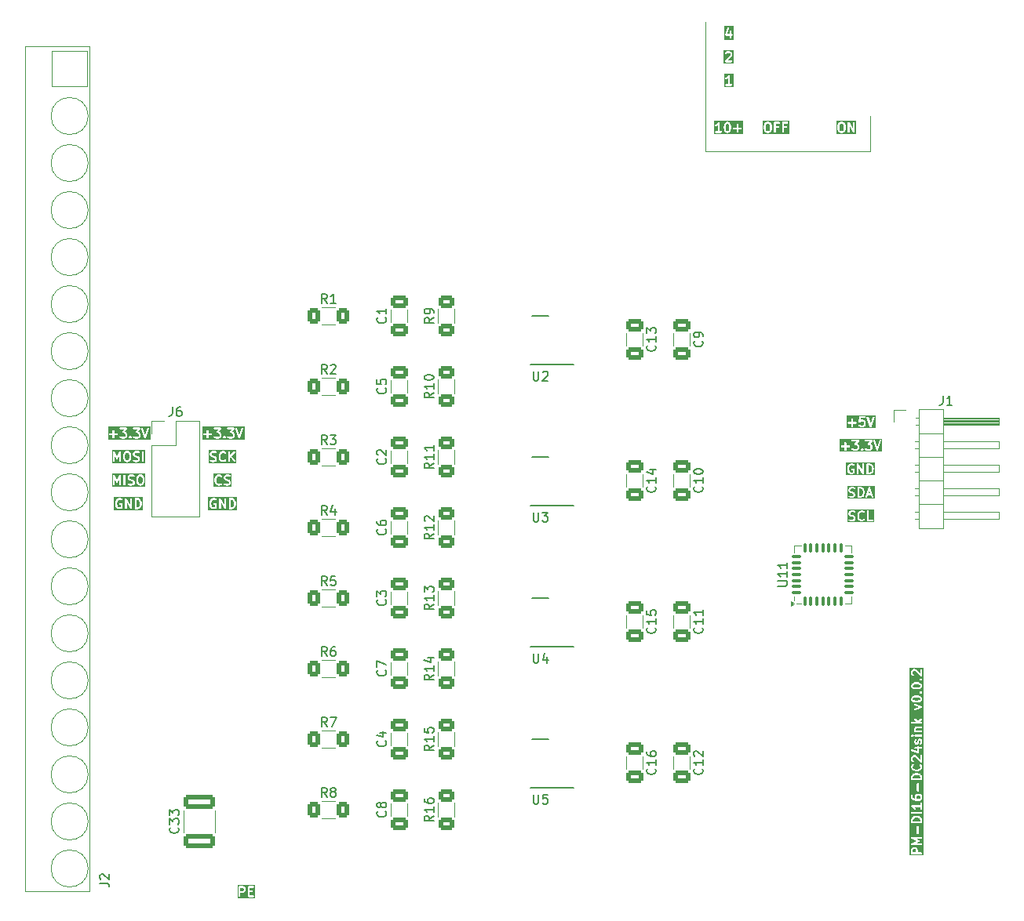
<source format=gbr>
%TF.GenerationSoftware,KiCad,Pcbnew,8.0.4-8.0.4-0~ubuntu22.04.1*%
%TF.CreationDate,2024-08-07T21:26:23+03:00*%
%TF.ProjectId,PM-DI16-DC24sink,504d2d44-4931-4362-9d44-43323473696e,rev?*%
%TF.SameCoordinates,Original*%
%TF.FileFunction,Legend,Top*%
%TF.FilePolarity,Positive*%
%FSLAX46Y46*%
G04 Gerber Fmt 4.6, Leading zero omitted, Abs format (unit mm)*
G04 Created by KiCad (PCBNEW 8.0.4-8.0.4-0~ubuntu22.04.1) date 2024-08-07 21:26:23*
%MOMM*%
%LPD*%
G01*
G04 APERTURE LIST*
G04 Aperture macros list*
%AMRoundRect*
0 Rectangle with rounded corners*
0 $1 Rounding radius*
0 $2 $3 $4 $5 $6 $7 $8 $9 X,Y pos of 4 corners*
0 Add a 4 corners polygon primitive as box body*
4,1,4,$2,$3,$4,$5,$6,$7,$8,$9,$2,$3,0*
0 Add four circle primitives for the rounded corners*
1,1,$1+$1,$2,$3*
1,1,$1+$1,$4,$5*
1,1,$1+$1,$6,$7*
1,1,$1+$1,$8,$9*
0 Add four rect primitives between the rounded corners*
20,1,$1+$1,$2,$3,$4,$5,0*
20,1,$1+$1,$4,$5,$6,$7,0*
20,1,$1+$1,$6,$7,$8,$9,0*
20,1,$1+$1,$8,$9,$2,$3,0*%
G04 Aperture macros list end*
%ADD10C,0.200000*%
%ADD11C,0.100000*%
%ADD12C,0.150000*%
%ADD13C,0.120000*%
%ADD14RoundRect,0.250000X0.625000X-0.400000X0.625000X0.400000X-0.625000X0.400000X-0.625000X-0.400000X0*%
%ADD15RoundRect,0.250000X-0.650000X0.412500X-0.650000X-0.412500X0.650000X-0.412500X0.650000X0.412500X0*%
%ADD16O,1.649999X0.399999*%
%ADD17RoundRect,0.250000X0.650000X-0.412500X0.650000X0.412500X-0.650000X0.412500X-0.650000X-0.412500X0*%
%ADD18RoundRect,0.250000X-0.400000X-0.625000X0.400000X-0.625000X0.400000X0.625000X-0.400000X0.625000X0*%
%ADD19R,1.700000X1.700000*%
%ADD20O,1.700000X1.700000*%
%ADD21RoundRect,0.075000X0.075000X-0.437500X0.075000X0.437500X-0.075000X0.437500X-0.075000X-0.437500X0*%
%ADD22RoundRect,0.075000X0.437500X-0.075000X0.437500X0.075000X-0.437500X0.075000X-0.437500X-0.075000X0*%
%ADD23R,4.250000X4.250000*%
%ADD24O,6.350000X6.350000*%
%ADD25R,3.500000X3.500000*%
%ADD26C,3.500000*%
%ADD27C,3.200000*%
%ADD28RoundRect,0.250000X1.450000X-0.537500X1.450000X0.537500X-1.450000X0.537500X-1.450000X-0.537500X0*%
G04 APERTURE END LIST*
D10*
G36*
X102096825Y-56543330D02*
G01*
X101057477Y-56543330D01*
X101057477Y-56312710D01*
X101168588Y-56312710D01*
X101168588Y-56351728D01*
X101183520Y-56387776D01*
X101211110Y-56415366D01*
X101247158Y-56430298D01*
X101266667Y-56432219D01*
X101885714Y-56432219D01*
X101905223Y-56430298D01*
X101941271Y-56415366D01*
X101968861Y-56387776D01*
X101983793Y-56351728D01*
X101983793Y-56312710D01*
X101968861Y-56276662D01*
X101941271Y-56249072D01*
X101905223Y-56234140D01*
X101885714Y-56232219D01*
X101508089Y-56232219D01*
X101908806Y-55831501D01*
X101921242Y-55816347D01*
X101922616Y-55813028D01*
X101924972Y-55810313D01*
X101932963Y-55792413D01*
X101980582Y-55649556D01*
X101982781Y-55639883D01*
X101983793Y-55637442D01*
X101984141Y-55633904D01*
X101984929Y-55630441D01*
X101984741Y-55627806D01*
X101985714Y-55617933D01*
X101985714Y-55522695D01*
X101983793Y-55503186D01*
X101982417Y-55499865D01*
X101982163Y-55496282D01*
X101975157Y-55477973D01*
X101927538Y-55382736D01*
X101922252Y-55374339D01*
X101921242Y-55371899D01*
X101918988Y-55369153D01*
X101917095Y-55366145D01*
X101915097Y-55364412D01*
X101908805Y-55356746D01*
X101861187Y-55309127D01*
X101853516Y-55302832D01*
X101851787Y-55300838D01*
X101848779Y-55298944D01*
X101846033Y-55296691D01*
X101843593Y-55295680D01*
X101835197Y-55290395D01*
X101739959Y-55242776D01*
X101721651Y-55235770D01*
X101718067Y-55235515D01*
X101714747Y-55234140D01*
X101695238Y-55232219D01*
X101457143Y-55232219D01*
X101437634Y-55234140D01*
X101434313Y-55235515D01*
X101430730Y-55235770D01*
X101412421Y-55242776D01*
X101317184Y-55290395D01*
X101308787Y-55295680D01*
X101306347Y-55296691D01*
X101303601Y-55298944D01*
X101300593Y-55300838D01*
X101298860Y-55302835D01*
X101291194Y-55309128D01*
X101243575Y-55356746D01*
X101231139Y-55371900D01*
X101216207Y-55407948D01*
X101216207Y-55446966D01*
X101231139Y-55483014D01*
X101258729Y-55510604D01*
X101294777Y-55525536D01*
X101333795Y-55525536D01*
X101369843Y-55510604D01*
X101384997Y-55498168D01*
X101421140Y-55462023D01*
X101480750Y-55432219D01*
X101671631Y-55432219D01*
X101731240Y-55462024D01*
X101755909Y-55486692D01*
X101785714Y-55546302D01*
X101785714Y-55601706D01*
X101750692Y-55706770D01*
X101195956Y-56261508D01*
X101183520Y-56276662D01*
X101168588Y-56312710D01*
X101057477Y-56312710D01*
X101057477Y-55121108D01*
X102096825Y-55121108D01*
X102096825Y-56543330D01*
G37*
G36*
X105954096Y-63082023D02*
G01*
X106018275Y-63146202D01*
X106056190Y-63297861D01*
X106056190Y-63606575D01*
X106018274Y-63758235D01*
X105954098Y-63822413D01*
X105894488Y-63852219D01*
X105751226Y-63852219D01*
X105691616Y-63822414D01*
X105627439Y-63758236D01*
X105589524Y-63606575D01*
X105589524Y-63297862D01*
X105627439Y-63146202D01*
X105691618Y-63082023D01*
X105751226Y-63052219D01*
X105894488Y-63052219D01*
X105954096Y-63082023D01*
G37*
G36*
X108127285Y-64163330D02*
G01*
X105278413Y-64163330D01*
X105278413Y-63285552D01*
X105389524Y-63285552D01*
X105389524Y-63618885D01*
X105389859Y-63622287D01*
X105389642Y-63623746D01*
X105390721Y-63631043D01*
X105391445Y-63638394D01*
X105392009Y-63639757D01*
X105392510Y-63643139D01*
X105440129Y-63833614D01*
X105446724Y-63852075D01*
X105451149Y-63858047D01*
X105453995Y-63864918D01*
X105466432Y-63880071D01*
X105561670Y-63975311D01*
X105569338Y-63981604D01*
X105571069Y-63983600D01*
X105574076Y-63985493D01*
X105576823Y-63987747D01*
X105579263Y-63988757D01*
X105587660Y-63994043D01*
X105682897Y-64041662D01*
X105701206Y-64048668D01*
X105704789Y-64048922D01*
X105708110Y-64050298D01*
X105727619Y-64052219D01*
X105918095Y-64052219D01*
X105937604Y-64050298D01*
X105940924Y-64048922D01*
X105944508Y-64048668D01*
X105962816Y-64041662D01*
X106058054Y-63994043D01*
X106066449Y-63988758D01*
X106068891Y-63987747D01*
X106071638Y-63985491D01*
X106074644Y-63983600D01*
X106076374Y-63981605D01*
X106084044Y-63975310D01*
X106179282Y-63880071D01*
X106191719Y-63864918D01*
X106194564Y-63858047D01*
X106198990Y-63852075D01*
X106205585Y-63833615D01*
X106253204Y-63643139D01*
X106253704Y-63639757D01*
X106254269Y-63638394D01*
X106254992Y-63631043D01*
X106256072Y-63623746D01*
X106255854Y-63622287D01*
X106256190Y-63618885D01*
X106256190Y-63285552D01*
X106255854Y-63282149D01*
X106256072Y-63280691D01*
X106254992Y-63273393D01*
X106254269Y-63266043D01*
X106253704Y-63264679D01*
X106253204Y-63261298D01*
X106205585Y-63070822D01*
X106198990Y-63052362D01*
X106194563Y-63046387D01*
X106191718Y-63039519D01*
X106179282Y-63024365D01*
X106107136Y-62952219D01*
X106484762Y-62952219D01*
X106484762Y-63952219D01*
X106486683Y-63971728D01*
X106501615Y-64007776D01*
X106529205Y-64035366D01*
X106565253Y-64050298D01*
X106604271Y-64050298D01*
X106640319Y-64035366D01*
X106667909Y-64007776D01*
X106682841Y-63971728D01*
X106684762Y-63952219D01*
X106684762Y-63528409D01*
X106918095Y-63528409D01*
X106937604Y-63526488D01*
X106973652Y-63511556D01*
X107001242Y-63483966D01*
X107016174Y-63447918D01*
X107016174Y-63408900D01*
X107001242Y-63372852D01*
X106973652Y-63345262D01*
X106937604Y-63330330D01*
X106918095Y-63328409D01*
X106684762Y-63328409D01*
X106684762Y-63052219D01*
X107060952Y-63052219D01*
X107080461Y-63050298D01*
X107116509Y-63035366D01*
X107144099Y-63007776D01*
X107159031Y-62971728D01*
X107159031Y-62952219D01*
X107341905Y-62952219D01*
X107341905Y-63952219D01*
X107343826Y-63971728D01*
X107358758Y-64007776D01*
X107386348Y-64035366D01*
X107422396Y-64050298D01*
X107461414Y-64050298D01*
X107497462Y-64035366D01*
X107525052Y-64007776D01*
X107539984Y-63971728D01*
X107541905Y-63952219D01*
X107541905Y-63528409D01*
X107775238Y-63528409D01*
X107794747Y-63526488D01*
X107830795Y-63511556D01*
X107858385Y-63483966D01*
X107873317Y-63447918D01*
X107873317Y-63408900D01*
X107858385Y-63372852D01*
X107830795Y-63345262D01*
X107794747Y-63330330D01*
X107775238Y-63328409D01*
X107541905Y-63328409D01*
X107541905Y-63052219D01*
X107918095Y-63052219D01*
X107937604Y-63050298D01*
X107973652Y-63035366D01*
X108001242Y-63007776D01*
X108016174Y-62971728D01*
X108016174Y-62932710D01*
X108001242Y-62896662D01*
X107973652Y-62869072D01*
X107937604Y-62854140D01*
X107918095Y-62852219D01*
X107441905Y-62852219D01*
X107422396Y-62854140D01*
X107386348Y-62869072D01*
X107358758Y-62896662D01*
X107343826Y-62932710D01*
X107341905Y-62952219D01*
X107159031Y-62952219D01*
X107159031Y-62932710D01*
X107144099Y-62896662D01*
X107116509Y-62869072D01*
X107080461Y-62854140D01*
X107060952Y-62852219D01*
X106584762Y-62852219D01*
X106565253Y-62854140D01*
X106529205Y-62869072D01*
X106501615Y-62896662D01*
X106486683Y-62932710D01*
X106484762Y-62952219D01*
X106107136Y-62952219D01*
X106084044Y-62929127D01*
X106076373Y-62922832D01*
X106074644Y-62920838D01*
X106071636Y-62918944D01*
X106068890Y-62916691D01*
X106066450Y-62915680D01*
X106058054Y-62910395D01*
X105962816Y-62862776D01*
X105944508Y-62855770D01*
X105940924Y-62855515D01*
X105937604Y-62854140D01*
X105918095Y-62852219D01*
X105727619Y-62852219D01*
X105708110Y-62854140D01*
X105704789Y-62855515D01*
X105701206Y-62855770D01*
X105682897Y-62862776D01*
X105587660Y-62910395D01*
X105579261Y-62915681D01*
X105576824Y-62916691D01*
X105574080Y-62918942D01*
X105571069Y-62920838D01*
X105569336Y-62922835D01*
X105561670Y-62929127D01*
X105466432Y-63024365D01*
X105453996Y-63039519D01*
X105451150Y-63046387D01*
X105446724Y-63052362D01*
X105440129Y-63070823D01*
X105392510Y-63261298D01*
X105392009Y-63264679D01*
X105391445Y-63266043D01*
X105390721Y-63273393D01*
X105389642Y-63280691D01*
X105389859Y-63282149D01*
X105389524Y-63285552D01*
X105278413Y-63285552D01*
X105278413Y-62741108D01*
X108127285Y-62741108D01*
X108127285Y-64163330D01*
G37*
G36*
X101540764Y-63082024D02*
G01*
X101565433Y-63106692D01*
X101600886Y-63177599D01*
X101642857Y-63345480D01*
X101642857Y-63558956D01*
X101600886Y-63726837D01*
X101565433Y-63797743D01*
X101540764Y-63822413D01*
X101481155Y-63852219D01*
X101433131Y-63852219D01*
X101373521Y-63822414D01*
X101348854Y-63797746D01*
X101313399Y-63726837D01*
X101271429Y-63558956D01*
X101271429Y-63345481D01*
X101313399Y-63177599D01*
X101348853Y-63106692D01*
X101373521Y-63082023D01*
X101433131Y-63052219D01*
X101481155Y-63052219D01*
X101540764Y-63082024D01*
G37*
G36*
X103142524Y-64163330D02*
G01*
X100008722Y-64163330D01*
X100008722Y-63225426D01*
X100119833Y-63225426D01*
X100122599Y-63264346D01*
X100140048Y-63299245D01*
X100169525Y-63324809D01*
X100206541Y-63337148D01*
X100245461Y-63334382D01*
X100263769Y-63327376D01*
X100359007Y-63279757D01*
X100367403Y-63274471D01*
X100369843Y-63273461D01*
X100372589Y-63271207D01*
X100375597Y-63269314D01*
X100377326Y-63267319D01*
X100384997Y-63261025D01*
X100404762Y-63241260D01*
X100404762Y-63852219D01*
X100219048Y-63852219D01*
X100199539Y-63854140D01*
X100163491Y-63869072D01*
X100135901Y-63896662D01*
X100120969Y-63932710D01*
X100120969Y-63971728D01*
X100135901Y-64007776D01*
X100163491Y-64035366D01*
X100199539Y-64050298D01*
X100219048Y-64052219D01*
X100790476Y-64052219D01*
X100809985Y-64050298D01*
X100846033Y-64035366D01*
X100873623Y-64007776D01*
X100888555Y-63971728D01*
X100888555Y-63932710D01*
X100873623Y-63896662D01*
X100846033Y-63869072D01*
X100809985Y-63854140D01*
X100790476Y-63852219D01*
X100604762Y-63852219D01*
X100604762Y-63333171D01*
X101071429Y-63333171D01*
X101071429Y-63571266D01*
X101071764Y-63574668D01*
X101071547Y-63576127D01*
X101072626Y-63583424D01*
X101073350Y-63590775D01*
X101073914Y-63592138D01*
X101074415Y-63595520D01*
X101122034Y-63785995D01*
X101122547Y-63787432D01*
X101122599Y-63788155D01*
X101125707Y-63796279D01*
X101128629Y-63804456D01*
X101129059Y-63805036D01*
X101129605Y-63806463D01*
X101177224Y-63901701D01*
X101182507Y-63910093D01*
X101183519Y-63912537D01*
X101185775Y-63915286D01*
X101187667Y-63918291D01*
X101189661Y-63920020D01*
X101195956Y-63927690D01*
X101243574Y-63975310D01*
X101251242Y-63981603D01*
X101252974Y-63983600D01*
X101255982Y-63985493D01*
X101258728Y-63987747D01*
X101261168Y-63988757D01*
X101269565Y-63994043D01*
X101364802Y-64041662D01*
X101383111Y-64048668D01*
X101386694Y-64048922D01*
X101390015Y-64050298D01*
X101409524Y-64052219D01*
X101504762Y-64052219D01*
X101524271Y-64050298D01*
X101527591Y-64048922D01*
X101531175Y-64048668D01*
X101549483Y-64041662D01*
X101644721Y-63994043D01*
X101653116Y-63988758D01*
X101655558Y-63987747D01*
X101658305Y-63985491D01*
X101661311Y-63983600D01*
X101663041Y-63981605D01*
X101670711Y-63975310D01*
X101718330Y-63927690D01*
X101724622Y-63920023D01*
X101726619Y-63918292D01*
X101728512Y-63915284D01*
X101730767Y-63912537D01*
X101731778Y-63910095D01*
X101737062Y-63901701D01*
X101784681Y-63806464D01*
X101785227Y-63805035D01*
X101785657Y-63804456D01*
X101788578Y-63796279D01*
X101791687Y-63788155D01*
X101791738Y-63787434D01*
X101792252Y-63785996D01*
X101839871Y-63595520D01*
X101840371Y-63592138D01*
X101840936Y-63590775D01*
X101841659Y-63583424D01*
X101842739Y-63576127D01*
X101842521Y-63574668D01*
X101842857Y-63571266D01*
X101842857Y-63551757D01*
X102073350Y-63551757D01*
X102073350Y-63590775D01*
X102088282Y-63626823D01*
X102115872Y-63654413D01*
X102151920Y-63669345D01*
X102171429Y-63671266D01*
X102452381Y-63671266D01*
X102452381Y-63952219D01*
X102454302Y-63971728D01*
X102469234Y-64007776D01*
X102496824Y-64035366D01*
X102532872Y-64050298D01*
X102571890Y-64050298D01*
X102607938Y-64035366D01*
X102635528Y-64007776D01*
X102650460Y-63971728D01*
X102652381Y-63952219D01*
X102652381Y-63671266D01*
X102933334Y-63671266D01*
X102952843Y-63669345D01*
X102988891Y-63654413D01*
X103016481Y-63626823D01*
X103031413Y-63590775D01*
X103031413Y-63551757D01*
X103016481Y-63515709D01*
X102988891Y-63488119D01*
X102952843Y-63473187D01*
X102933334Y-63471266D01*
X102652381Y-63471266D01*
X102652381Y-63190314D01*
X102650460Y-63170805D01*
X102635528Y-63134757D01*
X102607938Y-63107167D01*
X102571890Y-63092235D01*
X102532872Y-63092235D01*
X102496824Y-63107167D01*
X102469234Y-63134757D01*
X102454302Y-63170805D01*
X102452381Y-63190314D01*
X102452381Y-63471266D01*
X102171429Y-63471266D01*
X102151920Y-63473187D01*
X102115872Y-63488119D01*
X102088282Y-63515709D01*
X102073350Y-63551757D01*
X101842857Y-63551757D01*
X101842857Y-63333171D01*
X101842521Y-63329768D01*
X101842739Y-63328310D01*
X101841659Y-63321012D01*
X101840936Y-63313662D01*
X101840371Y-63312298D01*
X101839871Y-63308917D01*
X101792252Y-63118441D01*
X101791738Y-63117002D01*
X101791687Y-63116282D01*
X101788578Y-63108157D01*
X101785657Y-63099981D01*
X101785227Y-63099401D01*
X101784681Y-63097973D01*
X101737062Y-63002736D01*
X101731776Y-62994339D01*
X101730766Y-62991899D01*
X101728512Y-62989153D01*
X101726619Y-62986145D01*
X101724621Y-62984412D01*
X101718329Y-62976746D01*
X101670711Y-62929127D01*
X101663040Y-62922832D01*
X101661311Y-62920838D01*
X101658303Y-62918944D01*
X101655557Y-62916691D01*
X101653117Y-62915680D01*
X101644721Y-62910395D01*
X101549483Y-62862776D01*
X101531175Y-62855770D01*
X101527591Y-62855515D01*
X101524271Y-62854140D01*
X101504762Y-62852219D01*
X101409524Y-62852219D01*
X101390015Y-62854140D01*
X101386694Y-62855515D01*
X101383111Y-62855770D01*
X101364802Y-62862776D01*
X101269565Y-62910395D01*
X101261168Y-62915680D01*
X101258728Y-62916691D01*
X101255982Y-62918944D01*
X101252974Y-62920838D01*
X101251241Y-62922835D01*
X101243575Y-62929128D01*
X101195956Y-62976746D01*
X101189661Y-62984416D01*
X101187667Y-62986146D01*
X101185773Y-62989153D01*
X101183520Y-62991900D01*
X101182509Y-62994339D01*
X101177224Y-63002736D01*
X101129605Y-63097974D01*
X101129059Y-63099400D01*
X101128629Y-63099981D01*
X101125707Y-63108157D01*
X101122599Y-63116282D01*
X101122547Y-63117004D01*
X101122034Y-63118442D01*
X101074415Y-63308917D01*
X101073914Y-63312298D01*
X101073350Y-63313662D01*
X101072626Y-63321012D01*
X101071547Y-63328310D01*
X101071764Y-63329768D01*
X101071429Y-63333171D01*
X100604762Y-63333171D01*
X100604762Y-62952219D01*
X100604755Y-62952148D01*
X100604762Y-62952114D01*
X100604741Y-62952012D01*
X100602841Y-62932710D01*
X100599051Y-62923561D01*
X100597110Y-62913854D01*
X100591658Y-62905713D01*
X100587909Y-62896662D01*
X100580909Y-62889662D01*
X100575399Y-62881434D01*
X100567244Y-62875997D01*
X100560319Y-62869072D01*
X100551175Y-62865284D01*
X100542934Y-62859790D01*
X100533320Y-62857888D01*
X100524271Y-62854140D01*
X100514370Y-62854140D01*
X100504658Y-62852219D01*
X100495053Y-62854140D01*
X100485253Y-62854140D01*
X100476104Y-62857929D01*
X100466397Y-62859871D01*
X100458256Y-62865322D01*
X100449205Y-62869072D01*
X100442205Y-62876071D01*
X100433977Y-62881582D01*
X100421688Y-62896588D01*
X100421615Y-62896662D01*
X100421601Y-62896694D01*
X100421557Y-62896749D01*
X100331813Y-63031365D01*
X100255049Y-63108128D01*
X100174327Y-63148490D01*
X100157736Y-63158933D01*
X100132172Y-63188410D01*
X100119833Y-63225426D01*
X100008722Y-63225426D01*
X100008722Y-62741108D01*
X103142524Y-62741108D01*
X103142524Y-64163330D01*
G37*
G36*
X113907429Y-63082023D02*
G01*
X113971608Y-63146202D01*
X114009523Y-63297861D01*
X114009523Y-63606575D01*
X113971607Y-63758235D01*
X113907431Y-63822413D01*
X113847821Y-63852219D01*
X113704559Y-63852219D01*
X113644949Y-63822414D01*
X113580772Y-63758236D01*
X113542857Y-63606575D01*
X113542857Y-63297862D01*
X113580772Y-63146202D01*
X113644951Y-63082023D01*
X113704559Y-63052219D01*
X113847821Y-63052219D01*
X113907429Y-63082023D01*
G37*
G36*
X115320634Y-64163330D02*
G01*
X113231746Y-64163330D01*
X113231746Y-63285552D01*
X113342857Y-63285552D01*
X113342857Y-63618885D01*
X113343192Y-63622287D01*
X113342975Y-63623746D01*
X113344054Y-63631043D01*
X113344778Y-63638394D01*
X113345342Y-63639757D01*
X113345843Y-63643139D01*
X113393462Y-63833614D01*
X113400057Y-63852075D01*
X113404482Y-63858047D01*
X113407328Y-63864918D01*
X113419765Y-63880071D01*
X113515003Y-63975311D01*
X113522671Y-63981604D01*
X113524402Y-63983600D01*
X113527409Y-63985493D01*
X113530156Y-63987747D01*
X113532596Y-63988757D01*
X113540993Y-63994043D01*
X113636230Y-64041662D01*
X113654539Y-64048668D01*
X113658122Y-64048922D01*
X113661443Y-64050298D01*
X113680952Y-64052219D01*
X113871428Y-64052219D01*
X113890937Y-64050298D01*
X113894257Y-64048922D01*
X113897841Y-64048668D01*
X113916149Y-64041662D01*
X114011387Y-63994043D01*
X114019782Y-63988758D01*
X114022224Y-63987747D01*
X114024971Y-63985491D01*
X114027977Y-63983600D01*
X114029707Y-63981605D01*
X114037377Y-63975310D01*
X114132615Y-63880071D01*
X114145052Y-63864918D01*
X114147897Y-63858047D01*
X114152323Y-63852075D01*
X114158918Y-63833615D01*
X114206537Y-63643139D01*
X114207037Y-63639757D01*
X114207602Y-63638394D01*
X114208325Y-63631043D01*
X114209405Y-63623746D01*
X114209187Y-63622287D01*
X114209523Y-63618885D01*
X114209523Y-63285552D01*
X114209187Y-63282149D01*
X114209405Y-63280691D01*
X114208325Y-63273393D01*
X114207602Y-63266043D01*
X114207037Y-63264679D01*
X114206537Y-63261298D01*
X114158918Y-63070822D01*
X114152323Y-63052362D01*
X114147896Y-63046387D01*
X114145051Y-63039519D01*
X114132615Y-63024365D01*
X114060469Y-62952219D01*
X114438095Y-62952219D01*
X114438095Y-63952219D01*
X114440016Y-63971728D01*
X114454948Y-64007776D01*
X114482538Y-64035366D01*
X114518586Y-64050298D01*
X114557604Y-64050298D01*
X114593652Y-64035366D01*
X114621242Y-64007776D01*
X114636174Y-63971728D01*
X114638095Y-63952219D01*
X114638095Y-63328775D01*
X115022699Y-64001833D01*
X115025617Y-64005943D01*
X115026376Y-64007776D01*
X115028242Y-64009642D01*
X115034046Y-64017818D01*
X115044562Y-64025962D01*
X115053966Y-64035366D01*
X115059853Y-64037804D01*
X115064895Y-64041709D01*
X115077727Y-64045208D01*
X115090014Y-64050298D01*
X115096390Y-64050298D01*
X115102539Y-64051975D01*
X115115732Y-64050298D01*
X115129032Y-64050298D01*
X115134920Y-64047858D01*
X115141245Y-64047055D01*
X115152794Y-64040454D01*
X115165080Y-64035366D01*
X115169587Y-64030858D01*
X115175122Y-64027696D01*
X115183266Y-64017179D01*
X115192670Y-64007776D01*
X115195108Y-64001888D01*
X115199013Y-63996847D01*
X115202512Y-63984014D01*
X115207602Y-63971728D01*
X115208584Y-63961750D01*
X115209279Y-63959204D01*
X115209028Y-63957236D01*
X115209523Y-63952219D01*
X115209523Y-62952219D01*
X115207602Y-62932710D01*
X115192670Y-62896662D01*
X115165080Y-62869072D01*
X115129032Y-62854140D01*
X115090014Y-62854140D01*
X115053966Y-62869072D01*
X115026376Y-62896662D01*
X115011444Y-62932710D01*
X115009523Y-62952219D01*
X115009523Y-63575662D01*
X114624919Y-62902605D01*
X114622000Y-62898494D01*
X114621242Y-62896662D01*
X114619375Y-62894795D01*
X114613572Y-62886620D01*
X114603057Y-62878477D01*
X114593652Y-62869072D01*
X114587761Y-62866632D01*
X114582723Y-62862730D01*
X114569894Y-62859231D01*
X114557604Y-62854140D01*
X114551229Y-62854140D01*
X114545080Y-62852463D01*
X114531887Y-62854140D01*
X114518586Y-62854140D01*
X114512697Y-62856579D01*
X114506373Y-62857383D01*
X114494823Y-62863983D01*
X114482538Y-62869072D01*
X114478030Y-62873579D01*
X114472496Y-62876742D01*
X114464353Y-62887256D01*
X114454948Y-62896662D01*
X114452508Y-62902552D01*
X114448606Y-62907591D01*
X114445107Y-62920419D01*
X114440016Y-62932710D01*
X114439033Y-62942687D01*
X114438339Y-62945234D01*
X114438589Y-62947201D01*
X114438095Y-62952219D01*
X114060469Y-62952219D01*
X114037377Y-62929127D01*
X114029706Y-62922832D01*
X114027977Y-62920838D01*
X114024969Y-62918944D01*
X114022223Y-62916691D01*
X114019783Y-62915680D01*
X114011387Y-62910395D01*
X113916149Y-62862776D01*
X113897841Y-62855770D01*
X113894257Y-62855515D01*
X113890937Y-62854140D01*
X113871428Y-62852219D01*
X113680952Y-62852219D01*
X113661443Y-62854140D01*
X113658122Y-62855515D01*
X113654539Y-62855770D01*
X113636230Y-62862776D01*
X113540993Y-62910395D01*
X113532594Y-62915681D01*
X113530157Y-62916691D01*
X113527413Y-62918942D01*
X113524402Y-62920838D01*
X113522669Y-62922835D01*
X113515003Y-62929127D01*
X113419765Y-63024365D01*
X113407329Y-63039519D01*
X113404483Y-63046387D01*
X113400057Y-63052362D01*
X113393462Y-63070823D01*
X113345843Y-63261298D01*
X113345342Y-63264679D01*
X113344778Y-63266043D01*
X113344054Y-63273393D01*
X113342975Y-63280691D01*
X113343192Y-63282149D01*
X113342857Y-63285552D01*
X113231746Y-63285552D01*
X113231746Y-62741108D01*
X115320634Y-62741108D01*
X115320634Y-64163330D01*
G37*
G36*
X102142523Y-54001409D02*
G01*
X101103960Y-54001409D01*
X101103960Y-53446378D01*
X101215071Y-53446378D01*
X101216207Y-53462362D01*
X101216207Y-53478394D01*
X101217582Y-53481714D01*
X101217837Y-53485298D01*
X101225004Y-53499633D01*
X101231139Y-53514442D01*
X101233679Y-53516982D01*
X101235287Y-53520197D01*
X101247398Y-53530701D01*
X101258729Y-53542032D01*
X101262047Y-53543406D01*
X101264763Y-53545762D01*
X101279972Y-53550831D01*
X101294777Y-53556964D01*
X101299877Y-53557466D01*
X101301779Y-53558100D01*
X101304412Y-53557912D01*
X101314286Y-53558885D01*
X101690476Y-53558885D01*
X101690476Y-53792219D01*
X101692397Y-53811728D01*
X101707329Y-53847776D01*
X101734919Y-53875366D01*
X101770967Y-53890298D01*
X101809985Y-53890298D01*
X101846033Y-53875366D01*
X101873623Y-53847776D01*
X101888555Y-53811728D01*
X101890476Y-53792219D01*
X101890476Y-53558885D01*
X101933333Y-53558885D01*
X101952842Y-53556964D01*
X101988890Y-53542032D01*
X102016480Y-53514442D01*
X102031412Y-53478394D01*
X102031412Y-53439376D01*
X102016480Y-53403328D01*
X101988890Y-53375738D01*
X101952842Y-53360806D01*
X101933333Y-53358885D01*
X101890476Y-53358885D01*
X101890476Y-53125552D01*
X101888555Y-53106043D01*
X101873623Y-53069995D01*
X101846033Y-53042405D01*
X101809985Y-53027473D01*
X101770967Y-53027473D01*
X101734919Y-53042405D01*
X101707329Y-53069995D01*
X101692397Y-53106043D01*
X101690476Y-53125552D01*
X101690476Y-53358885D01*
X101453028Y-53358885D01*
X101647249Y-52776223D01*
X101651596Y-52757108D01*
X101648830Y-52718188D01*
X101631380Y-52683289D01*
X101601904Y-52657724D01*
X101564888Y-52645385D01*
X101525968Y-52648152D01*
X101491069Y-52665601D01*
X101465504Y-52695077D01*
X101457513Y-52712978D01*
X101219418Y-53427262D01*
X101217218Y-53436933D01*
X101216207Y-53439376D01*
X101216207Y-53441382D01*
X101215071Y-53446378D01*
X101103960Y-53446378D01*
X101103960Y-52534274D01*
X102142523Y-52534274D01*
X102142523Y-54001409D01*
G37*
D11*
X116840000Y-66040000D02*
X116840000Y-62230000D01*
X99060000Y-52070000D02*
X99060000Y-66040000D01*
X99060000Y-66040000D02*
X116840000Y-66040000D01*
D10*
G36*
X102094904Y-59083330D02*
G01*
X101103960Y-59083330D01*
X101103960Y-58145426D01*
X101215071Y-58145426D01*
X101217837Y-58184346D01*
X101235286Y-58219245D01*
X101264763Y-58244809D01*
X101301779Y-58257148D01*
X101340699Y-58254382D01*
X101359007Y-58247376D01*
X101454245Y-58199757D01*
X101462641Y-58194471D01*
X101465081Y-58193461D01*
X101467827Y-58191207D01*
X101470835Y-58189314D01*
X101472564Y-58187319D01*
X101480235Y-58181025D01*
X101500000Y-58161260D01*
X101500000Y-58772219D01*
X101314286Y-58772219D01*
X101294777Y-58774140D01*
X101258729Y-58789072D01*
X101231139Y-58816662D01*
X101216207Y-58852710D01*
X101216207Y-58891728D01*
X101231139Y-58927776D01*
X101258729Y-58955366D01*
X101294777Y-58970298D01*
X101314286Y-58972219D01*
X101885714Y-58972219D01*
X101905223Y-58970298D01*
X101941271Y-58955366D01*
X101968861Y-58927776D01*
X101983793Y-58891728D01*
X101983793Y-58852710D01*
X101968861Y-58816662D01*
X101941271Y-58789072D01*
X101905223Y-58774140D01*
X101885714Y-58772219D01*
X101700000Y-58772219D01*
X101700000Y-57872219D01*
X101699993Y-57872148D01*
X101700000Y-57872114D01*
X101699979Y-57872012D01*
X101698079Y-57852710D01*
X101694289Y-57843561D01*
X101692348Y-57833854D01*
X101686896Y-57825713D01*
X101683147Y-57816662D01*
X101676147Y-57809662D01*
X101670637Y-57801434D01*
X101662482Y-57795997D01*
X101655557Y-57789072D01*
X101646413Y-57785284D01*
X101638172Y-57779790D01*
X101628558Y-57777888D01*
X101619509Y-57774140D01*
X101609608Y-57774140D01*
X101599896Y-57772219D01*
X101590291Y-57774140D01*
X101580491Y-57774140D01*
X101571342Y-57777929D01*
X101561635Y-57779871D01*
X101553494Y-57785322D01*
X101544443Y-57789072D01*
X101537443Y-57796071D01*
X101529215Y-57801582D01*
X101516926Y-57816588D01*
X101516853Y-57816662D01*
X101516839Y-57816694D01*
X101516795Y-57816749D01*
X101427051Y-57951365D01*
X101350287Y-58028128D01*
X101269565Y-58068490D01*
X101252974Y-58078933D01*
X101227410Y-58108410D01*
X101215071Y-58145426D01*
X101103960Y-58145426D01*
X101103960Y-57661108D01*
X102094904Y-57661108D01*
X102094904Y-59083330D01*
G37*
G36*
X117451427Y-95963330D02*
G01*
X114317626Y-95963330D01*
X114317626Y-95351757D01*
X114428737Y-95351757D01*
X114428737Y-95390775D01*
X114443669Y-95426823D01*
X114471259Y-95454413D01*
X114507307Y-95469345D01*
X114526816Y-95471266D01*
X114807768Y-95471266D01*
X114807768Y-95752219D01*
X114809689Y-95771728D01*
X114824621Y-95807776D01*
X114852211Y-95835366D01*
X114888259Y-95850298D01*
X114927277Y-95850298D01*
X114963325Y-95835366D01*
X114990915Y-95807776D01*
X115005847Y-95771728D01*
X115007768Y-95752219D01*
X115007768Y-95471266D01*
X115288721Y-95471266D01*
X115308230Y-95469345D01*
X115344278Y-95454413D01*
X115371868Y-95426823D01*
X115386800Y-95390775D01*
X115386800Y-95351757D01*
X115371868Y-95315709D01*
X115344278Y-95288119D01*
X115308230Y-95273187D01*
X115288721Y-95271266D01*
X115007768Y-95271266D01*
X115007768Y-95238062D01*
X115617759Y-95238062D01*
X115619213Y-95242880D01*
X115619213Y-95247918D01*
X115624809Y-95261427D01*
X115629030Y-95275417D01*
X115632217Y-95279313D01*
X115634145Y-95283966D01*
X115644481Y-95294302D01*
X115653737Y-95305615D01*
X115658174Y-95307995D01*
X115661735Y-95311556D01*
X115675240Y-95317150D01*
X115688121Y-95324060D01*
X115693130Y-95324560D01*
X115697783Y-95326488D01*
X115712404Y-95326488D01*
X115726945Y-95327942D01*
X115731764Y-95326488D01*
X115736801Y-95326488D01*
X115750310Y-95320891D01*
X115764300Y-95316671D01*
X115768196Y-95313483D01*
X115772849Y-95311556D01*
X115788003Y-95299120D01*
X115824146Y-95262975D01*
X115883756Y-95233171D01*
X116074637Y-95233171D01*
X116134246Y-95262976D01*
X116158915Y-95287644D01*
X116188720Y-95347254D01*
X116188720Y-95538135D01*
X116158915Y-95597743D01*
X116134246Y-95622413D01*
X116074637Y-95652219D01*
X115883756Y-95652219D01*
X115824146Y-95622414D01*
X115788003Y-95586270D01*
X115772850Y-95573833D01*
X115736802Y-95558902D01*
X115697784Y-95558901D01*
X115661735Y-95573832D01*
X115634145Y-95601422D01*
X115619214Y-95637470D01*
X115619213Y-95676488D01*
X115634144Y-95712537D01*
X115646581Y-95727690D01*
X115694199Y-95775310D01*
X115701867Y-95781603D01*
X115703599Y-95783600D01*
X115706607Y-95785493D01*
X115709353Y-95787747D01*
X115711793Y-95788757D01*
X115720190Y-95794043D01*
X115815427Y-95841662D01*
X115833736Y-95848668D01*
X115837319Y-95848922D01*
X115840640Y-95850298D01*
X115860149Y-95852219D01*
X116098244Y-95852219D01*
X116117753Y-95850298D01*
X116121073Y-95848922D01*
X116124657Y-95848668D01*
X116142965Y-95841662D01*
X116238203Y-95794043D01*
X116246598Y-95788758D01*
X116249040Y-95787747D01*
X116251787Y-95785491D01*
X116254793Y-95783600D01*
X116256523Y-95781605D01*
X116264193Y-95775310D01*
X116311812Y-95727690D01*
X116318104Y-95720023D01*
X116320101Y-95718292D01*
X116321994Y-95715284D01*
X116324249Y-95712537D01*
X116325260Y-95710095D01*
X116330544Y-95701701D01*
X116378163Y-95606464D01*
X116385169Y-95588155D01*
X116385423Y-95584571D01*
X116386799Y-95581251D01*
X116388720Y-95561742D01*
X116388720Y-95323647D01*
X116386799Y-95304138D01*
X116385423Y-95300817D01*
X116385169Y-95297234D01*
X116378163Y-95278925D01*
X116330544Y-95183688D01*
X116325258Y-95175291D01*
X116324248Y-95172851D01*
X116321994Y-95170105D01*
X116320101Y-95167097D01*
X116318103Y-95165364D01*
X116311811Y-95157698D01*
X116264193Y-95110079D01*
X116256522Y-95103784D01*
X116254793Y-95101790D01*
X116251785Y-95099896D01*
X116249039Y-95097643D01*
X116246599Y-95096632D01*
X116238203Y-95091347D01*
X116142965Y-95043728D01*
X116124657Y-95036722D01*
X116121073Y-95036467D01*
X116117753Y-95035092D01*
X116098244Y-95033171D01*
X115860149Y-95033171D01*
X115840640Y-95035092D01*
X115837319Y-95036467D01*
X115836982Y-95036491D01*
X115855410Y-94852219D01*
X116241101Y-94852219D01*
X116260610Y-94850298D01*
X116296658Y-94835366D01*
X116324248Y-94807776D01*
X116339180Y-94771728D01*
X116339180Y-94764726D01*
X116475220Y-94764726D01*
X116479567Y-94783842D01*
X116812900Y-95783841D01*
X116820891Y-95801742D01*
X116825574Y-95807141D01*
X116828769Y-95813531D01*
X116838240Y-95821746D01*
X116846456Y-95831218D01*
X116852844Y-95834412D01*
X116858245Y-95839096D01*
X116870146Y-95843063D01*
X116881355Y-95848667D01*
X116888479Y-95849173D01*
X116895261Y-95851434D01*
X116907770Y-95850544D01*
X116920275Y-95851434D01*
X116927053Y-95849174D01*
X116934181Y-95848668D01*
X116945397Y-95843059D01*
X116957291Y-95839095D01*
X116962688Y-95834414D01*
X116969080Y-95831218D01*
X116977298Y-95821742D01*
X116986767Y-95813530D01*
X116989960Y-95807143D01*
X116994645Y-95801742D01*
X117002636Y-95783842D01*
X117335969Y-94783842D01*
X117340316Y-94764727D01*
X117337550Y-94725807D01*
X117320100Y-94690908D01*
X117290624Y-94665343D01*
X117253608Y-94653004D01*
X117214688Y-94655771D01*
X117179789Y-94673220D01*
X117154224Y-94702696D01*
X117146233Y-94720597D01*
X116907768Y-95435991D01*
X116669303Y-94720596D01*
X116661312Y-94702696D01*
X116635747Y-94673220D01*
X116600848Y-94655770D01*
X116561928Y-94653004D01*
X116524912Y-94665342D01*
X116495436Y-94690907D01*
X116477986Y-94725806D01*
X116475220Y-94764726D01*
X116339180Y-94764726D01*
X116339180Y-94732710D01*
X116324248Y-94696662D01*
X116296658Y-94669072D01*
X116260610Y-94654140D01*
X116241101Y-94652219D01*
X115764911Y-94652219D01*
X115757694Y-94652929D01*
X115755258Y-94652686D01*
X115752879Y-94653403D01*
X115745402Y-94654140D01*
X115731892Y-94659736D01*
X115717903Y-94663957D01*
X115714006Y-94667144D01*
X115709354Y-94669072D01*
X115699017Y-94679408D01*
X115687705Y-94688664D01*
X115685324Y-94693101D01*
X115681764Y-94696662D01*
X115676169Y-94710167D01*
X115669260Y-94723048D01*
X115667783Y-94730412D01*
X115666832Y-94732710D01*
X115666832Y-94735160D01*
X115665407Y-94742269D01*
X115617788Y-95218459D01*
X115617759Y-95238062D01*
X115007768Y-95238062D01*
X115007768Y-94990314D01*
X115005847Y-94970805D01*
X114990915Y-94934757D01*
X114963325Y-94907167D01*
X114927277Y-94892235D01*
X114888259Y-94892235D01*
X114852211Y-94907167D01*
X114824621Y-94934757D01*
X114809689Y-94970805D01*
X114807768Y-94990314D01*
X114807768Y-95271266D01*
X114526816Y-95271266D01*
X114507307Y-95273187D01*
X114471259Y-95288119D01*
X114443669Y-95315709D01*
X114428737Y-95351757D01*
X114317626Y-95351757D01*
X114317626Y-94541108D01*
X117451427Y-94541108D01*
X117451427Y-95963330D01*
G37*
G36*
X118165712Y-98503330D02*
G01*
X113603340Y-98503330D01*
X113603340Y-97891757D01*
X113714451Y-97891757D01*
X113714451Y-97930775D01*
X113729383Y-97966823D01*
X113756973Y-97994413D01*
X113793021Y-98009345D01*
X113812530Y-98011266D01*
X114093482Y-98011266D01*
X114093482Y-98292219D01*
X114095403Y-98311728D01*
X114110335Y-98347776D01*
X114137925Y-98375366D01*
X114173973Y-98390298D01*
X114212991Y-98390298D01*
X114249039Y-98375366D01*
X114276629Y-98347776D01*
X114291561Y-98311728D01*
X114293482Y-98292219D01*
X114293482Y-98011266D01*
X114574435Y-98011266D01*
X114593944Y-98009345D01*
X114629992Y-97994413D01*
X114657582Y-97966823D01*
X114672514Y-97930775D01*
X114672514Y-97891757D01*
X114657582Y-97855709D01*
X114629992Y-97828119D01*
X114593944Y-97813187D01*
X114574435Y-97811266D01*
X114293482Y-97811266D01*
X114293482Y-97530314D01*
X114291561Y-97510805D01*
X114276629Y-97474757D01*
X114249039Y-97447167D01*
X114212991Y-97432235D01*
X114173973Y-97432235D01*
X114137925Y-97447167D01*
X114110335Y-97474757D01*
X114095403Y-97510805D01*
X114093482Y-97530314D01*
X114093482Y-97811266D01*
X113812530Y-97811266D01*
X113793021Y-97813187D01*
X113756973Y-97828119D01*
X113729383Y-97855709D01*
X113714451Y-97891757D01*
X113603340Y-97891757D01*
X113603340Y-97272710D01*
X114857308Y-97272710D01*
X114857308Y-97311728D01*
X114872240Y-97347776D01*
X114899830Y-97375366D01*
X114935878Y-97390298D01*
X114955387Y-97392219D01*
X115354057Y-97392219D01*
X115165843Y-97607321D01*
X115159813Y-97615754D01*
X115157954Y-97617614D01*
X115157223Y-97619377D01*
X115154442Y-97623268D01*
X115149237Y-97638656D01*
X115143022Y-97653662D01*
X115143022Y-97657035D01*
X115141942Y-97660229D01*
X115143022Y-97676431D01*
X115143022Y-97692680D01*
X115144312Y-97695795D01*
X115144537Y-97699161D01*
X115151737Y-97713721D01*
X115157954Y-97728728D01*
X115160338Y-97731112D01*
X115161834Y-97734136D01*
X115174059Y-97744833D01*
X115185544Y-97756318D01*
X115188658Y-97757608D01*
X115191198Y-97759830D01*
X115206586Y-97765034D01*
X115221592Y-97771250D01*
X115226351Y-97771718D01*
X115228159Y-97772330D01*
X115230783Y-97772155D01*
X115241101Y-97773171D01*
X115360351Y-97773171D01*
X115419960Y-97802976D01*
X115444629Y-97827644D01*
X115474434Y-97887254D01*
X115474434Y-98078135D01*
X115444629Y-98137743D01*
X115419960Y-98162413D01*
X115360351Y-98192219D01*
X115121851Y-98192219D01*
X115062241Y-98162414D01*
X115026098Y-98126270D01*
X115010945Y-98113833D01*
X114974897Y-98098902D01*
X114935879Y-98098901D01*
X114899830Y-98113832D01*
X114872240Y-98141422D01*
X114857309Y-98177470D01*
X114857308Y-98216488D01*
X114872239Y-98252537D01*
X114884676Y-98267690D01*
X114932294Y-98315310D01*
X114939962Y-98321603D01*
X114941694Y-98323600D01*
X114944702Y-98325493D01*
X114947448Y-98327747D01*
X114949888Y-98328757D01*
X114958285Y-98334043D01*
X115053522Y-98381662D01*
X115071831Y-98388668D01*
X115075414Y-98388922D01*
X115078735Y-98390298D01*
X115098244Y-98392219D01*
X115383958Y-98392219D01*
X115403467Y-98390298D01*
X115406787Y-98388922D01*
X115410371Y-98388668D01*
X115428679Y-98381662D01*
X115523917Y-98334043D01*
X115532312Y-98328758D01*
X115534754Y-98327747D01*
X115537501Y-98325491D01*
X115540507Y-98323600D01*
X115542237Y-98321605D01*
X115549907Y-98315310D01*
X115597526Y-98267690D01*
X115603818Y-98260023D01*
X115605815Y-98258292D01*
X115607708Y-98255284D01*
X115609963Y-98252537D01*
X115610974Y-98250095D01*
X115616258Y-98241701D01*
X115624563Y-98225091D01*
X115857308Y-98225091D01*
X115857308Y-98264109D01*
X115863771Y-98279711D01*
X115872240Y-98300158D01*
X115872244Y-98300162D01*
X115884676Y-98315311D01*
X115932295Y-98362929D01*
X115947448Y-98375366D01*
X115956451Y-98379095D01*
X115983497Y-98390298D01*
X116022515Y-98390298D01*
X116058563Y-98375366D01*
X116073717Y-98362930D01*
X116121335Y-98315311D01*
X116133772Y-98300158D01*
X116140524Y-98283856D01*
X116148703Y-98264110D01*
X116148704Y-98225092D01*
X116133773Y-98189043D01*
X116121336Y-98173890D01*
X116073717Y-98126270D01*
X116058564Y-98113833D01*
X116043632Y-98107648D01*
X116022515Y-98098901D01*
X115983497Y-98098901D01*
X115972939Y-98103274D01*
X115947449Y-98113832D01*
X115947448Y-98113833D01*
X115932294Y-98126270D01*
X115884676Y-98173890D01*
X115872239Y-98189043D01*
X115862226Y-98213219D01*
X115857308Y-98225091D01*
X115624563Y-98225091D01*
X115663877Y-98146464D01*
X115670883Y-98128155D01*
X115671137Y-98124571D01*
X115672513Y-98121251D01*
X115674434Y-98101742D01*
X115674434Y-97863647D01*
X115672513Y-97844138D01*
X115671137Y-97840817D01*
X115670883Y-97837234D01*
X115663877Y-97818925D01*
X115616258Y-97723688D01*
X115610972Y-97715291D01*
X115609962Y-97712851D01*
X115607708Y-97710105D01*
X115605815Y-97707097D01*
X115603817Y-97705364D01*
X115597525Y-97697698D01*
X115549907Y-97650079D01*
X115542236Y-97643784D01*
X115540507Y-97641790D01*
X115537499Y-97639896D01*
X115534753Y-97637643D01*
X115532313Y-97636632D01*
X115523917Y-97631347D01*
X115445069Y-97591923D01*
X115649692Y-97358069D01*
X115655721Y-97349635D01*
X115657581Y-97347776D01*
X115658311Y-97346012D01*
X115661093Y-97342122D01*
X115666297Y-97326733D01*
X115672513Y-97311728D01*
X115672513Y-97308354D01*
X115673593Y-97305161D01*
X115672513Y-97288958D01*
X115672513Y-97272710D01*
X116285879Y-97272710D01*
X116285879Y-97311728D01*
X116300811Y-97347776D01*
X116328401Y-97375366D01*
X116364449Y-97390298D01*
X116383958Y-97392219D01*
X116782628Y-97392219D01*
X116594414Y-97607321D01*
X116588384Y-97615754D01*
X116586525Y-97617614D01*
X116585794Y-97619377D01*
X116583013Y-97623268D01*
X116577808Y-97638656D01*
X116571593Y-97653662D01*
X116571593Y-97657035D01*
X116570513Y-97660229D01*
X116571593Y-97676431D01*
X116571593Y-97692680D01*
X116572883Y-97695795D01*
X116573108Y-97699161D01*
X116580308Y-97713721D01*
X116586525Y-97728728D01*
X116588909Y-97731112D01*
X116590405Y-97734136D01*
X116602630Y-97744833D01*
X116614115Y-97756318D01*
X116617229Y-97757608D01*
X116619769Y-97759830D01*
X116635157Y-97765034D01*
X116650163Y-97771250D01*
X116654922Y-97771718D01*
X116656730Y-97772330D01*
X116659354Y-97772155D01*
X116669672Y-97773171D01*
X116788922Y-97773171D01*
X116848531Y-97802976D01*
X116873200Y-97827644D01*
X116903005Y-97887254D01*
X116903005Y-98078135D01*
X116873200Y-98137743D01*
X116848531Y-98162413D01*
X116788922Y-98192219D01*
X116550422Y-98192219D01*
X116490812Y-98162414D01*
X116454669Y-98126270D01*
X116439516Y-98113833D01*
X116403468Y-98098902D01*
X116364450Y-98098901D01*
X116328401Y-98113832D01*
X116300811Y-98141422D01*
X116285880Y-98177470D01*
X116285879Y-98216488D01*
X116300810Y-98252537D01*
X116313247Y-98267690D01*
X116360865Y-98315310D01*
X116368533Y-98321603D01*
X116370265Y-98323600D01*
X116373273Y-98325493D01*
X116376019Y-98327747D01*
X116378459Y-98328757D01*
X116386856Y-98334043D01*
X116482093Y-98381662D01*
X116500402Y-98388668D01*
X116503985Y-98388922D01*
X116507306Y-98390298D01*
X116526815Y-98392219D01*
X116812529Y-98392219D01*
X116832038Y-98390298D01*
X116835358Y-98388922D01*
X116838942Y-98388668D01*
X116857250Y-98381662D01*
X116952488Y-98334043D01*
X116960883Y-98328758D01*
X116963325Y-98327747D01*
X116966072Y-98325491D01*
X116969078Y-98323600D01*
X116970808Y-98321605D01*
X116978478Y-98315310D01*
X117026097Y-98267690D01*
X117032389Y-98260023D01*
X117034386Y-98258292D01*
X117036279Y-98255284D01*
X117038534Y-98252537D01*
X117039545Y-98250095D01*
X117044829Y-98241701D01*
X117092448Y-98146464D01*
X117099454Y-98128155D01*
X117099708Y-98124571D01*
X117101084Y-98121251D01*
X117103005Y-98101742D01*
X117103005Y-97863647D01*
X117101084Y-97844138D01*
X117099708Y-97840817D01*
X117099454Y-97837234D01*
X117092448Y-97818925D01*
X117044829Y-97723688D01*
X117039543Y-97715291D01*
X117038533Y-97712851D01*
X117036279Y-97710105D01*
X117034386Y-97707097D01*
X117032388Y-97705364D01*
X117026096Y-97697698D01*
X116978478Y-97650079D01*
X116970807Y-97643784D01*
X116969078Y-97641790D01*
X116966070Y-97639896D01*
X116963324Y-97637643D01*
X116960884Y-97636632D01*
X116952488Y-97631347D01*
X116873640Y-97591923D01*
X117078263Y-97358069D01*
X117084292Y-97349635D01*
X117086152Y-97347776D01*
X117086882Y-97346012D01*
X117089664Y-97342122D01*
X117094868Y-97326733D01*
X117101084Y-97311728D01*
X117101084Y-97308354D01*
X117102164Y-97305161D01*
X117102135Y-97304726D01*
X117189505Y-97304726D01*
X117193852Y-97323842D01*
X117527185Y-98323841D01*
X117535176Y-98341742D01*
X117539859Y-98347141D01*
X117543054Y-98353531D01*
X117552525Y-98361746D01*
X117560741Y-98371218D01*
X117567129Y-98374412D01*
X117572530Y-98379096D01*
X117584431Y-98383063D01*
X117595640Y-98388667D01*
X117602764Y-98389173D01*
X117609546Y-98391434D01*
X117622055Y-98390544D01*
X117634560Y-98391434D01*
X117641338Y-98389174D01*
X117648466Y-98388668D01*
X117659682Y-98383059D01*
X117671576Y-98379095D01*
X117676973Y-98374414D01*
X117683365Y-98371218D01*
X117691583Y-98361742D01*
X117701052Y-98353530D01*
X117704245Y-98347143D01*
X117708930Y-98341742D01*
X117716921Y-98323842D01*
X118050254Y-97323842D01*
X118054601Y-97304727D01*
X118051835Y-97265807D01*
X118034385Y-97230908D01*
X118004909Y-97205343D01*
X117967893Y-97193004D01*
X117928973Y-97195771D01*
X117894074Y-97213220D01*
X117868509Y-97242696D01*
X117860518Y-97260597D01*
X117622053Y-97975991D01*
X117383588Y-97260596D01*
X117375597Y-97242696D01*
X117350032Y-97213220D01*
X117315133Y-97195770D01*
X117276213Y-97193004D01*
X117239197Y-97205342D01*
X117209721Y-97230907D01*
X117192271Y-97265806D01*
X117189505Y-97304726D01*
X117102135Y-97304726D01*
X117101084Y-97288958D01*
X117101084Y-97272710D01*
X117099793Y-97269594D01*
X117099569Y-97266229D01*
X117092366Y-97251663D01*
X117086152Y-97236662D01*
X117083768Y-97234278D01*
X117082273Y-97231254D01*
X117070039Y-97220549D01*
X117058562Y-97209072D01*
X117055448Y-97207782D01*
X117052909Y-97205560D01*
X117037517Y-97200354D01*
X117022514Y-97194140D01*
X117017754Y-97193671D01*
X117015947Y-97193060D01*
X117013322Y-97193234D01*
X117003005Y-97192219D01*
X116383958Y-97192219D01*
X116364449Y-97194140D01*
X116328401Y-97209072D01*
X116300811Y-97236662D01*
X116285879Y-97272710D01*
X115672513Y-97272710D01*
X115671222Y-97269594D01*
X115670998Y-97266229D01*
X115663795Y-97251663D01*
X115657581Y-97236662D01*
X115655197Y-97234278D01*
X115653702Y-97231254D01*
X115641468Y-97220549D01*
X115629991Y-97209072D01*
X115626877Y-97207782D01*
X115624338Y-97205560D01*
X115608946Y-97200354D01*
X115593943Y-97194140D01*
X115589183Y-97193671D01*
X115587376Y-97193060D01*
X115584751Y-97193234D01*
X115574434Y-97192219D01*
X114955387Y-97192219D01*
X114935878Y-97194140D01*
X114899830Y-97209072D01*
X114872240Y-97236662D01*
X114857308Y-97272710D01*
X113603340Y-97272710D01*
X113603340Y-97081108D01*
X118165712Y-97081108D01*
X118165712Y-98503330D01*
G37*
G36*
X38246953Y-101182023D02*
G01*
X38311132Y-101246202D01*
X38349047Y-101397861D01*
X38349047Y-101706575D01*
X38311131Y-101858235D01*
X38246955Y-101922413D01*
X38187345Y-101952219D01*
X38044083Y-101952219D01*
X37984473Y-101922414D01*
X37920296Y-101858236D01*
X37882381Y-101706575D01*
X37882381Y-101397862D01*
X37920296Y-101246202D01*
X37984475Y-101182023D01*
X38044083Y-101152219D01*
X38187345Y-101152219D01*
X38246953Y-101182023D01*
G37*
G36*
X38660158Y-102263330D02*
G01*
X35047461Y-102263330D01*
X35047461Y-101052219D01*
X35158572Y-101052219D01*
X35158572Y-102052219D01*
X35160493Y-102071728D01*
X35175425Y-102107776D01*
X35203015Y-102135366D01*
X35239063Y-102150298D01*
X35278081Y-102150298D01*
X35314129Y-102135366D01*
X35341719Y-102107776D01*
X35356651Y-102071728D01*
X35358572Y-102052219D01*
X35358572Y-101502975D01*
X35501287Y-101808793D01*
X35505519Y-101815938D01*
X35506399Y-101818356D01*
X35507964Y-101820065D01*
X35511278Y-101825659D01*
X35522488Y-101835925D01*
X35532750Y-101847131D01*
X35536775Y-101849009D01*
X35540053Y-101852011D01*
X35554335Y-101857204D01*
X35568108Y-101863632D01*
X35572547Y-101863827D01*
X35576722Y-101865345D01*
X35591905Y-101864677D01*
X35607088Y-101865345D01*
X35611261Y-101863827D01*
X35615703Y-101863632D01*
X35629487Y-101857199D01*
X35643757Y-101852010D01*
X35647030Y-101849012D01*
X35651060Y-101847132D01*
X35661329Y-101835917D01*
X35672532Y-101825659D01*
X35675843Y-101820068D01*
X35677412Y-101818356D01*
X35678292Y-101815934D01*
X35682523Y-101808793D01*
X35825238Y-101502974D01*
X35825238Y-102052219D01*
X35827159Y-102071728D01*
X35842091Y-102107776D01*
X35869681Y-102135366D01*
X35905729Y-102150298D01*
X35944747Y-102150298D01*
X35980795Y-102135366D01*
X36008385Y-102107776D01*
X36023317Y-102071728D01*
X36025238Y-102052219D01*
X36025238Y-101052219D01*
X36301429Y-101052219D01*
X36301429Y-102052219D01*
X36303350Y-102071728D01*
X36318282Y-102107776D01*
X36345872Y-102135366D01*
X36381920Y-102150298D01*
X36420938Y-102150298D01*
X36456986Y-102135366D01*
X36484576Y-102107776D01*
X36499508Y-102071728D01*
X36501429Y-102052219D01*
X36501429Y-101242695D01*
X36730000Y-101242695D01*
X36730000Y-101337933D01*
X36731921Y-101357442D01*
X36733296Y-101360762D01*
X36733551Y-101364346D01*
X36740557Y-101382654D01*
X36788176Y-101477892D01*
X36793461Y-101486288D01*
X36794472Y-101488728D01*
X36796725Y-101491474D01*
X36798619Y-101494482D01*
X36800613Y-101496211D01*
X36806908Y-101503882D01*
X36854527Y-101551500D01*
X36862193Y-101557792D01*
X36863926Y-101559790D01*
X36866934Y-101561683D01*
X36869680Y-101563937D01*
X36872120Y-101564947D01*
X36880517Y-101570233D01*
X36975754Y-101617852D01*
X36977182Y-101618398D01*
X36977762Y-101618828D01*
X36985938Y-101621749D01*
X36994063Y-101624858D01*
X36994783Y-101624909D01*
X36996222Y-101625423D01*
X37176047Y-101670379D01*
X37246954Y-101705833D01*
X37271623Y-101730501D01*
X37301428Y-101790111D01*
X37301428Y-101838135D01*
X37271623Y-101897743D01*
X37246954Y-101922413D01*
X37187345Y-101952219D01*
X36989083Y-101952219D01*
X36861623Y-101909732D01*
X36842507Y-101905385D01*
X36803587Y-101908151D01*
X36768688Y-101925601D01*
X36743123Y-101955077D01*
X36730785Y-101992093D01*
X36733551Y-102031013D01*
X36751001Y-102065912D01*
X36780477Y-102091477D01*
X36798377Y-102099468D01*
X36941234Y-102147087D01*
X36950906Y-102149286D01*
X36953348Y-102150298D01*
X36956885Y-102150646D01*
X36960349Y-102151434D01*
X36962983Y-102151246D01*
X36972857Y-102152219D01*
X37210952Y-102152219D01*
X37230461Y-102150298D01*
X37233781Y-102148922D01*
X37237365Y-102148668D01*
X37255673Y-102141662D01*
X37350911Y-102094043D01*
X37359306Y-102088758D01*
X37361748Y-102087747D01*
X37364495Y-102085491D01*
X37367501Y-102083600D01*
X37369231Y-102081605D01*
X37376901Y-102075310D01*
X37424520Y-102027690D01*
X37430812Y-102020023D01*
X37432809Y-102018292D01*
X37434702Y-102015284D01*
X37436957Y-102012537D01*
X37437968Y-102010095D01*
X37443252Y-102001701D01*
X37490871Y-101906464D01*
X37497877Y-101888155D01*
X37498131Y-101884571D01*
X37499507Y-101881251D01*
X37501428Y-101861742D01*
X37501428Y-101766504D01*
X37499507Y-101746995D01*
X37498131Y-101743674D01*
X37497877Y-101740091D01*
X37490871Y-101721782D01*
X37443252Y-101626545D01*
X37437966Y-101618148D01*
X37436956Y-101615708D01*
X37434702Y-101612962D01*
X37432809Y-101609954D01*
X37430811Y-101608221D01*
X37424519Y-101600555D01*
X37376901Y-101552936D01*
X37369230Y-101546641D01*
X37367501Y-101544647D01*
X37364493Y-101542753D01*
X37361747Y-101540500D01*
X37359307Y-101539489D01*
X37350911Y-101534204D01*
X37255673Y-101486585D01*
X37254246Y-101486039D01*
X37253666Y-101485609D01*
X37245489Y-101482687D01*
X37237365Y-101479579D01*
X37236642Y-101479527D01*
X37235205Y-101479014D01*
X37055380Y-101434057D01*
X36984473Y-101398604D01*
X36971422Y-101385552D01*
X37682381Y-101385552D01*
X37682381Y-101718885D01*
X37682716Y-101722287D01*
X37682499Y-101723746D01*
X37683578Y-101731043D01*
X37684302Y-101738394D01*
X37684866Y-101739757D01*
X37685367Y-101743139D01*
X37732986Y-101933614D01*
X37739581Y-101952075D01*
X37744006Y-101958047D01*
X37746852Y-101964918D01*
X37759289Y-101980071D01*
X37854527Y-102075311D01*
X37862195Y-102081604D01*
X37863926Y-102083600D01*
X37866933Y-102085493D01*
X37869680Y-102087747D01*
X37872120Y-102088757D01*
X37880517Y-102094043D01*
X37975754Y-102141662D01*
X37994063Y-102148668D01*
X37997646Y-102148922D01*
X38000967Y-102150298D01*
X38020476Y-102152219D01*
X38210952Y-102152219D01*
X38230461Y-102150298D01*
X38233781Y-102148922D01*
X38237365Y-102148668D01*
X38255673Y-102141662D01*
X38350911Y-102094043D01*
X38359306Y-102088758D01*
X38361748Y-102087747D01*
X38364495Y-102085491D01*
X38367501Y-102083600D01*
X38369231Y-102081605D01*
X38376901Y-102075310D01*
X38472139Y-101980071D01*
X38484576Y-101964918D01*
X38487421Y-101958047D01*
X38491847Y-101952075D01*
X38498442Y-101933615D01*
X38546061Y-101743139D01*
X38546561Y-101739757D01*
X38547126Y-101738394D01*
X38547849Y-101731043D01*
X38548929Y-101723746D01*
X38548711Y-101722287D01*
X38549047Y-101718885D01*
X38549047Y-101385552D01*
X38548711Y-101382149D01*
X38548929Y-101380691D01*
X38547849Y-101373393D01*
X38547126Y-101366043D01*
X38546561Y-101364679D01*
X38546061Y-101361298D01*
X38498442Y-101170822D01*
X38491847Y-101152362D01*
X38487420Y-101146387D01*
X38484575Y-101139519D01*
X38472139Y-101124365D01*
X38376901Y-101029127D01*
X38369230Y-101022832D01*
X38367501Y-101020838D01*
X38364493Y-101018944D01*
X38361747Y-101016691D01*
X38359307Y-101015680D01*
X38350911Y-101010395D01*
X38255673Y-100962776D01*
X38237365Y-100955770D01*
X38233781Y-100955515D01*
X38230461Y-100954140D01*
X38210952Y-100952219D01*
X38020476Y-100952219D01*
X38000967Y-100954140D01*
X37997646Y-100955515D01*
X37994063Y-100955770D01*
X37975754Y-100962776D01*
X37880517Y-101010395D01*
X37872118Y-101015681D01*
X37869681Y-101016691D01*
X37866937Y-101018942D01*
X37863926Y-101020838D01*
X37862193Y-101022835D01*
X37854527Y-101029127D01*
X37759289Y-101124365D01*
X37746853Y-101139519D01*
X37744007Y-101146387D01*
X37739581Y-101152362D01*
X37732986Y-101170823D01*
X37685367Y-101361298D01*
X37684866Y-101364679D01*
X37684302Y-101366043D01*
X37683578Y-101373393D01*
X37682499Y-101380691D01*
X37682716Y-101382149D01*
X37682381Y-101385552D01*
X36971422Y-101385552D01*
X36959805Y-101373935D01*
X36930000Y-101314325D01*
X36930000Y-101266302D01*
X36959805Y-101206692D01*
X36984473Y-101182023D01*
X37044083Y-101152219D01*
X37242344Y-101152219D01*
X37369805Y-101194706D01*
X37388920Y-101199053D01*
X37427840Y-101196287D01*
X37462739Y-101178837D01*
X37488304Y-101149361D01*
X37500643Y-101112345D01*
X37497876Y-101073425D01*
X37480427Y-101038526D01*
X37450951Y-101012961D01*
X37433050Y-101004970D01*
X37290194Y-100957351D01*
X37280522Y-100955151D01*
X37278080Y-100954140D01*
X37274541Y-100953791D01*
X37271078Y-100953004D01*
X37268444Y-100953191D01*
X37258571Y-100952219D01*
X37020476Y-100952219D01*
X37000967Y-100954140D01*
X36997646Y-100955515D01*
X36994063Y-100955770D01*
X36975754Y-100962776D01*
X36880517Y-101010395D01*
X36872120Y-101015680D01*
X36869680Y-101016691D01*
X36866934Y-101018944D01*
X36863926Y-101020838D01*
X36862193Y-101022835D01*
X36854527Y-101029128D01*
X36806908Y-101076746D01*
X36800613Y-101084416D01*
X36798619Y-101086146D01*
X36796725Y-101089153D01*
X36794472Y-101091900D01*
X36793461Y-101094339D01*
X36788176Y-101102736D01*
X36740557Y-101197974D01*
X36733551Y-101216282D01*
X36733296Y-101219865D01*
X36731921Y-101223186D01*
X36730000Y-101242695D01*
X36501429Y-101242695D01*
X36501429Y-101052219D01*
X36499508Y-101032710D01*
X36484576Y-100996662D01*
X36456986Y-100969072D01*
X36420938Y-100954140D01*
X36381920Y-100954140D01*
X36345872Y-100969072D01*
X36318282Y-100996662D01*
X36303350Y-101032710D01*
X36301429Y-101052219D01*
X36025238Y-101052219D01*
X36023975Y-101039395D01*
X36024079Y-101037036D01*
X36023618Y-101035768D01*
X36023317Y-101032710D01*
X36016676Y-101016679D01*
X36010745Y-101000367D01*
X36009238Y-100998721D01*
X36008385Y-100996662D01*
X35996123Y-100984400D01*
X35984393Y-100971591D01*
X35982369Y-100970646D01*
X35980795Y-100969072D01*
X35964779Y-100962437D01*
X35949036Y-100955091D01*
X35946806Y-100954993D01*
X35944747Y-100954140D01*
X35927395Y-100954140D01*
X35910055Y-100953378D01*
X35907959Y-100954140D01*
X35905729Y-100954140D01*
X35889698Y-100960780D01*
X35873386Y-100966712D01*
X35871740Y-100968218D01*
X35869681Y-100969072D01*
X35857413Y-100981339D01*
X35844611Y-100993064D01*
X35843044Y-100995708D01*
X35842091Y-100996662D01*
X35841187Y-100998843D01*
X35834620Y-101009930D01*
X35591904Y-101530033D01*
X35349190Y-101009930D01*
X35342622Y-100998843D01*
X35341719Y-100996662D01*
X35340765Y-100995708D01*
X35339199Y-100993064D01*
X35326402Y-100981345D01*
X35314129Y-100969072D01*
X35312067Y-100968218D01*
X35310424Y-100966713D01*
X35294122Y-100960784D01*
X35278081Y-100954140D01*
X35275850Y-100954140D01*
X35273755Y-100953378D01*
X35256415Y-100954140D01*
X35239063Y-100954140D01*
X35237003Y-100954993D01*
X35234775Y-100955091D01*
X35219044Y-100962432D01*
X35203015Y-100969072D01*
X35201438Y-100970648D01*
X35199417Y-100971592D01*
X35187698Y-100984388D01*
X35175425Y-100996662D01*
X35174571Y-100998723D01*
X35173066Y-101000367D01*
X35167137Y-101016668D01*
X35160493Y-101032710D01*
X35160191Y-101035768D01*
X35159731Y-101037036D01*
X35159834Y-101039395D01*
X35158572Y-101052219D01*
X35047461Y-101052219D01*
X35047461Y-100841108D01*
X38660158Y-100841108D01*
X38660158Y-102263330D01*
G37*
G36*
X49343182Y-97183330D02*
G01*
X44780810Y-97183330D01*
X44780810Y-96571757D01*
X44891921Y-96571757D01*
X44891921Y-96610775D01*
X44906853Y-96646823D01*
X44934443Y-96674413D01*
X44970491Y-96689345D01*
X44990000Y-96691266D01*
X45270952Y-96691266D01*
X45270952Y-96972219D01*
X45272873Y-96991728D01*
X45287805Y-97027776D01*
X45315395Y-97055366D01*
X45351443Y-97070298D01*
X45390461Y-97070298D01*
X45426509Y-97055366D01*
X45454099Y-97027776D01*
X45469031Y-96991728D01*
X45470952Y-96972219D01*
X45470952Y-96691266D01*
X45751905Y-96691266D01*
X45771414Y-96689345D01*
X45807462Y-96674413D01*
X45835052Y-96646823D01*
X45849984Y-96610775D01*
X45849984Y-96571757D01*
X45835052Y-96535709D01*
X45807462Y-96508119D01*
X45771414Y-96493187D01*
X45751905Y-96491266D01*
X45470952Y-96491266D01*
X45470952Y-96210314D01*
X45469031Y-96190805D01*
X45454099Y-96154757D01*
X45426509Y-96127167D01*
X45390461Y-96112235D01*
X45351443Y-96112235D01*
X45315395Y-96127167D01*
X45287805Y-96154757D01*
X45272873Y-96190805D01*
X45270952Y-96210314D01*
X45270952Y-96491266D01*
X44990000Y-96491266D01*
X44970491Y-96493187D01*
X44934443Y-96508119D01*
X44906853Y-96535709D01*
X44891921Y-96571757D01*
X44780810Y-96571757D01*
X44780810Y-95952710D01*
X46034778Y-95952710D01*
X46034778Y-95991728D01*
X46049710Y-96027776D01*
X46077300Y-96055366D01*
X46113348Y-96070298D01*
X46132857Y-96072219D01*
X46531527Y-96072219D01*
X46343313Y-96287321D01*
X46337283Y-96295754D01*
X46335424Y-96297614D01*
X46334693Y-96299377D01*
X46331912Y-96303268D01*
X46326707Y-96318656D01*
X46320492Y-96333662D01*
X46320492Y-96337035D01*
X46319412Y-96340229D01*
X46320492Y-96356431D01*
X46320492Y-96372680D01*
X46321782Y-96375795D01*
X46322007Y-96379161D01*
X46329207Y-96393721D01*
X46335424Y-96408728D01*
X46337808Y-96411112D01*
X46339304Y-96414136D01*
X46351529Y-96424833D01*
X46363014Y-96436318D01*
X46366128Y-96437608D01*
X46368668Y-96439830D01*
X46384056Y-96445034D01*
X46399062Y-96451250D01*
X46403821Y-96451718D01*
X46405629Y-96452330D01*
X46408253Y-96452155D01*
X46418571Y-96453171D01*
X46537821Y-96453171D01*
X46597430Y-96482976D01*
X46622099Y-96507644D01*
X46651904Y-96567254D01*
X46651904Y-96758135D01*
X46622099Y-96817743D01*
X46597430Y-96842413D01*
X46537821Y-96872219D01*
X46299321Y-96872219D01*
X46239711Y-96842414D01*
X46203568Y-96806270D01*
X46188415Y-96793833D01*
X46152367Y-96778902D01*
X46113349Y-96778901D01*
X46077300Y-96793832D01*
X46049710Y-96821422D01*
X46034779Y-96857470D01*
X46034778Y-96896488D01*
X46049709Y-96932537D01*
X46062146Y-96947690D01*
X46109764Y-96995310D01*
X46117432Y-97001603D01*
X46119164Y-97003600D01*
X46122172Y-97005493D01*
X46124918Y-97007747D01*
X46127358Y-97008757D01*
X46135755Y-97014043D01*
X46230992Y-97061662D01*
X46249301Y-97068668D01*
X46252884Y-97068922D01*
X46256205Y-97070298D01*
X46275714Y-97072219D01*
X46561428Y-97072219D01*
X46580937Y-97070298D01*
X46584257Y-97068922D01*
X46587841Y-97068668D01*
X46606149Y-97061662D01*
X46701387Y-97014043D01*
X46709782Y-97008758D01*
X46712224Y-97007747D01*
X46714971Y-97005491D01*
X46717977Y-97003600D01*
X46719707Y-97001605D01*
X46727377Y-96995310D01*
X46774996Y-96947690D01*
X46781288Y-96940023D01*
X46783285Y-96938292D01*
X46785178Y-96935284D01*
X46787433Y-96932537D01*
X46788444Y-96930095D01*
X46793728Y-96921701D01*
X46802033Y-96905091D01*
X47034778Y-96905091D01*
X47034778Y-96944109D01*
X47041241Y-96959711D01*
X47049710Y-96980158D01*
X47049714Y-96980162D01*
X47062146Y-96995311D01*
X47109765Y-97042929D01*
X47124918Y-97055366D01*
X47133921Y-97059095D01*
X47160967Y-97070298D01*
X47199985Y-97070298D01*
X47236033Y-97055366D01*
X47251187Y-97042930D01*
X47298805Y-96995311D01*
X47311242Y-96980158D01*
X47317994Y-96963856D01*
X47326173Y-96944110D01*
X47326174Y-96905092D01*
X47311243Y-96869043D01*
X47298806Y-96853890D01*
X47251187Y-96806270D01*
X47236034Y-96793833D01*
X47221102Y-96787648D01*
X47199985Y-96778901D01*
X47160967Y-96778901D01*
X47150409Y-96783274D01*
X47124919Y-96793832D01*
X47124918Y-96793833D01*
X47109764Y-96806270D01*
X47062146Y-96853890D01*
X47049709Y-96869043D01*
X47039696Y-96893219D01*
X47034778Y-96905091D01*
X46802033Y-96905091D01*
X46841347Y-96826464D01*
X46848353Y-96808155D01*
X46848607Y-96804571D01*
X46849983Y-96801251D01*
X46851904Y-96781742D01*
X46851904Y-96543647D01*
X46849983Y-96524138D01*
X46848607Y-96520817D01*
X46848353Y-96517234D01*
X46841347Y-96498925D01*
X46793728Y-96403688D01*
X46788442Y-96395291D01*
X46787432Y-96392851D01*
X46785178Y-96390105D01*
X46783285Y-96387097D01*
X46781287Y-96385364D01*
X46774995Y-96377698D01*
X46727377Y-96330079D01*
X46719706Y-96323784D01*
X46717977Y-96321790D01*
X46714969Y-96319896D01*
X46712223Y-96317643D01*
X46709783Y-96316632D01*
X46701387Y-96311347D01*
X46622539Y-96271923D01*
X46827162Y-96038069D01*
X46833191Y-96029635D01*
X46835051Y-96027776D01*
X46835781Y-96026012D01*
X46838563Y-96022122D01*
X46843767Y-96006733D01*
X46849983Y-95991728D01*
X46849983Y-95988354D01*
X46851063Y-95985161D01*
X46849983Y-95968958D01*
X46849983Y-95952710D01*
X47463349Y-95952710D01*
X47463349Y-95991728D01*
X47478281Y-96027776D01*
X47505871Y-96055366D01*
X47541919Y-96070298D01*
X47561428Y-96072219D01*
X47960098Y-96072219D01*
X47771884Y-96287321D01*
X47765854Y-96295754D01*
X47763995Y-96297614D01*
X47763264Y-96299377D01*
X47760483Y-96303268D01*
X47755278Y-96318656D01*
X47749063Y-96333662D01*
X47749063Y-96337035D01*
X47747983Y-96340229D01*
X47749063Y-96356431D01*
X47749063Y-96372680D01*
X47750353Y-96375795D01*
X47750578Y-96379161D01*
X47757778Y-96393721D01*
X47763995Y-96408728D01*
X47766379Y-96411112D01*
X47767875Y-96414136D01*
X47780100Y-96424833D01*
X47791585Y-96436318D01*
X47794699Y-96437608D01*
X47797239Y-96439830D01*
X47812627Y-96445034D01*
X47827633Y-96451250D01*
X47832392Y-96451718D01*
X47834200Y-96452330D01*
X47836824Y-96452155D01*
X47847142Y-96453171D01*
X47966392Y-96453171D01*
X48026001Y-96482976D01*
X48050670Y-96507644D01*
X48080475Y-96567254D01*
X48080475Y-96758135D01*
X48050670Y-96817743D01*
X48026001Y-96842413D01*
X47966392Y-96872219D01*
X47727892Y-96872219D01*
X47668282Y-96842414D01*
X47632139Y-96806270D01*
X47616986Y-96793833D01*
X47580938Y-96778902D01*
X47541920Y-96778901D01*
X47505871Y-96793832D01*
X47478281Y-96821422D01*
X47463350Y-96857470D01*
X47463349Y-96896488D01*
X47478280Y-96932537D01*
X47490717Y-96947690D01*
X47538335Y-96995310D01*
X47546003Y-97001603D01*
X47547735Y-97003600D01*
X47550743Y-97005493D01*
X47553489Y-97007747D01*
X47555929Y-97008757D01*
X47564326Y-97014043D01*
X47659563Y-97061662D01*
X47677872Y-97068668D01*
X47681455Y-97068922D01*
X47684776Y-97070298D01*
X47704285Y-97072219D01*
X47989999Y-97072219D01*
X48009508Y-97070298D01*
X48012828Y-97068922D01*
X48016412Y-97068668D01*
X48034720Y-97061662D01*
X48129958Y-97014043D01*
X48138353Y-97008758D01*
X48140795Y-97007747D01*
X48143542Y-97005491D01*
X48146548Y-97003600D01*
X48148278Y-97001605D01*
X48155948Y-96995310D01*
X48203567Y-96947690D01*
X48209859Y-96940023D01*
X48211856Y-96938292D01*
X48213749Y-96935284D01*
X48216004Y-96932537D01*
X48217015Y-96930095D01*
X48222299Y-96921701D01*
X48269918Y-96826464D01*
X48276924Y-96808155D01*
X48277178Y-96804571D01*
X48278554Y-96801251D01*
X48280475Y-96781742D01*
X48280475Y-96543647D01*
X48278554Y-96524138D01*
X48277178Y-96520817D01*
X48276924Y-96517234D01*
X48269918Y-96498925D01*
X48222299Y-96403688D01*
X48217013Y-96395291D01*
X48216003Y-96392851D01*
X48213749Y-96390105D01*
X48211856Y-96387097D01*
X48209858Y-96385364D01*
X48203566Y-96377698D01*
X48155948Y-96330079D01*
X48148277Y-96323784D01*
X48146548Y-96321790D01*
X48143540Y-96319896D01*
X48140794Y-96317643D01*
X48138354Y-96316632D01*
X48129958Y-96311347D01*
X48051110Y-96271923D01*
X48255733Y-96038069D01*
X48261762Y-96029635D01*
X48263622Y-96027776D01*
X48264352Y-96026012D01*
X48267134Y-96022122D01*
X48272338Y-96006733D01*
X48278554Y-95991728D01*
X48278554Y-95988354D01*
X48279634Y-95985161D01*
X48279605Y-95984726D01*
X48366975Y-95984726D01*
X48371322Y-96003842D01*
X48704655Y-97003841D01*
X48712646Y-97021742D01*
X48717329Y-97027141D01*
X48720524Y-97033531D01*
X48729995Y-97041746D01*
X48738211Y-97051218D01*
X48744599Y-97054412D01*
X48750000Y-97059096D01*
X48761901Y-97063063D01*
X48773110Y-97068667D01*
X48780234Y-97069173D01*
X48787016Y-97071434D01*
X48799525Y-97070544D01*
X48812030Y-97071434D01*
X48818808Y-97069174D01*
X48825936Y-97068668D01*
X48837152Y-97063059D01*
X48849046Y-97059095D01*
X48854443Y-97054414D01*
X48860835Y-97051218D01*
X48869053Y-97041742D01*
X48878522Y-97033530D01*
X48881715Y-97027143D01*
X48886400Y-97021742D01*
X48894391Y-97003842D01*
X49227724Y-96003842D01*
X49232071Y-95984727D01*
X49229305Y-95945807D01*
X49211855Y-95910908D01*
X49182379Y-95885343D01*
X49145363Y-95873004D01*
X49106443Y-95875771D01*
X49071544Y-95893220D01*
X49045979Y-95922696D01*
X49037988Y-95940597D01*
X48799523Y-96655991D01*
X48561058Y-95940596D01*
X48553067Y-95922696D01*
X48527502Y-95893220D01*
X48492603Y-95875770D01*
X48453683Y-95873004D01*
X48416667Y-95885342D01*
X48387191Y-95910907D01*
X48369741Y-95945806D01*
X48366975Y-95984726D01*
X48279605Y-95984726D01*
X48278554Y-95968958D01*
X48278554Y-95952710D01*
X48277263Y-95949594D01*
X48277039Y-95946229D01*
X48269836Y-95931663D01*
X48263622Y-95916662D01*
X48261238Y-95914278D01*
X48259743Y-95911254D01*
X48247509Y-95900549D01*
X48236032Y-95889072D01*
X48232918Y-95887782D01*
X48230379Y-95885560D01*
X48214987Y-95880354D01*
X48199984Y-95874140D01*
X48195224Y-95873671D01*
X48193417Y-95873060D01*
X48190792Y-95873234D01*
X48180475Y-95872219D01*
X47561428Y-95872219D01*
X47541919Y-95874140D01*
X47505871Y-95889072D01*
X47478281Y-95916662D01*
X47463349Y-95952710D01*
X46849983Y-95952710D01*
X46848692Y-95949594D01*
X46848468Y-95946229D01*
X46841265Y-95931663D01*
X46835051Y-95916662D01*
X46832667Y-95914278D01*
X46831172Y-95911254D01*
X46818938Y-95900549D01*
X46807461Y-95889072D01*
X46804347Y-95887782D01*
X46801808Y-95885560D01*
X46786416Y-95880354D01*
X46771413Y-95874140D01*
X46766653Y-95873671D01*
X46764846Y-95873060D01*
X46762221Y-95873234D01*
X46751904Y-95872219D01*
X46132857Y-95872219D01*
X46113348Y-95874140D01*
X46077300Y-95889072D01*
X46049710Y-95916662D01*
X46034778Y-95952710D01*
X44780810Y-95952710D01*
X44780810Y-95761108D01*
X49343182Y-95761108D01*
X49343182Y-97183330D01*
G37*
G36*
X47986825Y-102263330D02*
G01*
X45993175Y-102263330D01*
X45993175Y-101480790D01*
X46104286Y-101480790D01*
X46104286Y-101623647D01*
X46104621Y-101627049D01*
X46104404Y-101628508D01*
X46105483Y-101635805D01*
X46106207Y-101643156D01*
X46106771Y-101644519D01*
X46107272Y-101647901D01*
X46154891Y-101838376D01*
X46155404Y-101839813D01*
X46155456Y-101840536D01*
X46158564Y-101848660D01*
X46161486Y-101856837D01*
X46161916Y-101857417D01*
X46162462Y-101858844D01*
X46210081Y-101954082D01*
X46215363Y-101962474D01*
X46216376Y-101964918D01*
X46218632Y-101967667D01*
X46220524Y-101970672D01*
X46222518Y-101972401D01*
X46228813Y-101980071D01*
X46324051Y-102075311D01*
X46339204Y-102087747D01*
X46342523Y-102089122D01*
X46345239Y-102091477D01*
X46363139Y-102099468D01*
X46505996Y-102147087D01*
X46515668Y-102149286D01*
X46518110Y-102150298D01*
X46521647Y-102150646D01*
X46525111Y-102151434D01*
X46527745Y-102151246D01*
X46537619Y-102152219D01*
X46632857Y-102152219D01*
X46642730Y-102151246D01*
X46645364Y-102151434D01*
X46648827Y-102150646D01*
X46652366Y-102150298D01*
X46654808Y-102149286D01*
X46664480Y-102147087D01*
X46807336Y-102099468D01*
X46825237Y-102091477D01*
X46827952Y-102089122D01*
X46831272Y-102087747D01*
X46846425Y-102075310D01*
X46894044Y-102027690D01*
X46906481Y-102012537D01*
X46921412Y-101976488D01*
X46921411Y-101937470D01*
X46906480Y-101901422D01*
X46878889Y-101873832D01*
X46842841Y-101858901D01*
X46803823Y-101858902D01*
X46767775Y-101873833D01*
X46752621Y-101886270D01*
X46721694Y-101917197D01*
X46616630Y-101952219D01*
X46553845Y-101952219D01*
X46448780Y-101917197D01*
X46381710Y-101850127D01*
X46346256Y-101779218D01*
X46304286Y-101611337D01*
X46304286Y-101493100D01*
X46346256Y-101325218D01*
X46381709Y-101254312D01*
X46448781Y-101187240D01*
X46553845Y-101152219D01*
X46616630Y-101152219D01*
X46721695Y-101187240D01*
X46752622Y-101218167D01*
X46767775Y-101230604D01*
X46803824Y-101245535D01*
X46842842Y-101245535D01*
X46849699Y-101242695D01*
X47104286Y-101242695D01*
X47104286Y-101337933D01*
X47106207Y-101357442D01*
X47107582Y-101360762D01*
X47107837Y-101364346D01*
X47114843Y-101382654D01*
X47162462Y-101477892D01*
X47167747Y-101486288D01*
X47168758Y-101488728D01*
X47171011Y-101491474D01*
X47172905Y-101494482D01*
X47174899Y-101496211D01*
X47181194Y-101503882D01*
X47228813Y-101551500D01*
X47236479Y-101557792D01*
X47238212Y-101559790D01*
X47241220Y-101561683D01*
X47243966Y-101563937D01*
X47246406Y-101564947D01*
X47254803Y-101570233D01*
X47350040Y-101617852D01*
X47351468Y-101618398D01*
X47352048Y-101618828D01*
X47360224Y-101621749D01*
X47368349Y-101624858D01*
X47369069Y-101624909D01*
X47370508Y-101625423D01*
X47550333Y-101670379D01*
X47621240Y-101705833D01*
X47645909Y-101730501D01*
X47675714Y-101790111D01*
X47675714Y-101838135D01*
X47645909Y-101897743D01*
X47621240Y-101922413D01*
X47561631Y-101952219D01*
X47363369Y-101952219D01*
X47235909Y-101909732D01*
X47216793Y-101905385D01*
X47177873Y-101908151D01*
X47142974Y-101925601D01*
X47117409Y-101955077D01*
X47105071Y-101992093D01*
X47107837Y-102031013D01*
X47125287Y-102065912D01*
X47154763Y-102091477D01*
X47172663Y-102099468D01*
X47315520Y-102147087D01*
X47325192Y-102149286D01*
X47327634Y-102150298D01*
X47331171Y-102150646D01*
X47334635Y-102151434D01*
X47337269Y-102151246D01*
X47347143Y-102152219D01*
X47585238Y-102152219D01*
X47604747Y-102150298D01*
X47608067Y-102148922D01*
X47611651Y-102148668D01*
X47629959Y-102141662D01*
X47725197Y-102094043D01*
X47733592Y-102088758D01*
X47736034Y-102087747D01*
X47738781Y-102085491D01*
X47741787Y-102083600D01*
X47743517Y-102081605D01*
X47751187Y-102075310D01*
X47798806Y-102027690D01*
X47805098Y-102020023D01*
X47807095Y-102018292D01*
X47808988Y-102015284D01*
X47811243Y-102012537D01*
X47812254Y-102010095D01*
X47817538Y-102001701D01*
X47865157Y-101906464D01*
X47872163Y-101888155D01*
X47872417Y-101884571D01*
X47873793Y-101881251D01*
X47875714Y-101861742D01*
X47875714Y-101766504D01*
X47873793Y-101746995D01*
X47872417Y-101743674D01*
X47872163Y-101740091D01*
X47865157Y-101721782D01*
X47817538Y-101626545D01*
X47812252Y-101618148D01*
X47811242Y-101615708D01*
X47808988Y-101612962D01*
X47807095Y-101609954D01*
X47805097Y-101608221D01*
X47798805Y-101600555D01*
X47751187Y-101552936D01*
X47743516Y-101546641D01*
X47741787Y-101544647D01*
X47738779Y-101542753D01*
X47736033Y-101540500D01*
X47733593Y-101539489D01*
X47725197Y-101534204D01*
X47629959Y-101486585D01*
X47628532Y-101486039D01*
X47627952Y-101485609D01*
X47619775Y-101482687D01*
X47611651Y-101479579D01*
X47610928Y-101479527D01*
X47609491Y-101479014D01*
X47429666Y-101434057D01*
X47358759Y-101398604D01*
X47334091Y-101373935D01*
X47304286Y-101314325D01*
X47304286Y-101266302D01*
X47334091Y-101206692D01*
X47358759Y-101182023D01*
X47418369Y-101152219D01*
X47616630Y-101152219D01*
X47744091Y-101194706D01*
X47763206Y-101199053D01*
X47802126Y-101196287D01*
X47837025Y-101178837D01*
X47862590Y-101149361D01*
X47874929Y-101112345D01*
X47872162Y-101073425D01*
X47854713Y-101038526D01*
X47825237Y-101012961D01*
X47807336Y-101004970D01*
X47664480Y-100957351D01*
X47654808Y-100955151D01*
X47652366Y-100954140D01*
X47648827Y-100953791D01*
X47645364Y-100953004D01*
X47642730Y-100953191D01*
X47632857Y-100952219D01*
X47394762Y-100952219D01*
X47375253Y-100954140D01*
X47371932Y-100955515D01*
X47368349Y-100955770D01*
X47350040Y-100962776D01*
X47254803Y-101010395D01*
X47246406Y-101015680D01*
X47243966Y-101016691D01*
X47241220Y-101018944D01*
X47238212Y-101020838D01*
X47236479Y-101022835D01*
X47228813Y-101029128D01*
X47181194Y-101076746D01*
X47174899Y-101084416D01*
X47172905Y-101086146D01*
X47171011Y-101089153D01*
X47168758Y-101091900D01*
X47167747Y-101094339D01*
X47162462Y-101102736D01*
X47114843Y-101197974D01*
X47107837Y-101216282D01*
X47107582Y-101219865D01*
X47106207Y-101223186D01*
X47104286Y-101242695D01*
X46849699Y-101242695D01*
X46878890Y-101230604D01*
X46906480Y-101203014D01*
X46921411Y-101166966D01*
X46921411Y-101127948D01*
X46906480Y-101091899D01*
X46894043Y-101076746D01*
X46846425Y-101029127D01*
X46831271Y-101016691D01*
X46827952Y-101015316D01*
X46825237Y-101012961D01*
X46807336Y-101004970D01*
X46664480Y-100957351D01*
X46654808Y-100955151D01*
X46652366Y-100954140D01*
X46648827Y-100953791D01*
X46645364Y-100953004D01*
X46642730Y-100953191D01*
X46632857Y-100952219D01*
X46537619Y-100952219D01*
X46527745Y-100953191D01*
X46525111Y-100953004D01*
X46521647Y-100953791D01*
X46518110Y-100954140D01*
X46515668Y-100955151D01*
X46505996Y-100957351D01*
X46363139Y-101004970D01*
X46345239Y-101012961D01*
X46342523Y-101015316D01*
X46339205Y-101016691D01*
X46324051Y-101029127D01*
X46228813Y-101124365D01*
X46222518Y-101132035D01*
X46220524Y-101133765D01*
X46218630Y-101136772D01*
X46216377Y-101139519D01*
X46215366Y-101141958D01*
X46210081Y-101150355D01*
X46162462Y-101245593D01*
X46161916Y-101247019D01*
X46161486Y-101247600D01*
X46158564Y-101255776D01*
X46155456Y-101263901D01*
X46155404Y-101264623D01*
X46154891Y-101266061D01*
X46107272Y-101456536D01*
X46106771Y-101459917D01*
X46106207Y-101461281D01*
X46105483Y-101468631D01*
X46104404Y-101475929D01*
X46104621Y-101477387D01*
X46104286Y-101480790D01*
X45993175Y-101480790D01*
X45993175Y-100841108D01*
X47986825Y-100841108D01*
X47986825Y-102263330D01*
G37*
G36*
X39183182Y-97183330D02*
G01*
X34620810Y-97183330D01*
X34620810Y-96571757D01*
X34731921Y-96571757D01*
X34731921Y-96610775D01*
X34746853Y-96646823D01*
X34774443Y-96674413D01*
X34810491Y-96689345D01*
X34830000Y-96691266D01*
X35110952Y-96691266D01*
X35110952Y-96972219D01*
X35112873Y-96991728D01*
X35127805Y-97027776D01*
X35155395Y-97055366D01*
X35191443Y-97070298D01*
X35230461Y-97070298D01*
X35266509Y-97055366D01*
X35294099Y-97027776D01*
X35309031Y-96991728D01*
X35310952Y-96972219D01*
X35310952Y-96691266D01*
X35591905Y-96691266D01*
X35611414Y-96689345D01*
X35647462Y-96674413D01*
X35675052Y-96646823D01*
X35689984Y-96610775D01*
X35689984Y-96571757D01*
X35675052Y-96535709D01*
X35647462Y-96508119D01*
X35611414Y-96493187D01*
X35591905Y-96491266D01*
X35310952Y-96491266D01*
X35310952Y-96210314D01*
X35309031Y-96190805D01*
X35294099Y-96154757D01*
X35266509Y-96127167D01*
X35230461Y-96112235D01*
X35191443Y-96112235D01*
X35155395Y-96127167D01*
X35127805Y-96154757D01*
X35112873Y-96190805D01*
X35110952Y-96210314D01*
X35110952Y-96491266D01*
X34830000Y-96491266D01*
X34810491Y-96493187D01*
X34774443Y-96508119D01*
X34746853Y-96535709D01*
X34731921Y-96571757D01*
X34620810Y-96571757D01*
X34620810Y-95952710D01*
X35874778Y-95952710D01*
X35874778Y-95991728D01*
X35889710Y-96027776D01*
X35917300Y-96055366D01*
X35953348Y-96070298D01*
X35972857Y-96072219D01*
X36371527Y-96072219D01*
X36183313Y-96287321D01*
X36177283Y-96295754D01*
X36175424Y-96297614D01*
X36174693Y-96299377D01*
X36171912Y-96303268D01*
X36166707Y-96318656D01*
X36160492Y-96333662D01*
X36160492Y-96337035D01*
X36159412Y-96340229D01*
X36160492Y-96356431D01*
X36160492Y-96372680D01*
X36161782Y-96375795D01*
X36162007Y-96379161D01*
X36169207Y-96393721D01*
X36175424Y-96408728D01*
X36177808Y-96411112D01*
X36179304Y-96414136D01*
X36191529Y-96424833D01*
X36203014Y-96436318D01*
X36206128Y-96437608D01*
X36208668Y-96439830D01*
X36224056Y-96445034D01*
X36239062Y-96451250D01*
X36243821Y-96451718D01*
X36245629Y-96452330D01*
X36248253Y-96452155D01*
X36258571Y-96453171D01*
X36377821Y-96453171D01*
X36437430Y-96482976D01*
X36462099Y-96507644D01*
X36491904Y-96567254D01*
X36491904Y-96758135D01*
X36462099Y-96817743D01*
X36437430Y-96842413D01*
X36377821Y-96872219D01*
X36139321Y-96872219D01*
X36079711Y-96842414D01*
X36043568Y-96806270D01*
X36028415Y-96793833D01*
X35992367Y-96778902D01*
X35953349Y-96778901D01*
X35917300Y-96793832D01*
X35889710Y-96821422D01*
X35874779Y-96857470D01*
X35874778Y-96896488D01*
X35889709Y-96932537D01*
X35902146Y-96947690D01*
X35949764Y-96995310D01*
X35957432Y-97001603D01*
X35959164Y-97003600D01*
X35962172Y-97005493D01*
X35964918Y-97007747D01*
X35967358Y-97008757D01*
X35975755Y-97014043D01*
X36070992Y-97061662D01*
X36089301Y-97068668D01*
X36092884Y-97068922D01*
X36096205Y-97070298D01*
X36115714Y-97072219D01*
X36401428Y-97072219D01*
X36420937Y-97070298D01*
X36424257Y-97068922D01*
X36427841Y-97068668D01*
X36446149Y-97061662D01*
X36541387Y-97014043D01*
X36549782Y-97008758D01*
X36552224Y-97007747D01*
X36554971Y-97005491D01*
X36557977Y-97003600D01*
X36559707Y-97001605D01*
X36567377Y-96995310D01*
X36614996Y-96947690D01*
X36621288Y-96940023D01*
X36623285Y-96938292D01*
X36625178Y-96935284D01*
X36627433Y-96932537D01*
X36628444Y-96930095D01*
X36633728Y-96921701D01*
X36642033Y-96905091D01*
X36874778Y-96905091D01*
X36874778Y-96944109D01*
X36881241Y-96959711D01*
X36889710Y-96980158D01*
X36889714Y-96980162D01*
X36902146Y-96995311D01*
X36949765Y-97042929D01*
X36964918Y-97055366D01*
X36973921Y-97059095D01*
X37000967Y-97070298D01*
X37039985Y-97070298D01*
X37076033Y-97055366D01*
X37091187Y-97042930D01*
X37138805Y-96995311D01*
X37151242Y-96980158D01*
X37157994Y-96963856D01*
X37166173Y-96944110D01*
X37166174Y-96905092D01*
X37151243Y-96869043D01*
X37138806Y-96853890D01*
X37091187Y-96806270D01*
X37076034Y-96793833D01*
X37061102Y-96787648D01*
X37039985Y-96778901D01*
X37000967Y-96778901D01*
X36990409Y-96783274D01*
X36964919Y-96793832D01*
X36964918Y-96793833D01*
X36949764Y-96806270D01*
X36902146Y-96853890D01*
X36889709Y-96869043D01*
X36879696Y-96893219D01*
X36874778Y-96905091D01*
X36642033Y-96905091D01*
X36681347Y-96826464D01*
X36688353Y-96808155D01*
X36688607Y-96804571D01*
X36689983Y-96801251D01*
X36691904Y-96781742D01*
X36691904Y-96543647D01*
X36689983Y-96524138D01*
X36688607Y-96520817D01*
X36688353Y-96517234D01*
X36681347Y-96498925D01*
X36633728Y-96403688D01*
X36628442Y-96395291D01*
X36627432Y-96392851D01*
X36625178Y-96390105D01*
X36623285Y-96387097D01*
X36621287Y-96385364D01*
X36614995Y-96377698D01*
X36567377Y-96330079D01*
X36559706Y-96323784D01*
X36557977Y-96321790D01*
X36554969Y-96319896D01*
X36552223Y-96317643D01*
X36549783Y-96316632D01*
X36541387Y-96311347D01*
X36462539Y-96271923D01*
X36667162Y-96038069D01*
X36673191Y-96029635D01*
X36675051Y-96027776D01*
X36675781Y-96026012D01*
X36678563Y-96022122D01*
X36683767Y-96006733D01*
X36689983Y-95991728D01*
X36689983Y-95988354D01*
X36691063Y-95985161D01*
X36689983Y-95968958D01*
X36689983Y-95952710D01*
X37303349Y-95952710D01*
X37303349Y-95991728D01*
X37318281Y-96027776D01*
X37345871Y-96055366D01*
X37381919Y-96070298D01*
X37401428Y-96072219D01*
X37800098Y-96072219D01*
X37611884Y-96287321D01*
X37605854Y-96295754D01*
X37603995Y-96297614D01*
X37603264Y-96299377D01*
X37600483Y-96303268D01*
X37595278Y-96318656D01*
X37589063Y-96333662D01*
X37589063Y-96337035D01*
X37587983Y-96340229D01*
X37589063Y-96356431D01*
X37589063Y-96372680D01*
X37590353Y-96375795D01*
X37590578Y-96379161D01*
X37597778Y-96393721D01*
X37603995Y-96408728D01*
X37606379Y-96411112D01*
X37607875Y-96414136D01*
X37620100Y-96424833D01*
X37631585Y-96436318D01*
X37634699Y-96437608D01*
X37637239Y-96439830D01*
X37652627Y-96445034D01*
X37667633Y-96451250D01*
X37672392Y-96451718D01*
X37674200Y-96452330D01*
X37676824Y-96452155D01*
X37687142Y-96453171D01*
X37806392Y-96453171D01*
X37866001Y-96482976D01*
X37890670Y-96507644D01*
X37920475Y-96567254D01*
X37920475Y-96758135D01*
X37890670Y-96817743D01*
X37866001Y-96842413D01*
X37806392Y-96872219D01*
X37567892Y-96872219D01*
X37508282Y-96842414D01*
X37472139Y-96806270D01*
X37456986Y-96793833D01*
X37420938Y-96778902D01*
X37381920Y-96778901D01*
X37345871Y-96793832D01*
X37318281Y-96821422D01*
X37303350Y-96857470D01*
X37303349Y-96896488D01*
X37318280Y-96932537D01*
X37330717Y-96947690D01*
X37378335Y-96995310D01*
X37386003Y-97001603D01*
X37387735Y-97003600D01*
X37390743Y-97005493D01*
X37393489Y-97007747D01*
X37395929Y-97008757D01*
X37404326Y-97014043D01*
X37499563Y-97061662D01*
X37517872Y-97068668D01*
X37521455Y-97068922D01*
X37524776Y-97070298D01*
X37544285Y-97072219D01*
X37829999Y-97072219D01*
X37849508Y-97070298D01*
X37852828Y-97068922D01*
X37856412Y-97068668D01*
X37874720Y-97061662D01*
X37969958Y-97014043D01*
X37978353Y-97008758D01*
X37980795Y-97007747D01*
X37983542Y-97005491D01*
X37986548Y-97003600D01*
X37988278Y-97001605D01*
X37995948Y-96995310D01*
X38043567Y-96947690D01*
X38049859Y-96940023D01*
X38051856Y-96938292D01*
X38053749Y-96935284D01*
X38056004Y-96932537D01*
X38057015Y-96930095D01*
X38062299Y-96921701D01*
X38109918Y-96826464D01*
X38116924Y-96808155D01*
X38117178Y-96804571D01*
X38118554Y-96801251D01*
X38120475Y-96781742D01*
X38120475Y-96543647D01*
X38118554Y-96524138D01*
X38117178Y-96520817D01*
X38116924Y-96517234D01*
X38109918Y-96498925D01*
X38062299Y-96403688D01*
X38057013Y-96395291D01*
X38056003Y-96392851D01*
X38053749Y-96390105D01*
X38051856Y-96387097D01*
X38049858Y-96385364D01*
X38043566Y-96377698D01*
X37995948Y-96330079D01*
X37988277Y-96323784D01*
X37986548Y-96321790D01*
X37983540Y-96319896D01*
X37980794Y-96317643D01*
X37978354Y-96316632D01*
X37969958Y-96311347D01*
X37891110Y-96271923D01*
X38095733Y-96038069D01*
X38101762Y-96029635D01*
X38103622Y-96027776D01*
X38104352Y-96026012D01*
X38107134Y-96022122D01*
X38112338Y-96006733D01*
X38118554Y-95991728D01*
X38118554Y-95988354D01*
X38119634Y-95985161D01*
X38119605Y-95984726D01*
X38206975Y-95984726D01*
X38211322Y-96003842D01*
X38544655Y-97003841D01*
X38552646Y-97021742D01*
X38557329Y-97027141D01*
X38560524Y-97033531D01*
X38569995Y-97041746D01*
X38578211Y-97051218D01*
X38584599Y-97054412D01*
X38590000Y-97059096D01*
X38601901Y-97063063D01*
X38613110Y-97068667D01*
X38620234Y-97069173D01*
X38627016Y-97071434D01*
X38639525Y-97070544D01*
X38652030Y-97071434D01*
X38658808Y-97069174D01*
X38665936Y-97068668D01*
X38677152Y-97063059D01*
X38689046Y-97059095D01*
X38694443Y-97054414D01*
X38700835Y-97051218D01*
X38709053Y-97041742D01*
X38718522Y-97033530D01*
X38721715Y-97027143D01*
X38726400Y-97021742D01*
X38734391Y-97003842D01*
X39067724Y-96003842D01*
X39072071Y-95984727D01*
X39069305Y-95945807D01*
X39051855Y-95910908D01*
X39022379Y-95885343D01*
X38985363Y-95873004D01*
X38946443Y-95875771D01*
X38911544Y-95893220D01*
X38885979Y-95922696D01*
X38877988Y-95940597D01*
X38639523Y-96655991D01*
X38401058Y-95940596D01*
X38393067Y-95922696D01*
X38367502Y-95893220D01*
X38332603Y-95875770D01*
X38293683Y-95873004D01*
X38256667Y-95885342D01*
X38227191Y-95910907D01*
X38209741Y-95945806D01*
X38206975Y-95984726D01*
X38119605Y-95984726D01*
X38118554Y-95968958D01*
X38118554Y-95952710D01*
X38117263Y-95949594D01*
X38117039Y-95946229D01*
X38109836Y-95931663D01*
X38103622Y-95916662D01*
X38101238Y-95914278D01*
X38099743Y-95911254D01*
X38087509Y-95900549D01*
X38076032Y-95889072D01*
X38072918Y-95887782D01*
X38070379Y-95885560D01*
X38054987Y-95880354D01*
X38039984Y-95874140D01*
X38035224Y-95873671D01*
X38033417Y-95873060D01*
X38030792Y-95873234D01*
X38020475Y-95872219D01*
X37401428Y-95872219D01*
X37381919Y-95874140D01*
X37345871Y-95889072D01*
X37318281Y-95916662D01*
X37303349Y-95952710D01*
X36689983Y-95952710D01*
X36688692Y-95949594D01*
X36688468Y-95946229D01*
X36681265Y-95931663D01*
X36675051Y-95916662D01*
X36672667Y-95914278D01*
X36671172Y-95911254D01*
X36658938Y-95900549D01*
X36647461Y-95889072D01*
X36644347Y-95887782D01*
X36641808Y-95885560D01*
X36626416Y-95880354D01*
X36611413Y-95874140D01*
X36606653Y-95873671D01*
X36604846Y-95873060D01*
X36602221Y-95873234D01*
X36591904Y-95872219D01*
X35972857Y-95872219D01*
X35953348Y-95874140D01*
X35917300Y-95889072D01*
X35889710Y-95916662D01*
X35874778Y-95952710D01*
X34620810Y-95952710D01*
X34620810Y-95761108D01*
X39183182Y-95761108D01*
X39183182Y-97183330D01*
G37*
G36*
X36818382Y-98642023D02*
G01*
X36882561Y-98706202D01*
X36920476Y-98857861D01*
X36920476Y-99166575D01*
X36882560Y-99318235D01*
X36818384Y-99382413D01*
X36758774Y-99412219D01*
X36615512Y-99412219D01*
X36555902Y-99382414D01*
X36491725Y-99318236D01*
X36453810Y-99166575D01*
X36453810Y-98857862D01*
X36491725Y-98706202D01*
X36555904Y-98642023D01*
X36615512Y-98612219D01*
X36758774Y-98612219D01*
X36818382Y-98642023D01*
G37*
G36*
X38612540Y-99723330D02*
G01*
X35047461Y-99723330D01*
X35047461Y-98512219D01*
X35158572Y-98512219D01*
X35158572Y-99512219D01*
X35160493Y-99531728D01*
X35175425Y-99567776D01*
X35203015Y-99595366D01*
X35239063Y-99610298D01*
X35278081Y-99610298D01*
X35314129Y-99595366D01*
X35341719Y-99567776D01*
X35356651Y-99531728D01*
X35358572Y-99512219D01*
X35358572Y-98962975D01*
X35501287Y-99268793D01*
X35505519Y-99275938D01*
X35506399Y-99278356D01*
X35507964Y-99280065D01*
X35511278Y-99285659D01*
X35522488Y-99295925D01*
X35532750Y-99307131D01*
X35536775Y-99309009D01*
X35540053Y-99312011D01*
X35554335Y-99317204D01*
X35568108Y-99323632D01*
X35572547Y-99323827D01*
X35576722Y-99325345D01*
X35591905Y-99324677D01*
X35607088Y-99325345D01*
X35611261Y-99323827D01*
X35615703Y-99323632D01*
X35629487Y-99317199D01*
X35643757Y-99312010D01*
X35647030Y-99309012D01*
X35651060Y-99307132D01*
X35661329Y-99295917D01*
X35672532Y-99285659D01*
X35675843Y-99280068D01*
X35677412Y-99278356D01*
X35678292Y-99275934D01*
X35682523Y-99268793D01*
X35825238Y-98962974D01*
X35825238Y-99512219D01*
X35827159Y-99531728D01*
X35842091Y-99567776D01*
X35869681Y-99595366D01*
X35905729Y-99610298D01*
X35944747Y-99610298D01*
X35980795Y-99595366D01*
X36008385Y-99567776D01*
X36023317Y-99531728D01*
X36025238Y-99512219D01*
X36025238Y-98845552D01*
X36253810Y-98845552D01*
X36253810Y-99178885D01*
X36254145Y-99182287D01*
X36253928Y-99183746D01*
X36255007Y-99191043D01*
X36255731Y-99198394D01*
X36256295Y-99199757D01*
X36256796Y-99203139D01*
X36304415Y-99393614D01*
X36311010Y-99412075D01*
X36315435Y-99418047D01*
X36318281Y-99424918D01*
X36330718Y-99440071D01*
X36425956Y-99535311D01*
X36433624Y-99541604D01*
X36435355Y-99543600D01*
X36438362Y-99545493D01*
X36441109Y-99547747D01*
X36443549Y-99548757D01*
X36451946Y-99554043D01*
X36547183Y-99601662D01*
X36565492Y-99608668D01*
X36569075Y-99608922D01*
X36572396Y-99610298D01*
X36591905Y-99612219D01*
X36782381Y-99612219D01*
X36801890Y-99610298D01*
X36805210Y-99608922D01*
X36808794Y-99608668D01*
X36827102Y-99601662D01*
X36922340Y-99554043D01*
X36930735Y-99548758D01*
X36933177Y-99547747D01*
X36935924Y-99545491D01*
X36938930Y-99543600D01*
X36940660Y-99541605D01*
X36948330Y-99535310D01*
X37043568Y-99440071D01*
X37056005Y-99424918D01*
X37058850Y-99418047D01*
X37063276Y-99412075D01*
X37069871Y-99393615D01*
X37117490Y-99203139D01*
X37117990Y-99199757D01*
X37118555Y-99198394D01*
X37119278Y-99191043D01*
X37120358Y-99183746D01*
X37120140Y-99182287D01*
X37120476Y-99178885D01*
X37120476Y-98845552D01*
X37120140Y-98842149D01*
X37120358Y-98840691D01*
X37119278Y-98833393D01*
X37118555Y-98826043D01*
X37117990Y-98824679D01*
X37117490Y-98821298D01*
X37087839Y-98702695D01*
X37301429Y-98702695D01*
X37301429Y-98797933D01*
X37303350Y-98817442D01*
X37304725Y-98820762D01*
X37304980Y-98824346D01*
X37311986Y-98842654D01*
X37359605Y-98937892D01*
X37364890Y-98946288D01*
X37365901Y-98948728D01*
X37368154Y-98951474D01*
X37370048Y-98954482D01*
X37372042Y-98956211D01*
X37378337Y-98963882D01*
X37425956Y-99011500D01*
X37433622Y-99017792D01*
X37435355Y-99019790D01*
X37438363Y-99021683D01*
X37441109Y-99023937D01*
X37443549Y-99024947D01*
X37451946Y-99030233D01*
X37547183Y-99077852D01*
X37548611Y-99078398D01*
X37549191Y-99078828D01*
X37557367Y-99081749D01*
X37565492Y-99084858D01*
X37566212Y-99084909D01*
X37567651Y-99085423D01*
X37747476Y-99130379D01*
X37818383Y-99165833D01*
X37843052Y-99190501D01*
X37872857Y-99250111D01*
X37872857Y-99298135D01*
X37843052Y-99357743D01*
X37818383Y-99382413D01*
X37758774Y-99412219D01*
X37560512Y-99412219D01*
X37433052Y-99369732D01*
X37413936Y-99365385D01*
X37375016Y-99368151D01*
X37340117Y-99385601D01*
X37314552Y-99415077D01*
X37302214Y-99452093D01*
X37304980Y-99491013D01*
X37322430Y-99525912D01*
X37351906Y-99551477D01*
X37369806Y-99559468D01*
X37512663Y-99607087D01*
X37522335Y-99609286D01*
X37524777Y-99610298D01*
X37528314Y-99610646D01*
X37531778Y-99611434D01*
X37534412Y-99611246D01*
X37544286Y-99612219D01*
X37782381Y-99612219D01*
X37801890Y-99610298D01*
X37805210Y-99608922D01*
X37808794Y-99608668D01*
X37827102Y-99601662D01*
X37922340Y-99554043D01*
X37930735Y-99548758D01*
X37933177Y-99547747D01*
X37935924Y-99545491D01*
X37938930Y-99543600D01*
X37940660Y-99541605D01*
X37948330Y-99535310D01*
X37995949Y-99487690D01*
X38002241Y-99480023D01*
X38004238Y-99478292D01*
X38006131Y-99475284D01*
X38008386Y-99472537D01*
X38009397Y-99470095D01*
X38014681Y-99461701D01*
X38062300Y-99366464D01*
X38069306Y-99348155D01*
X38069560Y-99344571D01*
X38070936Y-99341251D01*
X38072857Y-99321742D01*
X38072857Y-99226504D01*
X38070936Y-99206995D01*
X38069560Y-99203674D01*
X38069306Y-99200091D01*
X38062300Y-99181782D01*
X38014681Y-99086545D01*
X38009395Y-99078148D01*
X38008385Y-99075708D01*
X38006131Y-99072962D01*
X38004238Y-99069954D01*
X38002240Y-99068221D01*
X37995948Y-99060555D01*
X37948330Y-99012936D01*
X37940659Y-99006641D01*
X37938930Y-99004647D01*
X37935922Y-99002753D01*
X37933176Y-99000500D01*
X37930736Y-98999489D01*
X37922340Y-98994204D01*
X37827102Y-98946585D01*
X37825675Y-98946039D01*
X37825095Y-98945609D01*
X37816918Y-98942687D01*
X37808794Y-98939579D01*
X37808071Y-98939527D01*
X37806634Y-98939014D01*
X37626809Y-98894057D01*
X37555902Y-98858604D01*
X37531234Y-98833935D01*
X37501429Y-98774325D01*
X37501429Y-98726302D01*
X37531234Y-98666692D01*
X37555902Y-98642023D01*
X37615512Y-98612219D01*
X37813773Y-98612219D01*
X37941234Y-98654706D01*
X37960349Y-98659053D01*
X37999269Y-98656287D01*
X38034168Y-98638837D01*
X38059733Y-98609361D01*
X38072072Y-98572345D01*
X38069305Y-98533425D01*
X38058702Y-98512219D01*
X38301429Y-98512219D01*
X38301429Y-99512219D01*
X38303350Y-99531728D01*
X38318282Y-99567776D01*
X38345872Y-99595366D01*
X38381920Y-99610298D01*
X38420938Y-99610298D01*
X38456986Y-99595366D01*
X38484576Y-99567776D01*
X38499508Y-99531728D01*
X38501429Y-99512219D01*
X38501429Y-98512219D01*
X38499508Y-98492710D01*
X38484576Y-98456662D01*
X38456986Y-98429072D01*
X38420938Y-98414140D01*
X38381920Y-98414140D01*
X38345872Y-98429072D01*
X38318282Y-98456662D01*
X38303350Y-98492710D01*
X38301429Y-98512219D01*
X38058702Y-98512219D01*
X38051856Y-98498526D01*
X38022380Y-98472961D01*
X38004479Y-98464970D01*
X37861623Y-98417351D01*
X37851951Y-98415151D01*
X37849509Y-98414140D01*
X37845970Y-98413791D01*
X37842507Y-98413004D01*
X37839873Y-98413191D01*
X37830000Y-98412219D01*
X37591905Y-98412219D01*
X37572396Y-98414140D01*
X37569075Y-98415515D01*
X37565492Y-98415770D01*
X37547183Y-98422776D01*
X37451946Y-98470395D01*
X37443549Y-98475680D01*
X37441109Y-98476691D01*
X37438363Y-98478944D01*
X37435355Y-98480838D01*
X37433622Y-98482835D01*
X37425956Y-98489128D01*
X37378337Y-98536746D01*
X37372042Y-98544416D01*
X37370048Y-98546146D01*
X37368154Y-98549153D01*
X37365901Y-98551900D01*
X37364890Y-98554339D01*
X37359605Y-98562736D01*
X37311986Y-98657974D01*
X37304980Y-98676282D01*
X37304725Y-98679865D01*
X37303350Y-98683186D01*
X37301429Y-98702695D01*
X37087839Y-98702695D01*
X37069871Y-98630822D01*
X37063276Y-98612362D01*
X37058849Y-98606387D01*
X37056004Y-98599519D01*
X37043568Y-98584365D01*
X36948330Y-98489127D01*
X36940659Y-98482832D01*
X36938930Y-98480838D01*
X36935922Y-98478944D01*
X36933176Y-98476691D01*
X36930736Y-98475680D01*
X36922340Y-98470395D01*
X36827102Y-98422776D01*
X36808794Y-98415770D01*
X36805210Y-98415515D01*
X36801890Y-98414140D01*
X36782381Y-98412219D01*
X36591905Y-98412219D01*
X36572396Y-98414140D01*
X36569075Y-98415515D01*
X36565492Y-98415770D01*
X36547183Y-98422776D01*
X36451946Y-98470395D01*
X36443547Y-98475681D01*
X36441110Y-98476691D01*
X36438366Y-98478942D01*
X36435355Y-98480838D01*
X36433622Y-98482835D01*
X36425956Y-98489127D01*
X36330718Y-98584365D01*
X36318282Y-98599519D01*
X36315436Y-98606387D01*
X36311010Y-98612362D01*
X36304415Y-98630823D01*
X36256796Y-98821298D01*
X36256295Y-98824679D01*
X36255731Y-98826043D01*
X36255007Y-98833393D01*
X36253928Y-98840691D01*
X36254145Y-98842149D01*
X36253810Y-98845552D01*
X36025238Y-98845552D01*
X36025238Y-98512219D01*
X36023975Y-98499395D01*
X36024079Y-98497036D01*
X36023618Y-98495768D01*
X36023317Y-98492710D01*
X36016676Y-98476679D01*
X36010745Y-98460367D01*
X36009238Y-98458721D01*
X36008385Y-98456662D01*
X35996123Y-98444400D01*
X35984393Y-98431591D01*
X35982369Y-98430646D01*
X35980795Y-98429072D01*
X35964779Y-98422437D01*
X35949036Y-98415091D01*
X35946806Y-98414993D01*
X35944747Y-98414140D01*
X35927395Y-98414140D01*
X35910055Y-98413378D01*
X35907959Y-98414140D01*
X35905729Y-98414140D01*
X35889698Y-98420780D01*
X35873386Y-98426712D01*
X35871740Y-98428218D01*
X35869681Y-98429072D01*
X35857413Y-98441339D01*
X35844611Y-98453064D01*
X35843044Y-98455708D01*
X35842091Y-98456662D01*
X35841187Y-98458843D01*
X35834620Y-98469930D01*
X35591904Y-98990033D01*
X35349190Y-98469930D01*
X35342622Y-98458843D01*
X35341719Y-98456662D01*
X35340765Y-98455708D01*
X35339199Y-98453064D01*
X35326402Y-98441345D01*
X35314129Y-98429072D01*
X35312067Y-98428218D01*
X35310424Y-98426713D01*
X35294122Y-98420784D01*
X35278081Y-98414140D01*
X35275850Y-98414140D01*
X35273755Y-98413378D01*
X35256415Y-98414140D01*
X35239063Y-98414140D01*
X35237003Y-98414993D01*
X35234775Y-98415091D01*
X35219044Y-98422432D01*
X35203015Y-98429072D01*
X35201438Y-98430648D01*
X35199417Y-98431592D01*
X35187698Y-98444388D01*
X35175425Y-98456662D01*
X35174571Y-98458723D01*
X35173066Y-98460367D01*
X35167137Y-98476668D01*
X35160493Y-98492710D01*
X35160191Y-98495768D01*
X35159731Y-98497036D01*
X35159834Y-98499395D01*
X35158572Y-98512219D01*
X35047461Y-98512219D01*
X35047461Y-98301108D01*
X38612540Y-98301108D01*
X38612540Y-99723330D01*
G37*
G36*
X48078837Y-103727240D02*
G01*
X48145910Y-103794313D01*
X48181362Y-103865218D01*
X48223333Y-104033099D01*
X48223333Y-104151337D01*
X48181362Y-104319218D01*
X48145909Y-104390124D01*
X48078838Y-104457197D01*
X47973773Y-104492219D01*
X47851905Y-104492219D01*
X47851905Y-103692219D01*
X47973773Y-103692219D01*
X48078837Y-103727240D01*
G37*
G36*
X48534444Y-104803330D02*
G01*
X45445556Y-104803330D01*
X45445556Y-104020790D01*
X45556667Y-104020790D01*
X45556667Y-104163647D01*
X45557002Y-104167049D01*
X45556785Y-104168508D01*
X45557864Y-104175805D01*
X45558588Y-104183156D01*
X45559152Y-104184519D01*
X45559653Y-104187901D01*
X45607272Y-104378376D01*
X45607785Y-104379813D01*
X45607837Y-104380536D01*
X45610945Y-104388660D01*
X45613867Y-104396837D01*
X45614297Y-104397417D01*
X45614843Y-104398844D01*
X45662462Y-104494082D01*
X45667744Y-104502474D01*
X45668757Y-104504918D01*
X45671013Y-104507667D01*
X45672905Y-104510672D01*
X45674899Y-104512401D01*
X45681194Y-104520071D01*
X45776432Y-104615311D01*
X45791585Y-104627747D01*
X45794904Y-104629122D01*
X45797620Y-104631477D01*
X45815520Y-104639468D01*
X45958377Y-104687087D01*
X45968049Y-104689286D01*
X45970491Y-104690298D01*
X45974028Y-104690646D01*
X45977492Y-104691434D01*
X45980126Y-104691246D01*
X45990000Y-104692219D01*
X46085238Y-104692219D01*
X46095111Y-104691246D01*
X46097745Y-104691434D01*
X46101208Y-104690646D01*
X46104747Y-104690298D01*
X46107189Y-104689286D01*
X46116861Y-104687087D01*
X46259717Y-104639468D01*
X46277618Y-104631477D01*
X46280333Y-104629122D01*
X46283653Y-104627747D01*
X46298806Y-104615310D01*
X46346425Y-104567690D01*
X46358862Y-104552537D01*
X46373793Y-104516488D01*
X46375714Y-104496980D01*
X46375714Y-104163647D01*
X46373793Y-104144138D01*
X46358861Y-104108090D01*
X46331271Y-104080500D01*
X46295223Y-104065568D01*
X46275714Y-104063647D01*
X46085238Y-104063647D01*
X46065729Y-104065568D01*
X46029681Y-104080500D01*
X46002091Y-104108090D01*
X45987159Y-104144138D01*
X45987159Y-104183156D01*
X46002091Y-104219204D01*
X46029681Y-104246794D01*
X46065729Y-104261726D01*
X46085238Y-104263647D01*
X46175714Y-104263647D01*
X46175714Y-104455559D01*
X46174075Y-104457197D01*
X46069011Y-104492219D01*
X46006226Y-104492219D01*
X45901161Y-104457197D01*
X45834091Y-104390127D01*
X45798637Y-104319218D01*
X45756667Y-104151337D01*
X45756667Y-104033100D01*
X45798637Y-103865218D01*
X45834090Y-103794312D01*
X45901162Y-103727240D01*
X46006226Y-103692219D01*
X46109250Y-103692219D01*
X46183373Y-103729281D01*
X46201682Y-103736287D01*
X46240602Y-103739053D01*
X46277618Y-103726714D01*
X46307095Y-103701149D01*
X46324544Y-103666251D01*
X46327309Y-103627331D01*
X46315606Y-103592219D01*
X46604286Y-103592219D01*
X46604286Y-104592219D01*
X46606207Y-104611728D01*
X46621139Y-104647776D01*
X46648729Y-104675366D01*
X46684777Y-104690298D01*
X46723795Y-104690298D01*
X46759843Y-104675366D01*
X46787433Y-104647776D01*
X46802365Y-104611728D01*
X46804286Y-104592219D01*
X46804286Y-103968775D01*
X47188890Y-104641833D01*
X47191808Y-104645943D01*
X47192567Y-104647776D01*
X47194433Y-104649642D01*
X47200237Y-104657818D01*
X47210753Y-104665962D01*
X47220157Y-104675366D01*
X47226044Y-104677804D01*
X47231086Y-104681709D01*
X47243918Y-104685208D01*
X47256205Y-104690298D01*
X47262581Y-104690298D01*
X47268730Y-104691975D01*
X47281923Y-104690298D01*
X47295223Y-104690298D01*
X47301111Y-104687858D01*
X47307436Y-104687055D01*
X47318985Y-104680454D01*
X47331271Y-104675366D01*
X47335778Y-104670858D01*
X47341313Y-104667696D01*
X47349457Y-104657179D01*
X47358861Y-104647776D01*
X47361299Y-104641888D01*
X47365204Y-104636847D01*
X47368703Y-104624014D01*
X47373793Y-104611728D01*
X47374775Y-104601750D01*
X47375470Y-104599204D01*
X47375219Y-104597236D01*
X47375714Y-104592219D01*
X47375714Y-103592219D01*
X47651905Y-103592219D01*
X47651905Y-104592219D01*
X47653826Y-104611728D01*
X47668758Y-104647776D01*
X47696348Y-104675366D01*
X47732396Y-104690298D01*
X47751905Y-104692219D01*
X47990000Y-104692219D01*
X47999873Y-104691246D01*
X48002507Y-104691434D01*
X48005970Y-104690646D01*
X48009509Y-104690298D01*
X48011951Y-104689286D01*
X48021623Y-104687087D01*
X48164479Y-104639468D01*
X48182380Y-104631477D01*
X48185095Y-104629122D01*
X48188415Y-104627747D01*
X48203568Y-104615310D01*
X48298806Y-104520071D01*
X48305098Y-104512404D01*
X48307095Y-104510673D01*
X48308988Y-104507665D01*
X48311243Y-104504918D01*
X48312254Y-104502476D01*
X48317538Y-104494082D01*
X48365157Y-104398845D01*
X48365703Y-104397416D01*
X48366133Y-104396837D01*
X48369054Y-104388660D01*
X48372163Y-104380536D01*
X48372214Y-104379815D01*
X48372728Y-104378377D01*
X48420347Y-104187901D01*
X48420847Y-104184519D01*
X48421412Y-104183156D01*
X48422135Y-104175805D01*
X48423215Y-104168508D01*
X48422997Y-104167049D01*
X48423333Y-104163647D01*
X48423333Y-104020790D01*
X48422997Y-104017387D01*
X48423215Y-104015929D01*
X48422135Y-104008631D01*
X48421412Y-104001281D01*
X48420847Y-103999917D01*
X48420347Y-103996536D01*
X48372728Y-103806060D01*
X48372214Y-103804621D01*
X48372163Y-103803901D01*
X48369054Y-103795776D01*
X48366133Y-103787600D01*
X48365703Y-103787020D01*
X48365157Y-103785592D01*
X48317538Y-103690355D01*
X48312251Y-103681956D01*
X48311242Y-103679519D01*
X48308990Y-103676775D01*
X48307095Y-103673764D01*
X48305097Y-103672031D01*
X48298806Y-103664365D01*
X48203568Y-103569127D01*
X48188414Y-103556691D01*
X48185095Y-103555316D01*
X48182380Y-103552961D01*
X48164479Y-103544970D01*
X48021623Y-103497351D01*
X48011951Y-103495151D01*
X48009509Y-103494140D01*
X48005970Y-103493791D01*
X48002507Y-103493004D01*
X47999873Y-103493191D01*
X47990000Y-103492219D01*
X47751905Y-103492219D01*
X47732396Y-103494140D01*
X47696348Y-103509072D01*
X47668758Y-103536662D01*
X47653826Y-103572710D01*
X47651905Y-103592219D01*
X47375714Y-103592219D01*
X47373793Y-103572710D01*
X47358861Y-103536662D01*
X47331271Y-103509072D01*
X47295223Y-103494140D01*
X47256205Y-103494140D01*
X47220157Y-103509072D01*
X47192567Y-103536662D01*
X47177635Y-103572710D01*
X47175714Y-103592219D01*
X47175714Y-104215662D01*
X46791110Y-103542605D01*
X46788191Y-103538494D01*
X46787433Y-103536662D01*
X46785566Y-103534795D01*
X46779763Y-103526620D01*
X46769248Y-103518477D01*
X46759843Y-103509072D01*
X46753952Y-103506632D01*
X46748914Y-103502730D01*
X46736085Y-103499231D01*
X46723795Y-103494140D01*
X46717420Y-103494140D01*
X46711271Y-103492463D01*
X46698078Y-103494140D01*
X46684777Y-103494140D01*
X46678888Y-103496579D01*
X46672564Y-103497383D01*
X46661014Y-103503983D01*
X46648729Y-103509072D01*
X46644221Y-103513579D01*
X46638687Y-103516742D01*
X46630544Y-103527256D01*
X46621139Y-103536662D01*
X46618699Y-103542552D01*
X46614797Y-103547591D01*
X46611298Y-103560419D01*
X46606207Y-103572710D01*
X46605224Y-103582687D01*
X46604530Y-103585234D01*
X46604780Y-103587201D01*
X46604286Y-103592219D01*
X46315606Y-103592219D01*
X46314971Y-103590315D01*
X46289406Y-103560838D01*
X46272816Y-103550395D01*
X46177578Y-103502776D01*
X46159270Y-103495770D01*
X46155686Y-103495515D01*
X46152366Y-103494140D01*
X46132857Y-103492219D01*
X45990000Y-103492219D01*
X45980126Y-103493191D01*
X45977492Y-103493004D01*
X45974028Y-103493791D01*
X45970491Y-103494140D01*
X45968049Y-103495151D01*
X45958377Y-103497351D01*
X45815520Y-103544970D01*
X45797620Y-103552961D01*
X45794904Y-103555316D01*
X45791586Y-103556691D01*
X45776432Y-103569127D01*
X45681194Y-103664365D01*
X45674899Y-103672035D01*
X45672905Y-103673765D01*
X45671011Y-103676772D01*
X45668758Y-103679519D01*
X45667747Y-103681958D01*
X45662462Y-103690355D01*
X45614843Y-103785593D01*
X45614297Y-103787019D01*
X45613867Y-103787600D01*
X45610945Y-103795776D01*
X45607837Y-103803901D01*
X45607785Y-103804623D01*
X45607272Y-103806061D01*
X45559653Y-103996536D01*
X45559152Y-103999917D01*
X45558588Y-104001281D01*
X45557864Y-104008631D01*
X45556785Y-104015929D01*
X45557002Y-104017387D01*
X45556667Y-104020790D01*
X45445556Y-104020790D01*
X45445556Y-103381108D01*
X48534444Y-103381108D01*
X48534444Y-104803330D01*
G37*
G36*
X37918837Y-103727240D02*
G01*
X37985910Y-103794313D01*
X38021362Y-103865218D01*
X38063333Y-104033099D01*
X38063333Y-104151337D01*
X38021362Y-104319218D01*
X37985909Y-104390124D01*
X37918838Y-104457197D01*
X37813773Y-104492219D01*
X37691905Y-104492219D01*
X37691905Y-103692219D01*
X37813773Y-103692219D01*
X37918837Y-103727240D01*
G37*
G36*
X38374444Y-104803330D02*
G01*
X35285556Y-104803330D01*
X35285556Y-104020790D01*
X35396667Y-104020790D01*
X35396667Y-104163647D01*
X35397002Y-104167049D01*
X35396785Y-104168508D01*
X35397864Y-104175805D01*
X35398588Y-104183156D01*
X35399152Y-104184519D01*
X35399653Y-104187901D01*
X35447272Y-104378376D01*
X35447785Y-104379813D01*
X35447837Y-104380536D01*
X35450945Y-104388660D01*
X35453867Y-104396837D01*
X35454297Y-104397417D01*
X35454843Y-104398844D01*
X35502462Y-104494082D01*
X35507744Y-104502474D01*
X35508757Y-104504918D01*
X35511013Y-104507667D01*
X35512905Y-104510672D01*
X35514899Y-104512401D01*
X35521194Y-104520071D01*
X35616432Y-104615311D01*
X35631585Y-104627747D01*
X35634904Y-104629122D01*
X35637620Y-104631477D01*
X35655520Y-104639468D01*
X35798377Y-104687087D01*
X35808049Y-104689286D01*
X35810491Y-104690298D01*
X35814028Y-104690646D01*
X35817492Y-104691434D01*
X35820126Y-104691246D01*
X35830000Y-104692219D01*
X35925238Y-104692219D01*
X35935111Y-104691246D01*
X35937745Y-104691434D01*
X35941208Y-104690646D01*
X35944747Y-104690298D01*
X35947189Y-104689286D01*
X35956861Y-104687087D01*
X36099717Y-104639468D01*
X36117618Y-104631477D01*
X36120333Y-104629122D01*
X36123653Y-104627747D01*
X36138806Y-104615310D01*
X36186425Y-104567690D01*
X36198862Y-104552537D01*
X36213793Y-104516488D01*
X36215714Y-104496980D01*
X36215714Y-104163647D01*
X36213793Y-104144138D01*
X36198861Y-104108090D01*
X36171271Y-104080500D01*
X36135223Y-104065568D01*
X36115714Y-104063647D01*
X35925238Y-104063647D01*
X35905729Y-104065568D01*
X35869681Y-104080500D01*
X35842091Y-104108090D01*
X35827159Y-104144138D01*
X35827159Y-104183156D01*
X35842091Y-104219204D01*
X35869681Y-104246794D01*
X35905729Y-104261726D01*
X35925238Y-104263647D01*
X36015714Y-104263647D01*
X36015714Y-104455559D01*
X36014075Y-104457197D01*
X35909011Y-104492219D01*
X35846226Y-104492219D01*
X35741161Y-104457197D01*
X35674091Y-104390127D01*
X35638637Y-104319218D01*
X35596667Y-104151337D01*
X35596667Y-104033100D01*
X35638637Y-103865218D01*
X35674090Y-103794312D01*
X35741162Y-103727240D01*
X35846226Y-103692219D01*
X35949250Y-103692219D01*
X36023373Y-103729281D01*
X36041682Y-103736287D01*
X36080602Y-103739053D01*
X36117618Y-103726714D01*
X36147095Y-103701149D01*
X36164544Y-103666251D01*
X36167309Y-103627331D01*
X36155606Y-103592219D01*
X36444286Y-103592219D01*
X36444286Y-104592219D01*
X36446207Y-104611728D01*
X36461139Y-104647776D01*
X36488729Y-104675366D01*
X36524777Y-104690298D01*
X36563795Y-104690298D01*
X36599843Y-104675366D01*
X36627433Y-104647776D01*
X36642365Y-104611728D01*
X36644286Y-104592219D01*
X36644286Y-103968775D01*
X37028890Y-104641833D01*
X37031808Y-104645943D01*
X37032567Y-104647776D01*
X37034433Y-104649642D01*
X37040237Y-104657818D01*
X37050753Y-104665962D01*
X37060157Y-104675366D01*
X37066044Y-104677804D01*
X37071086Y-104681709D01*
X37083918Y-104685208D01*
X37096205Y-104690298D01*
X37102581Y-104690298D01*
X37108730Y-104691975D01*
X37121923Y-104690298D01*
X37135223Y-104690298D01*
X37141111Y-104687858D01*
X37147436Y-104687055D01*
X37158985Y-104680454D01*
X37171271Y-104675366D01*
X37175778Y-104670858D01*
X37181313Y-104667696D01*
X37189457Y-104657179D01*
X37198861Y-104647776D01*
X37201299Y-104641888D01*
X37205204Y-104636847D01*
X37208703Y-104624014D01*
X37213793Y-104611728D01*
X37214775Y-104601750D01*
X37215470Y-104599204D01*
X37215219Y-104597236D01*
X37215714Y-104592219D01*
X37215714Y-103592219D01*
X37491905Y-103592219D01*
X37491905Y-104592219D01*
X37493826Y-104611728D01*
X37508758Y-104647776D01*
X37536348Y-104675366D01*
X37572396Y-104690298D01*
X37591905Y-104692219D01*
X37830000Y-104692219D01*
X37839873Y-104691246D01*
X37842507Y-104691434D01*
X37845970Y-104690646D01*
X37849509Y-104690298D01*
X37851951Y-104689286D01*
X37861623Y-104687087D01*
X38004479Y-104639468D01*
X38022380Y-104631477D01*
X38025095Y-104629122D01*
X38028415Y-104627747D01*
X38043568Y-104615310D01*
X38138806Y-104520071D01*
X38145098Y-104512404D01*
X38147095Y-104510673D01*
X38148988Y-104507665D01*
X38151243Y-104504918D01*
X38152254Y-104502476D01*
X38157538Y-104494082D01*
X38205157Y-104398845D01*
X38205703Y-104397416D01*
X38206133Y-104396837D01*
X38209054Y-104388660D01*
X38212163Y-104380536D01*
X38212214Y-104379815D01*
X38212728Y-104378377D01*
X38260347Y-104187901D01*
X38260847Y-104184519D01*
X38261412Y-104183156D01*
X38262135Y-104175805D01*
X38263215Y-104168508D01*
X38262997Y-104167049D01*
X38263333Y-104163647D01*
X38263333Y-104020790D01*
X38262997Y-104017387D01*
X38263215Y-104015929D01*
X38262135Y-104008631D01*
X38261412Y-104001281D01*
X38260847Y-103999917D01*
X38260347Y-103996536D01*
X38212728Y-103806060D01*
X38212214Y-103804621D01*
X38212163Y-103803901D01*
X38209054Y-103795776D01*
X38206133Y-103787600D01*
X38205703Y-103787020D01*
X38205157Y-103785592D01*
X38157538Y-103690355D01*
X38152251Y-103681956D01*
X38151242Y-103679519D01*
X38148990Y-103676775D01*
X38147095Y-103673764D01*
X38145097Y-103672031D01*
X38138806Y-103664365D01*
X38043568Y-103569127D01*
X38028414Y-103556691D01*
X38025095Y-103555316D01*
X38022380Y-103552961D01*
X38004479Y-103544970D01*
X37861623Y-103497351D01*
X37851951Y-103495151D01*
X37849509Y-103494140D01*
X37845970Y-103493791D01*
X37842507Y-103493004D01*
X37839873Y-103493191D01*
X37830000Y-103492219D01*
X37591905Y-103492219D01*
X37572396Y-103494140D01*
X37536348Y-103509072D01*
X37508758Y-103536662D01*
X37493826Y-103572710D01*
X37491905Y-103592219D01*
X37215714Y-103592219D01*
X37213793Y-103572710D01*
X37198861Y-103536662D01*
X37171271Y-103509072D01*
X37135223Y-103494140D01*
X37096205Y-103494140D01*
X37060157Y-103509072D01*
X37032567Y-103536662D01*
X37017635Y-103572710D01*
X37015714Y-103592219D01*
X37015714Y-104215662D01*
X36631110Y-103542605D01*
X36628191Y-103538494D01*
X36627433Y-103536662D01*
X36625566Y-103534795D01*
X36619763Y-103526620D01*
X36609248Y-103518477D01*
X36599843Y-103509072D01*
X36593952Y-103506632D01*
X36588914Y-103502730D01*
X36576085Y-103499231D01*
X36563795Y-103494140D01*
X36557420Y-103494140D01*
X36551271Y-103492463D01*
X36538078Y-103494140D01*
X36524777Y-103494140D01*
X36518888Y-103496579D01*
X36512564Y-103497383D01*
X36501014Y-103503983D01*
X36488729Y-103509072D01*
X36484221Y-103513579D01*
X36478687Y-103516742D01*
X36470544Y-103527256D01*
X36461139Y-103536662D01*
X36458699Y-103542552D01*
X36454797Y-103547591D01*
X36451298Y-103560419D01*
X36446207Y-103572710D01*
X36445224Y-103582687D01*
X36444530Y-103585234D01*
X36444780Y-103587201D01*
X36444286Y-103592219D01*
X36155606Y-103592219D01*
X36154971Y-103590315D01*
X36129406Y-103560838D01*
X36112816Y-103550395D01*
X36017578Y-103502776D01*
X35999270Y-103495770D01*
X35995686Y-103495515D01*
X35992366Y-103494140D01*
X35972857Y-103492219D01*
X35830000Y-103492219D01*
X35820126Y-103493191D01*
X35817492Y-103493004D01*
X35814028Y-103493791D01*
X35810491Y-103494140D01*
X35808049Y-103495151D01*
X35798377Y-103497351D01*
X35655520Y-103544970D01*
X35637620Y-103552961D01*
X35634904Y-103555316D01*
X35631586Y-103556691D01*
X35616432Y-103569127D01*
X35521194Y-103664365D01*
X35514899Y-103672035D01*
X35512905Y-103673765D01*
X35511011Y-103676772D01*
X35508758Y-103679519D01*
X35507747Y-103681958D01*
X35502462Y-103690355D01*
X35454843Y-103785593D01*
X35454297Y-103787019D01*
X35453867Y-103787600D01*
X35450945Y-103795776D01*
X35447837Y-103803901D01*
X35447785Y-103804623D01*
X35447272Y-103806061D01*
X35399653Y-103996536D01*
X35399152Y-103999917D01*
X35398588Y-104001281D01*
X35397864Y-104008631D01*
X35396785Y-104015929D01*
X35397002Y-104017387D01*
X35396667Y-104020790D01*
X35285556Y-104020790D01*
X35285556Y-103381108D01*
X38374444Y-103381108D01*
X38374444Y-104803330D01*
G37*
G36*
X115925176Y-102507240D02*
G01*
X115992249Y-102574313D01*
X116027701Y-102645218D01*
X116069672Y-102813099D01*
X116069672Y-102931337D01*
X116027701Y-103099218D01*
X115992248Y-103170124D01*
X115925177Y-103237197D01*
X115820112Y-103272219D01*
X115698244Y-103272219D01*
X115698244Y-102472219D01*
X115820112Y-102472219D01*
X115925176Y-102507240D01*
G37*
G36*
X116888073Y-102986504D02*
G01*
X116689368Y-102986504D01*
X116788720Y-102688446D01*
X116888073Y-102986504D01*
G37*
G36*
X117332379Y-103583330D02*
G01*
X114387133Y-103583330D01*
X114387133Y-102562695D01*
X114498244Y-102562695D01*
X114498244Y-102657933D01*
X114500165Y-102677442D01*
X114501540Y-102680762D01*
X114501795Y-102684346D01*
X114508801Y-102702654D01*
X114556420Y-102797892D01*
X114561705Y-102806288D01*
X114562716Y-102808728D01*
X114564969Y-102811474D01*
X114566863Y-102814482D01*
X114568857Y-102816211D01*
X114575152Y-102823882D01*
X114622771Y-102871500D01*
X114630437Y-102877792D01*
X114632170Y-102879790D01*
X114635178Y-102881683D01*
X114637924Y-102883937D01*
X114640364Y-102884947D01*
X114648761Y-102890233D01*
X114743998Y-102937852D01*
X114745426Y-102938398D01*
X114746006Y-102938828D01*
X114754182Y-102941749D01*
X114762307Y-102944858D01*
X114763027Y-102944909D01*
X114764466Y-102945423D01*
X114944291Y-102990379D01*
X115015198Y-103025833D01*
X115039867Y-103050501D01*
X115069672Y-103110111D01*
X115069672Y-103158135D01*
X115039867Y-103217743D01*
X115015198Y-103242413D01*
X114955589Y-103272219D01*
X114757327Y-103272219D01*
X114629867Y-103229732D01*
X114610751Y-103225385D01*
X114571831Y-103228151D01*
X114536932Y-103245601D01*
X114511367Y-103275077D01*
X114499029Y-103312093D01*
X114501795Y-103351013D01*
X114519245Y-103385912D01*
X114548721Y-103411477D01*
X114566621Y-103419468D01*
X114709478Y-103467087D01*
X114719150Y-103469286D01*
X114721592Y-103470298D01*
X114725129Y-103470646D01*
X114728593Y-103471434D01*
X114731227Y-103471246D01*
X114741101Y-103472219D01*
X114979196Y-103472219D01*
X114998705Y-103470298D01*
X115002025Y-103468922D01*
X115005609Y-103468668D01*
X115023917Y-103461662D01*
X115119155Y-103414043D01*
X115127550Y-103408758D01*
X115129992Y-103407747D01*
X115132739Y-103405491D01*
X115135745Y-103403600D01*
X115137475Y-103401605D01*
X115145145Y-103395310D01*
X115192764Y-103347690D01*
X115199056Y-103340023D01*
X115201053Y-103338292D01*
X115202946Y-103335284D01*
X115205201Y-103332537D01*
X115206212Y-103330095D01*
X115211496Y-103321701D01*
X115259115Y-103226464D01*
X115266121Y-103208155D01*
X115266375Y-103204571D01*
X115267751Y-103201251D01*
X115269672Y-103181742D01*
X115269672Y-103086504D01*
X115267751Y-103066995D01*
X115266375Y-103063674D01*
X115266121Y-103060091D01*
X115259115Y-103041782D01*
X115211496Y-102946545D01*
X115206210Y-102938148D01*
X115205200Y-102935708D01*
X115202946Y-102932962D01*
X115201053Y-102929954D01*
X115199055Y-102928221D01*
X115192763Y-102920555D01*
X115145145Y-102872936D01*
X115137474Y-102866641D01*
X115135745Y-102864647D01*
X115132737Y-102862753D01*
X115129991Y-102860500D01*
X115127551Y-102859489D01*
X115119155Y-102854204D01*
X115023917Y-102806585D01*
X115022490Y-102806039D01*
X115021910Y-102805609D01*
X115013733Y-102802687D01*
X115005609Y-102799579D01*
X115004886Y-102799527D01*
X115003449Y-102799014D01*
X114823624Y-102754057D01*
X114752717Y-102718604D01*
X114728049Y-102693935D01*
X114698244Y-102634325D01*
X114698244Y-102586302D01*
X114728049Y-102526692D01*
X114752717Y-102502023D01*
X114812327Y-102472219D01*
X115010588Y-102472219D01*
X115138049Y-102514706D01*
X115157164Y-102519053D01*
X115196084Y-102516287D01*
X115230983Y-102498837D01*
X115256548Y-102469361D01*
X115268887Y-102432345D01*
X115266120Y-102393425D01*
X115255517Y-102372219D01*
X115498244Y-102372219D01*
X115498244Y-103372219D01*
X115500165Y-103391728D01*
X115515097Y-103427776D01*
X115542687Y-103455366D01*
X115578735Y-103470298D01*
X115598244Y-103472219D01*
X115836339Y-103472219D01*
X115846212Y-103471246D01*
X115848846Y-103471434D01*
X115852309Y-103470646D01*
X115855848Y-103470298D01*
X115858290Y-103469286D01*
X115867962Y-103467087D01*
X116010818Y-103419468D01*
X116028719Y-103411477D01*
X116031434Y-103409122D01*
X116034754Y-103407747D01*
X116049907Y-103395310D01*
X116085505Y-103359712D01*
X116356172Y-103359712D01*
X116358938Y-103398632D01*
X116376388Y-103433531D01*
X116405864Y-103459096D01*
X116442880Y-103471434D01*
X116481800Y-103468668D01*
X116516699Y-103451218D01*
X116542264Y-103421742D01*
X116550255Y-103403842D01*
X116622701Y-103186504D01*
X116954739Y-103186504D01*
X117027185Y-103403841D01*
X117035176Y-103421742D01*
X117060741Y-103451218D01*
X117095640Y-103468667D01*
X117134560Y-103471434D01*
X117171576Y-103459095D01*
X117201052Y-103433530D01*
X117218502Y-103398631D01*
X117221268Y-103359711D01*
X117216921Y-103340596D01*
X116883588Y-102340596D01*
X116875597Y-102322696D01*
X116870912Y-102317294D01*
X116867719Y-102310908D01*
X116858250Y-102302695D01*
X116850032Y-102293220D01*
X116843640Y-102290023D01*
X116838243Y-102285343D01*
X116826349Y-102281378D01*
X116815133Y-102275770D01*
X116808005Y-102275263D01*
X116801227Y-102273004D01*
X116788722Y-102273893D01*
X116776213Y-102273004D01*
X116769431Y-102275264D01*
X116762307Y-102275771D01*
X116751098Y-102281374D01*
X116739197Y-102285342D01*
X116733796Y-102290025D01*
X116727408Y-102293220D01*
X116719192Y-102302691D01*
X116709721Y-102310907D01*
X116706526Y-102317296D01*
X116701843Y-102322696D01*
X116693852Y-102340597D01*
X116360519Y-103340596D01*
X116356172Y-103359712D01*
X116085505Y-103359712D01*
X116145145Y-103300071D01*
X116151437Y-103292404D01*
X116153434Y-103290673D01*
X116155327Y-103287665D01*
X116157582Y-103284918D01*
X116158593Y-103282476D01*
X116163877Y-103274082D01*
X116211496Y-103178845D01*
X116212042Y-103177416D01*
X116212472Y-103176837D01*
X116215393Y-103168660D01*
X116218502Y-103160536D01*
X116218553Y-103159815D01*
X116219067Y-103158377D01*
X116266686Y-102967901D01*
X116267186Y-102964519D01*
X116267751Y-102963156D01*
X116268474Y-102955805D01*
X116269554Y-102948508D01*
X116269336Y-102947049D01*
X116269672Y-102943647D01*
X116269672Y-102800790D01*
X116269336Y-102797387D01*
X116269554Y-102795929D01*
X116268474Y-102788631D01*
X116267751Y-102781281D01*
X116267186Y-102779917D01*
X116266686Y-102776536D01*
X116219067Y-102586060D01*
X116218553Y-102584621D01*
X116218502Y-102583901D01*
X116215393Y-102575776D01*
X116212472Y-102567600D01*
X116212042Y-102567020D01*
X116211496Y-102565592D01*
X116163877Y-102470355D01*
X116158590Y-102461956D01*
X116157581Y-102459519D01*
X116155329Y-102456775D01*
X116153434Y-102453764D01*
X116151436Y-102452031D01*
X116145145Y-102444365D01*
X116049907Y-102349127D01*
X116034753Y-102336691D01*
X116031434Y-102335316D01*
X116028719Y-102332961D01*
X116010818Y-102324970D01*
X115867962Y-102277351D01*
X115858290Y-102275151D01*
X115855848Y-102274140D01*
X115852309Y-102273791D01*
X115848846Y-102273004D01*
X115846212Y-102273191D01*
X115836339Y-102272219D01*
X115598244Y-102272219D01*
X115578735Y-102274140D01*
X115542687Y-102289072D01*
X115515097Y-102316662D01*
X115500165Y-102352710D01*
X115498244Y-102372219D01*
X115255517Y-102372219D01*
X115248671Y-102358526D01*
X115219195Y-102332961D01*
X115201294Y-102324970D01*
X115058438Y-102277351D01*
X115048766Y-102275151D01*
X115046324Y-102274140D01*
X115042785Y-102273791D01*
X115039322Y-102273004D01*
X115036688Y-102273191D01*
X115026815Y-102272219D01*
X114788720Y-102272219D01*
X114769211Y-102274140D01*
X114765890Y-102275515D01*
X114762307Y-102275770D01*
X114743998Y-102282776D01*
X114648761Y-102330395D01*
X114640364Y-102335680D01*
X114637924Y-102336691D01*
X114635178Y-102338944D01*
X114632170Y-102340838D01*
X114630437Y-102342835D01*
X114622771Y-102349128D01*
X114575152Y-102396746D01*
X114568857Y-102404416D01*
X114566863Y-102406146D01*
X114564969Y-102409153D01*
X114562716Y-102411900D01*
X114561705Y-102414339D01*
X114556420Y-102422736D01*
X114508801Y-102517974D01*
X114501795Y-102536282D01*
X114501540Y-102539865D01*
X114500165Y-102543186D01*
X114498244Y-102562695D01*
X114387133Y-102562695D01*
X114387133Y-102161108D01*
X117332379Y-102161108D01*
X117332379Y-103583330D01*
G37*
G36*
X49232668Y-145632024D02*
G01*
X49257337Y-145656692D01*
X49287142Y-145716302D01*
X49287142Y-145811945D01*
X49257337Y-145871554D01*
X49232668Y-145896222D01*
X49173059Y-145926028D01*
X48915714Y-145926028D01*
X48915714Y-145602219D01*
X49173059Y-145602219D01*
X49232668Y-145632024D01*
G37*
G36*
X50501094Y-146713330D02*
G01*
X48604603Y-146713330D01*
X48604603Y-145502219D01*
X48715714Y-145502219D01*
X48715714Y-146502219D01*
X48717635Y-146521728D01*
X48732567Y-146557776D01*
X48760157Y-146585366D01*
X48796205Y-146600298D01*
X48835223Y-146600298D01*
X48871271Y-146585366D01*
X48898861Y-146557776D01*
X48913793Y-146521728D01*
X48915714Y-146502219D01*
X48915714Y-146126028D01*
X49196666Y-146126028D01*
X49216175Y-146124107D01*
X49219495Y-146122731D01*
X49223079Y-146122477D01*
X49241387Y-146115471D01*
X49336625Y-146067852D01*
X49345021Y-146062566D01*
X49347461Y-146061556D01*
X49350207Y-146059302D01*
X49353215Y-146057409D01*
X49354944Y-146055414D01*
X49362615Y-146049120D01*
X49410233Y-146001501D01*
X49416525Y-145993834D01*
X49418523Y-145992102D01*
X49420416Y-145989093D01*
X49422670Y-145986348D01*
X49423680Y-145983907D01*
X49428966Y-145975511D01*
X49476585Y-145880274D01*
X49483591Y-145861965D01*
X49483845Y-145858381D01*
X49485221Y-145855061D01*
X49487142Y-145835552D01*
X49487142Y-145692695D01*
X49485221Y-145673186D01*
X49483845Y-145669865D01*
X49483591Y-145666282D01*
X49476585Y-145647973D01*
X49428966Y-145552736D01*
X49423680Y-145544339D01*
X49422670Y-145541899D01*
X49420416Y-145539153D01*
X49418523Y-145536145D01*
X49416525Y-145534412D01*
X49410233Y-145526746D01*
X49385707Y-145502219D01*
X49715714Y-145502219D01*
X49715714Y-146502219D01*
X49717635Y-146521728D01*
X49732567Y-146557776D01*
X49760157Y-146585366D01*
X49796205Y-146600298D01*
X49815714Y-146602219D01*
X50291904Y-146602219D01*
X50311413Y-146600298D01*
X50347461Y-146585366D01*
X50375051Y-146557776D01*
X50389983Y-146521728D01*
X50389983Y-146482710D01*
X50375051Y-146446662D01*
X50347461Y-146419072D01*
X50311413Y-146404140D01*
X50291904Y-146402219D01*
X49915714Y-146402219D01*
X49915714Y-146078409D01*
X50149047Y-146078409D01*
X50168556Y-146076488D01*
X50204604Y-146061556D01*
X50232194Y-146033966D01*
X50247126Y-145997918D01*
X50247126Y-145958900D01*
X50232194Y-145922852D01*
X50204604Y-145895262D01*
X50168556Y-145880330D01*
X50149047Y-145878409D01*
X49915714Y-145878409D01*
X49915714Y-145602219D01*
X50291904Y-145602219D01*
X50311413Y-145600298D01*
X50347461Y-145585366D01*
X50375051Y-145557776D01*
X50389983Y-145521728D01*
X50389983Y-145482710D01*
X50375051Y-145446662D01*
X50347461Y-145419072D01*
X50311413Y-145404140D01*
X50291904Y-145402219D01*
X49815714Y-145402219D01*
X49796205Y-145404140D01*
X49760157Y-145419072D01*
X49732567Y-145446662D01*
X49717635Y-145482710D01*
X49715714Y-145502219D01*
X49385707Y-145502219D01*
X49362615Y-145479127D01*
X49354944Y-145472832D01*
X49353215Y-145470838D01*
X49350207Y-145468944D01*
X49347461Y-145466691D01*
X49345021Y-145465680D01*
X49336625Y-145460395D01*
X49241387Y-145412776D01*
X49223079Y-145405770D01*
X49219495Y-145405515D01*
X49216175Y-145404140D01*
X49196666Y-145402219D01*
X48815714Y-145402219D01*
X48796205Y-145404140D01*
X48760157Y-145419072D01*
X48732567Y-145446662D01*
X48717635Y-145482710D01*
X48715714Y-145502219D01*
X48604603Y-145502219D01*
X48604603Y-145291108D01*
X50501094Y-145291108D01*
X50501094Y-146713330D01*
G37*
G36*
X48486677Y-99723330D02*
G01*
X45493175Y-99723330D01*
X45493175Y-98702695D01*
X45604286Y-98702695D01*
X45604286Y-98797933D01*
X45606207Y-98817442D01*
X45607582Y-98820762D01*
X45607837Y-98824346D01*
X45614843Y-98842654D01*
X45662462Y-98937892D01*
X45667747Y-98946288D01*
X45668758Y-98948728D01*
X45671011Y-98951474D01*
X45672905Y-98954482D01*
X45674899Y-98956211D01*
X45681194Y-98963882D01*
X45728813Y-99011500D01*
X45736479Y-99017792D01*
X45738212Y-99019790D01*
X45741220Y-99021683D01*
X45743966Y-99023937D01*
X45746406Y-99024947D01*
X45754803Y-99030233D01*
X45850040Y-99077852D01*
X45851468Y-99078398D01*
X45852048Y-99078828D01*
X45860224Y-99081749D01*
X45868349Y-99084858D01*
X45869069Y-99084909D01*
X45870508Y-99085423D01*
X46050333Y-99130379D01*
X46121240Y-99165833D01*
X46145909Y-99190501D01*
X46175714Y-99250111D01*
X46175714Y-99298135D01*
X46145909Y-99357743D01*
X46121240Y-99382413D01*
X46061631Y-99412219D01*
X45863369Y-99412219D01*
X45735909Y-99369732D01*
X45716793Y-99365385D01*
X45677873Y-99368151D01*
X45642974Y-99385601D01*
X45617409Y-99415077D01*
X45605071Y-99452093D01*
X45607837Y-99491013D01*
X45625287Y-99525912D01*
X45654763Y-99551477D01*
X45672663Y-99559468D01*
X45815520Y-99607087D01*
X45825192Y-99609286D01*
X45827634Y-99610298D01*
X45831171Y-99610646D01*
X45834635Y-99611434D01*
X45837269Y-99611246D01*
X45847143Y-99612219D01*
X46085238Y-99612219D01*
X46104747Y-99610298D01*
X46108067Y-99608922D01*
X46111651Y-99608668D01*
X46129959Y-99601662D01*
X46225197Y-99554043D01*
X46233592Y-99548758D01*
X46236034Y-99547747D01*
X46238781Y-99545491D01*
X46241787Y-99543600D01*
X46243517Y-99541605D01*
X46251187Y-99535310D01*
X46298806Y-99487690D01*
X46305098Y-99480023D01*
X46307095Y-99478292D01*
X46308988Y-99475284D01*
X46311243Y-99472537D01*
X46312254Y-99470095D01*
X46317538Y-99461701D01*
X46365157Y-99366464D01*
X46372163Y-99348155D01*
X46372417Y-99344571D01*
X46373793Y-99341251D01*
X46375714Y-99321742D01*
X46375714Y-99226504D01*
X46373793Y-99206995D01*
X46372417Y-99203674D01*
X46372163Y-99200091D01*
X46365157Y-99181782D01*
X46317538Y-99086545D01*
X46312252Y-99078148D01*
X46311242Y-99075708D01*
X46308988Y-99072962D01*
X46307095Y-99069954D01*
X46305097Y-99068221D01*
X46298805Y-99060555D01*
X46251187Y-99012936D01*
X46243516Y-99006641D01*
X46241787Y-99004647D01*
X46238779Y-99002753D01*
X46236033Y-99000500D01*
X46233593Y-98999489D01*
X46225197Y-98994204D01*
X46129959Y-98946585D01*
X46128532Y-98946039D01*
X46127952Y-98945609D01*
X46119775Y-98942687D01*
X46114816Y-98940790D01*
X46556667Y-98940790D01*
X46556667Y-99083647D01*
X46557002Y-99087049D01*
X46556785Y-99088508D01*
X46557864Y-99095805D01*
X46558588Y-99103156D01*
X46559152Y-99104519D01*
X46559653Y-99107901D01*
X46607272Y-99298376D01*
X46607785Y-99299813D01*
X46607837Y-99300536D01*
X46610945Y-99308660D01*
X46613867Y-99316837D01*
X46614297Y-99317417D01*
X46614843Y-99318844D01*
X46662462Y-99414082D01*
X46667744Y-99422474D01*
X46668757Y-99424918D01*
X46671013Y-99427667D01*
X46672905Y-99430672D01*
X46674899Y-99432401D01*
X46681194Y-99440071D01*
X46776432Y-99535311D01*
X46791585Y-99547747D01*
X46794904Y-99549122D01*
X46797620Y-99551477D01*
X46815520Y-99559468D01*
X46958377Y-99607087D01*
X46968049Y-99609286D01*
X46970491Y-99610298D01*
X46974028Y-99610646D01*
X46977492Y-99611434D01*
X46980126Y-99611246D01*
X46990000Y-99612219D01*
X47085238Y-99612219D01*
X47095111Y-99611246D01*
X47097745Y-99611434D01*
X47101208Y-99610646D01*
X47104747Y-99610298D01*
X47107189Y-99609286D01*
X47116861Y-99607087D01*
X47259717Y-99559468D01*
X47277618Y-99551477D01*
X47280333Y-99549122D01*
X47283653Y-99547747D01*
X47298806Y-99535310D01*
X47346425Y-99487690D01*
X47358862Y-99472537D01*
X47373793Y-99436488D01*
X47373792Y-99397470D01*
X47358861Y-99361422D01*
X47331270Y-99333832D01*
X47295222Y-99318901D01*
X47256204Y-99318902D01*
X47220156Y-99333833D01*
X47205002Y-99346270D01*
X47174075Y-99377197D01*
X47069011Y-99412219D01*
X47006226Y-99412219D01*
X46901161Y-99377197D01*
X46834091Y-99310127D01*
X46798637Y-99239218D01*
X46756667Y-99071337D01*
X46756667Y-98953100D01*
X46798637Y-98785218D01*
X46834090Y-98714312D01*
X46901162Y-98647240D01*
X47006226Y-98612219D01*
X47069011Y-98612219D01*
X47174076Y-98647240D01*
X47205003Y-98678167D01*
X47220156Y-98690604D01*
X47256205Y-98705535D01*
X47295223Y-98705535D01*
X47331271Y-98690604D01*
X47358861Y-98663014D01*
X47373792Y-98626966D01*
X47373792Y-98587948D01*
X47358861Y-98551899D01*
X47346424Y-98536746D01*
X47321898Y-98512219D01*
X47604286Y-98512219D01*
X47604286Y-99512219D01*
X47606207Y-99531728D01*
X47621139Y-99567776D01*
X47648729Y-99595366D01*
X47684777Y-99610298D01*
X47723795Y-99610298D01*
X47759843Y-99595366D01*
X47787433Y-99567776D01*
X47802365Y-99531728D01*
X47804286Y-99512219D01*
X47804286Y-99125069D01*
X47836323Y-99093031D01*
X48195714Y-99572219D01*
X48208956Y-99586674D01*
X48242531Y-99606553D01*
X48281157Y-99612071D01*
X48318954Y-99602388D01*
X48350169Y-99578977D01*
X48370048Y-99545403D01*
X48375566Y-99506777D01*
X48365883Y-99468979D01*
X48355714Y-99452219D01*
X47979180Y-98950174D01*
X48346425Y-98582930D01*
X48358861Y-98567777D01*
X48373792Y-98531728D01*
X48373792Y-98492710D01*
X48358861Y-98456662D01*
X48331271Y-98429072D01*
X48295223Y-98414141D01*
X48256205Y-98414141D01*
X48220156Y-98429072D01*
X48205003Y-98441508D01*
X47804286Y-98842225D01*
X47804286Y-98512219D01*
X47802365Y-98492710D01*
X47787433Y-98456662D01*
X47759843Y-98429072D01*
X47723795Y-98414140D01*
X47684777Y-98414140D01*
X47648729Y-98429072D01*
X47621139Y-98456662D01*
X47606207Y-98492710D01*
X47604286Y-98512219D01*
X47321898Y-98512219D01*
X47298806Y-98489127D01*
X47283652Y-98476691D01*
X47280333Y-98475316D01*
X47277618Y-98472961D01*
X47259717Y-98464970D01*
X47116861Y-98417351D01*
X47107189Y-98415151D01*
X47104747Y-98414140D01*
X47101208Y-98413791D01*
X47097745Y-98413004D01*
X47095111Y-98413191D01*
X47085238Y-98412219D01*
X46990000Y-98412219D01*
X46980126Y-98413191D01*
X46977492Y-98413004D01*
X46974028Y-98413791D01*
X46970491Y-98414140D01*
X46968049Y-98415151D01*
X46958377Y-98417351D01*
X46815520Y-98464970D01*
X46797620Y-98472961D01*
X46794904Y-98475316D01*
X46791586Y-98476691D01*
X46776432Y-98489127D01*
X46681194Y-98584365D01*
X46674899Y-98592035D01*
X46672905Y-98593765D01*
X46671011Y-98596772D01*
X46668758Y-98599519D01*
X46667747Y-98601958D01*
X46662462Y-98610355D01*
X46614843Y-98705593D01*
X46614297Y-98707019D01*
X46613867Y-98707600D01*
X46610945Y-98715776D01*
X46607837Y-98723901D01*
X46607785Y-98724623D01*
X46607272Y-98726061D01*
X46559653Y-98916536D01*
X46559152Y-98919917D01*
X46558588Y-98921281D01*
X46557864Y-98928631D01*
X46556785Y-98935929D01*
X46557002Y-98937387D01*
X46556667Y-98940790D01*
X46114816Y-98940790D01*
X46111651Y-98939579D01*
X46110928Y-98939527D01*
X46109491Y-98939014D01*
X45929666Y-98894057D01*
X45858759Y-98858604D01*
X45834091Y-98833935D01*
X45804286Y-98774325D01*
X45804286Y-98726302D01*
X45834091Y-98666692D01*
X45858759Y-98642023D01*
X45918369Y-98612219D01*
X46116630Y-98612219D01*
X46244091Y-98654706D01*
X46263206Y-98659053D01*
X46302126Y-98656287D01*
X46337025Y-98638837D01*
X46362590Y-98609361D01*
X46374929Y-98572345D01*
X46372162Y-98533425D01*
X46354713Y-98498526D01*
X46325237Y-98472961D01*
X46307336Y-98464970D01*
X46164480Y-98417351D01*
X46154808Y-98415151D01*
X46152366Y-98414140D01*
X46148827Y-98413791D01*
X46145364Y-98413004D01*
X46142730Y-98413191D01*
X46132857Y-98412219D01*
X45894762Y-98412219D01*
X45875253Y-98414140D01*
X45871932Y-98415515D01*
X45868349Y-98415770D01*
X45850040Y-98422776D01*
X45754803Y-98470395D01*
X45746406Y-98475680D01*
X45743966Y-98476691D01*
X45741220Y-98478944D01*
X45738212Y-98480838D01*
X45736479Y-98482835D01*
X45728813Y-98489128D01*
X45681194Y-98536746D01*
X45674899Y-98544416D01*
X45672905Y-98546146D01*
X45671011Y-98549153D01*
X45668758Y-98551900D01*
X45667747Y-98554339D01*
X45662462Y-98562736D01*
X45614843Y-98657974D01*
X45607837Y-98676282D01*
X45607582Y-98679865D01*
X45606207Y-98683186D01*
X45604286Y-98702695D01*
X45493175Y-98702695D01*
X45493175Y-98301108D01*
X48486677Y-98301108D01*
X48486677Y-99723330D01*
G37*
G36*
X117307434Y-106123330D02*
G01*
X114410943Y-106123330D01*
X114410943Y-105102695D01*
X114522054Y-105102695D01*
X114522054Y-105197933D01*
X114523975Y-105217442D01*
X114525350Y-105220762D01*
X114525605Y-105224346D01*
X114532611Y-105242654D01*
X114580230Y-105337892D01*
X114585515Y-105346288D01*
X114586526Y-105348728D01*
X114588779Y-105351474D01*
X114590673Y-105354482D01*
X114592667Y-105356211D01*
X114598962Y-105363882D01*
X114646581Y-105411500D01*
X114654247Y-105417792D01*
X114655980Y-105419790D01*
X114658988Y-105421683D01*
X114661734Y-105423937D01*
X114664174Y-105424947D01*
X114672571Y-105430233D01*
X114767808Y-105477852D01*
X114769236Y-105478398D01*
X114769816Y-105478828D01*
X114777992Y-105481749D01*
X114786117Y-105484858D01*
X114786837Y-105484909D01*
X114788276Y-105485423D01*
X114968101Y-105530379D01*
X115039008Y-105565833D01*
X115063677Y-105590501D01*
X115093482Y-105650111D01*
X115093482Y-105698135D01*
X115063677Y-105757743D01*
X115039008Y-105782413D01*
X114979399Y-105812219D01*
X114781137Y-105812219D01*
X114653677Y-105769732D01*
X114634561Y-105765385D01*
X114595641Y-105768151D01*
X114560742Y-105785601D01*
X114535177Y-105815077D01*
X114522839Y-105852093D01*
X114525605Y-105891013D01*
X114543055Y-105925912D01*
X114572531Y-105951477D01*
X114590431Y-105959468D01*
X114733288Y-106007087D01*
X114742960Y-106009286D01*
X114745402Y-106010298D01*
X114748939Y-106010646D01*
X114752403Y-106011434D01*
X114755037Y-106011246D01*
X114764911Y-106012219D01*
X115003006Y-106012219D01*
X115022515Y-106010298D01*
X115025835Y-106008922D01*
X115029419Y-106008668D01*
X115047727Y-106001662D01*
X115142965Y-105954043D01*
X115151360Y-105948758D01*
X115153802Y-105947747D01*
X115156549Y-105945491D01*
X115159555Y-105943600D01*
X115161285Y-105941605D01*
X115168955Y-105935310D01*
X115216574Y-105887690D01*
X115222866Y-105880023D01*
X115224863Y-105878292D01*
X115226756Y-105875284D01*
X115229011Y-105872537D01*
X115230022Y-105870095D01*
X115235306Y-105861701D01*
X115282925Y-105766464D01*
X115289931Y-105748155D01*
X115290185Y-105744571D01*
X115291561Y-105741251D01*
X115293482Y-105721742D01*
X115293482Y-105626504D01*
X115291561Y-105606995D01*
X115290185Y-105603674D01*
X115289931Y-105600091D01*
X115282925Y-105581782D01*
X115235306Y-105486545D01*
X115230020Y-105478148D01*
X115229010Y-105475708D01*
X115226756Y-105472962D01*
X115224863Y-105469954D01*
X115222865Y-105468221D01*
X115216573Y-105460555D01*
X115168955Y-105412936D01*
X115161284Y-105406641D01*
X115159555Y-105404647D01*
X115156547Y-105402753D01*
X115153801Y-105400500D01*
X115151361Y-105399489D01*
X115142965Y-105394204D01*
X115047727Y-105346585D01*
X115046300Y-105346039D01*
X115045720Y-105345609D01*
X115037543Y-105342687D01*
X115032584Y-105340790D01*
X115474435Y-105340790D01*
X115474435Y-105483647D01*
X115474770Y-105487049D01*
X115474553Y-105488508D01*
X115475632Y-105495805D01*
X115476356Y-105503156D01*
X115476920Y-105504519D01*
X115477421Y-105507901D01*
X115525040Y-105698376D01*
X115525553Y-105699813D01*
X115525605Y-105700536D01*
X115528713Y-105708660D01*
X115531635Y-105716837D01*
X115532065Y-105717417D01*
X115532611Y-105718844D01*
X115580230Y-105814082D01*
X115585512Y-105822474D01*
X115586525Y-105824918D01*
X115588781Y-105827667D01*
X115590673Y-105830672D01*
X115592667Y-105832401D01*
X115598962Y-105840071D01*
X115694200Y-105935311D01*
X115709353Y-105947747D01*
X115712672Y-105949122D01*
X115715388Y-105951477D01*
X115733288Y-105959468D01*
X115876145Y-106007087D01*
X115885817Y-106009286D01*
X115888259Y-106010298D01*
X115891796Y-106010646D01*
X115895260Y-106011434D01*
X115897894Y-106011246D01*
X115907768Y-106012219D01*
X116003006Y-106012219D01*
X116012879Y-106011246D01*
X116015513Y-106011434D01*
X116018976Y-106010646D01*
X116022515Y-106010298D01*
X116024957Y-106009286D01*
X116034629Y-106007087D01*
X116177485Y-105959468D01*
X116195386Y-105951477D01*
X116198101Y-105949122D01*
X116201421Y-105947747D01*
X116216574Y-105935310D01*
X116264193Y-105887690D01*
X116276630Y-105872537D01*
X116291561Y-105836488D01*
X116291560Y-105797470D01*
X116276629Y-105761422D01*
X116249038Y-105733832D01*
X116212990Y-105718901D01*
X116173972Y-105718902D01*
X116137924Y-105733833D01*
X116122770Y-105746270D01*
X116091843Y-105777197D01*
X115986779Y-105812219D01*
X115923994Y-105812219D01*
X115818929Y-105777197D01*
X115751859Y-105710127D01*
X115716405Y-105639218D01*
X115674435Y-105471337D01*
X115674435Y-105353100D01*
X115716405Y-105185218D01*
X115751858Y-105114312D01*
X115818930Y-105047240D01*
X115923994Y-105012219D01*
X115986779Y-105012219D01*
X116091844Y-105047240D01*
X116122771Y-105078167D01*
X116137924Y-105090604D01*
X116173973Y-105105535D01*
X116212991Y-105105535D01*
X116249039Y-105090604D01*
X116276629Y-105063014D01*
X116291560Y-105026966D01*
X116291560Y-104987948D01*
X116276629Y-104951899D01*
X116264192Y-104936746D01*
X116239666Y-104912219D01*
X116522054Y-104912219D01*
X116522054Y-105912219D01*
X116523975Y-105931728D01*
X116538907Y-105967776D01*
X116566497Y-105995366D01*
X116602545Y-106010298D01*
X116622054Y-106012219D01*
X117098244Y-106012219D01*
X117117753Y-106010298D01*
X117153801Y-105995366D01*
X117181391Y-105967776D01*
X117196323Y-105931728D01*
X117196323Y-105892710D01*
X117181391Y-105856662D01*
X117153801Y-105829072D01*
X117117753Y-105814140D01*
X117098244Y-105812219D01*
X116722054Y-105812219D01*
X116722054Y-104912219D01*
X116720133Y-104892710D01*
X116705201Y-104856662D01*
X116677611Y-104829072D01*
X116641563Y-104814140D01*
X116602545Y-104814140D01*
X116566497Y-104829072D01*
X116538907Y-104856662D01*
X116523975Y-104892710D01*
X116522054Y-104912219D01*
X116239666Y-104912219D01*
X116216574Y-104889127D01*
X116201420Y-104876691D01*
X116198101Y-104875316D01*
X116195386Y-104872961D01*
X116177485Y-104864970D01*
X116034629Y-104817351D01*
X116024957Y-104815151D01*
X116022515Y-104814140D01*
X116018976Y-104813791D01*
X116015513Y-104813004D01*
X116012879Y-104813191D01*
X116003006Y-104812219D01*
X115907768Y-104812219D01*
X115897894Y-104813191D01*
X115895260Y-104813004D01*
X115891796Y-104813791D01*
X115888259Y-104814140D01*
X115885817Y-104815151D01*
X115876145Y-104817351D01*
X115733288Y-104864970D01*
X115715388Y-104872961D01*
X115712672Y-104875316D01*
X115709354Y-104876691D01*
X115694200Y-104889127D01*
X115598962Y-104984365D01*
X115592667Y-104992035D01*
X115590673Y-104993765D01*
X115588779Y-104996772D01*
X115586526Y-104999519D01*
X115585515Y-105001958D01*
X115580230Y-105010355D01*
X115532611Y-105105593D01*
X115532065Y-105107019D01*
X115531635Y-105107600D01*
X115528713Y-105115776D01*
X115525605Y-105123901D01*
X115525553Y-105124623D01*
X115525040Y-105126061D01*
X115477421Y-105316536D01*
X115476920Y-105319917D01*
X115476356Y-105321281D01*
X115475632Y-105328631D01*
X115474553Y-105335929D01*
X115474770Y-105337387D01*
X115474435Y-105340790D01*
X115032584Y-105340790D01*
X115029419Y-105339579D01*
X115028696Y-105339527D01*
X115027259Y-105339014D01*
X114847434Y-105294057D01*
X114776527Y-105258604D01*
X114751859Y-105233935D01*
X114722054Y-105174325D01*
X114722054Y-105126302D01*
X114751859Y-105066692D01*
X114776527Y-105042023D01*
X114836137Y-105012219D01*
X115034398Y-105012219D01*
X115161859Y-105054706D01*
X115180974Y-105059053D01*
X115219894Y-105056287D01*
X115254793Y-105038837D01*
X115280358Y-105009361D01*
X115292697Y-104972345D01*
X115289930Y-104933425D01*
X115272481Y-104898526D01*
X115243005Y-104872961D01*
X115225104Y-104864970D01*
X115082248Y-104817351D01*
X115072576Y-104815151D01*
X115070134Y-104814140D01*
X115066595Y-104813791D01*
X115063132Y-104813004D01*
X115060498Y-104813191D01*
X115050625Y-104812219D01*
X114812530Y-104812219D01*
X114793021Y-104814140D01*
X114789700Y-104815515D01*
X114786117Y-104815770D01*
X114767808Y-104822776D01*
X114672571Y-104870395D01*
X114664174Y-104875680D01*
X114661734Y-104876691D01*
X114658988Y-104878944D01*
X114655980Y-104880838D01*
X114654247Y-104882835D01*
X114646581Y-104889128D01*
X114598962Y-104936746D01*
X114592667Y-104944416D01*
X114590673Y-104946146D01*
X114588779Y-104949153D01*
X114586526Y-104951900D01*
X114585515Y-104954339D01*
X114580230Y-104962736D01*
X114532611Y-105057974D01*
X114525605Y-105076282D01*
X114525350Y-105079865D01*
X114523975Y-105083186D01*
X114522054Y-105102695D01*
X114410943Y-105102695D01*
X114410943Y-104701108D01*
X117307434Y-104701108D01*
X117307434Y-106123330D01*
G37*
G36*
X121741554Y-141428703D02*
G01*
X121766223Y-141453371D01*
X121796028Y-141512981D01*
X121796028Y-141770326D01*
X121472219Y-141770326D01*
X121472219Y-141512981D01*
X121502024Y-141453371D01*
X121526692Y-141428702D01*
X121586302Y-141398898D01*
X121681945Y-141398898D01*
X121741554Y-141428703D01*
G37*
G36*
X122099218Y-138059916D02*
G01*
X122170127Y-138095370D01*
X122237197Y-138162440D01*
X122272219Y-138267505D01*
X122272219Y-138389374D01*
X121472219Y-138389374D01*
X121472219Y-138267506D01*
X121507240Y-138162441D01*
X121574313Y-138095369D01*
X121645218Y-138059916D01*
X121813099Y-138017946D01*
X121931337Y-138017946D01*
X122099218Y-138059916D01*
G37*
G36*
X122217746Y-135666800D02*
G01*
X122242414Y-135691467D01*
X122272219Y-135751077D01*
X122272219Y-135894339D01*
X122242414Y-135953948D01*
X122217746Y-135978615D01*
X122158135Y-136008422D01*
X121967254Y-136008422D01*
X121907644Y-135978617D01*
X121882976Y-135953948D01*
X121853171Y-135894338D01*
X121853171Y-135751077D01*
X121882976Y-135691467D01*
X121907644Y-135666798D01*
X121967254Y-135636994D01*
X122158135Y-135636994D01*
X122217746Y-135666800D01*
G37*
G36*
X122099218Y-133440869D02*
G01*
X122170127Y-133476323D01*
X122237197Y-133543393D01*
X122272219Y-133648458D01*
X122272219Y-133770327D01*
X121472219Y-133770327D01*
X121472219Y-133648459D01*
X121507240Y-133543394D01*
X121574313Y-133476322D01*
X121645218Y-133440869D01*
X121813099Y-133398899D01*
X121931337Y-133398899D01*
X122099218Y-133440869D01*
G37*
G36*
X122146837Y-125059916D02*
G01*
X122217746Y-125095371D01*
X122242414Y-125120038D01*
X122272219Y-125179648D01*
X122272219Y-125227672D01*
X122242414Y-125287281D01*
X122217746Y-125311948D01*
X122146837Y-125347403D01*
X121978956Y-125389374D01*
X121765480Y-125389374D01*
X121597599Y-125347403D01*
X121526692Y-125311950D01*
X121502024Y-125287281D01*
X121472219Y-125227671D01*
X121472219Y-125179648D01*
X121502024Y-125120038D01*
X121526692Y-125095369D01*
X121597599Y-125059916D01*
X121765480Y-125017946D01*
X121978956Y-125017946D01*
X122146837Y-125059916D01*
G37*
G36*
X122146837Y-123631345D02*
G01*
X122217746Y-123666800D01*
X122242414Y-123691467D01*
X122272219Y-123751077D01*
X122272219Y-123799101D01*
X122242414Y-123858710D01*
X122217746Y-123883377D01*
X122146837Y-123918832D01*
X121978956Y-123960803D01*
X121765480Y-123960803D01*
X121597599Y-123918832D01*
X121526692Y-123883379D01*
X121502024Y-123858710D01*
X121472219Y-123799100D01*
X121472219Y-123751077D01*
X121502024Y-123691467D01*
X121526692Y-123666798D01*
X121597599Y-123631345D01*
X121765480Y-123589375D01*
X121978956Y-123589375D01*
X122146837Y-123631345D01*
G37*
G36*
X122583330Y-142081437D02*
G01*
X121114274Y-142081437D01*
X121114274Y-141489374D01*
X121272219Y-141489374D01*
X121272219Y-141870326D01*
X121274140Y-141889835D01*
X121289072Y-141925883D01*
X121316662Y-141953473D01*
X121352710Y-141968405D01*
X121372219Y-141970326D01*
X122372219Y-141970326D01*
X122391728Y-141968405D01*
X122427776Y-141953473D01*
X122455366Y-141925883D01*
X122470298Y-141889835D01*
X122470298Y-141850817D01*
X122455366Y-141814769D01*
X122427776Y-141787179D01*
X122391728Y-141772247D01*
X122372219Y-141770326D01*
X121996028Y-141770326D01*
X121996028Y-141489374D01*
X121994107Y-141469865D01*
X121992731Y-141466544D01*
X121992477Y-141462961D01*
X121985471Y-141444652D01*
X121937852Y-141349415D01*
X121932566Y-141341018D01*
X121931556Y-141338578D01*
X121929302Y-141335832D01*
X121927409Y-141332824D01*
X121925411Y-141331091D01*
X121919119Y-141323425D01*
X121871501Y-141275806D01*
X121863830Y-141269511D01*
X121862101Y-141267517D01*
X121859093Y-141265623D01*
X121856347Y-141263370D01*
X121853907Y-141262359D01*
X121845511Y-141257074D01*
X121750273Y-141209455D01*
X121731965Y-141202449D01*
X121728381Y-141202194D01*
X121725061Y-141200819D01*
X121705552Y-141198898D01*
X121562695Y-141198898D01*
X121543186Y-141200819D01*
X121539865Y-141202194D01*
X121536282Y-141202449D01*
X121517973Y-141209455D01*
X121422736Y-141257074D01*
X121414339Y-141262359D01*
X121411899Y-141263370D01*
X121409153Y-141265623D01*
X121406145Y-141267517D01*
X121404412Y-141269514D01*
X121396746Y-141275807D01*
X121349127Y-141323425D01*
X121342832Y-141331095D01*
X121340838Y-141332825D01*
X121338944Y-141335832D01*
X121336691Y-141338579D01*
X121335680Y-141341018D01*
X121330395Y-141349415D01*
X121282776Y-141444653D01*
X121275770Y-141462961D01*
X121275515Y-141466544D01*
X121274140Y-141469865D01*
X121272219Y-141489374D01*
X121114274Y-141489374D01*
X121114274Y-140218843D01*
X121273378Y-140218843D01*
X121274140Y-140220938D01*
X121274140Y-140223169D01*
X121280784Y-140239210D01*
X121286713Y-140255512D01*
X121288218Y-140257155D01*
X121289072Y-140259217D01*
X121301345Y-140271490D01*
X121313064Y-140284287D01*
X121315708Y-140285853D01*
X121316662Y-140286807D01*
X121318843Y-140287710D01*
X121329930Y-140294278D01*
X121850034Y-140536993D01*
X121329930Y-140779708D01*
X121318843Y-140786275D01*
X121316662Y-140787179D01*
X121315708Y-140788132D01*
X121313064Y-140789699D01*
X121301345Y-140802495D01*
X121289072Y-140814769D01*
X121288218Y-140816830D01*
X121286713Y-140818474D01*
X121280784Y-140834775D01*
X121274140Y-140850817D01*
X121274140Y-140853047D01*
X121273378Y-140855143D01*
X121274140Y-140872482D01*
X121274140Y-140889835D01*
X121274993Y-140891894D01*
X121275091Y-140894123D01*
X121282432Y-140909853D01*
X121289072Y-140925883D01*
X121290648Y-140927459D01*
X121291592Y-140929481D01*
X121304388Y-140941199D01*
X121316662Y-140953473D01*
X121318723Y-140954326D01*
X121320367Y-140955832D01*
X121336668Y-140961760D01*
X121352710Y-140968405D01*
X121355768Y-140968706D01*
X121357036Y-140969167D01*
X121359395Y-140969063D01*
X121372219Y-140970326D01*
X122372219Y-140970326D01*
X122391728Y-140968405D01*
X122427776Y-140953473D01*
X122455366Y-140925883D01*
X122470298Y-140889835D01*
X122470298Y-140850817D01*
X122455366Y-140814769D01*
X122427776Y-140787179D01*
X122391728Y-140772247D01*
X122372219Y-140770326D01*
X121822975Y-140770326D01*
X122128793Y-140627611D01*
X122135934Y-140623380D01*
X122138356Y-140622500D01*
X122140068Y-140620931D01*
X122145659Y-140617620D01*
X122155919Y-140606415D01*
X122167132Y-140596148D01*
X122169011Y-140592120D01*
X122172011Y-140588845D01*
X122177202Y-140574569D01*
X122183632Y-140560791D01*
X122183827Y-140556350D01*
X122185345Y-140552176D01*
X122184677Y-140536993D01*
X122185345Y-140521810D01*
X122183827Y-140517635D01*
X122183632Y-140513195D01*
X122177202Y-140499416D01*
X122172011Y-140485141D01*
X122169011Y-140481865D01*
X122167132Y-140477838D01*
X122155919Y-140467570D01*
X122145659Y-140456366D01*
X122140068Y-140453054D01*
X122138356Y-140451486D01*
X122135934Y-140450605D01*
X122128793Y-140446375D01*
X121822975Y-140303660D01*
X122372219Y-140303660D01*
X122391728Y-140301739D01*
X122427776Y-140286807D01*
X122455366Y-140259217D01*
X122470298Y-140223169D01*
X122470298Y-140184151D01*
X122455366Y-140148103D01*
X122427776Y-140120513D01*
X122391728Y-140105581D01*
X122372219Y-140103660D01*
X121372219Y-140103660D01*
X121359395Y-140104922D01*
X121357036Y-140104819D01*
X121355768Y-140105279D01*
X121352710Y-140105581D01*
X121336668Y-140112225D01*
X121320367Y-140118154D01*
X121318723Y-140119659D01*
X121316662Y-140120513D01*
X121304388Y-140132786D01*
X121291592Y-140144505D01*
X121290648Y-140146526D01*
X121289072Y-140148103D01*
X121282432Y-140164132D01*
X121275091Y-140179863D01*
X121274993Y-140182091D01*
X121274140Y-140184151D01*
X121274140Y-140201503D01*
X121273378Y-140218843D01*
X121114274Y-140218843D01*
X121114274Y-138965565D01*
X121891266Y-138965565D01*
X121891266Y-139727469D01*
X121893187Y-139746978D01*
X121908119Y-139783026D01*
X121935709Y-139810616D01*
X121971757Y-139825548D01*
X122010775Y-139825548D01*
X122046823Y-139810616D01*
X122074413Y-139783026D01*
X122089345Y-139746978D01*
X122091266Y-139727469D01*
X122091266Y-138965565D01*
X122089345Y-138946056D01*
X122074413Y-138910008D01*
X122046823Y-138882418D01*
X122010775Y-138867486D01*
X121971757Y-138867486D01*
X121935709Y-138882418D01*
X121908119Y-138910008D01*
X121893187Y-138946056D01*
X121891266Y-138965565D01*
X121114274Y-138965565D01*
X121114274Y-138251279D01*
X121272219Y-138251279D01*
X121272219Y-138489374D01*
X121274140Y-138508883D01*
X121289072Y-138544931D01*
X121316662Y-138572521D01*
X121352710Y-138587453D01*
X121372219Y-138589374D01*
X122372219Y-138589374D01*
X122391728Y-138587453D01*
X122427776Y-138572521D01*
X122455366Y-138544931D01*
X122470298Y-138508883D01*
X122472219Y-138489374D01*
X122472219Y-138251279D01*
X122471246Y-138241405D01*
X122471434Y-138238771D01*
X122470646Y-138235307D01*
X122470298Y-138231770D01*
X122469286Y-138229328D01*
X122467087Y-138219656D01*
X122419468Y-138076799D01*
X122411477Y-138058899D01*
X122409122Y-138056183D01*
X122407747Y-138052864D01*
X122395311Y-138037711D01*
X122300071Y-137942473D01*
X122292401Y-137936178D01*
X122290672Y-137934184D01*
X122287667Y-137932292D01*
X122284918Y-137930036D01*
X122282474Y-137929023D01*
X122274082Y-137923741D01*
X122178844Y-137876122D01*
X122177417Y-137875576D01*
X122176837Y-137875146D01*
X122168660Y-137872224D01*
X122160536Y-137869116D01*
X122159813Y-137869064D01*
X122158376Y-137868551D01*
X121967901Y-137820932D01*
X121964519Y-137820431D01*
X121963156Y-137819867D01*
X121955805Y-137819143D01*
X121948508Y-137818064D01*
X121947049Y-137818281D01*
X121943647Y-137817946D01*
X121800790Y-137817946D01*
X121797387Y-137818281D01*
X121795929Y-137818064D01*
X121788631Y-137819143D01*
X121781281Y-137819867D01*
X121779917Y-137820431D01*
X121776536Y-137820932D01*
X121586060Y-137868551D01*
X121584621Y-137869064D01*
X121583901Y-137869116D01*
X121575776Y-137872224D01*
X121567600Y-137875146D01*
X121567020Y-137875575D01*
X121565592Y-137876122D01*
X121470355Y-137923741D01*
X121461956Y-137929027D01*
X121459519Y-137930037D01*
X121456775Y-137932288D01*
X121453764Y-137934184D01*
X121452031Y-137936181D01*
X121444365Y-137942473D01*
X121349127Y-138037711D01*
X121336691Y-138052865D01*
X121335316Y-138056183D01*
X121332961Y-138058899D01*
X121324970Y-138076800D01*
X121277351Y-138219656D01*
X121275151Y-138229327D01*
X121274140Y-138231770D01*
X121273791Y-138235308D01*
X121273004Y-138238772D01*
X121273191Y-138241405D01*
X121272219Y-138251279D01*
X121114274Y-138251279D01*
X121114274Y-137469865D01*
X121274140Y-137469865D01*
X121274140Y-137508883D01*
X121289072Y-137544931D01*
X121316662Y-137572521D01*
X121352710Y-137587453D01*
X121372219Y-137589374D01*
X122372219Y-137589374D01*
X122391728Y-137587453D01*
X122427776Y-137572521D01*
X122455366Y-137544931D01*
X122470298Y-137508883D01*
X122470298Y-137469865D01*
X122455366Y-137433817D01*
X122427776Y-137406227D01*
X122391728Y-137391295D01*
X122372219Y-137389374D01*
X121372219Y-137389374D01*
X121352710Y-137391295D01*
X121316662Y-137406227D01*
X121289072Y-137433817D01*
X121274140Y-137469865D01*
X121114274Y-137469865D01*
X121114274Y-136775194D01*
X121272219Y-136775194D01*
X121274140Y-136784799D01*
X121274140Y-136794598D01*
X121277929Y-136803746D01*
X121279871Y-136813454D01*
X121285322Y-136821594D01*
X121289072Y-136830646D01*
X121296071Y-136837645D01*
X121301582Y-136845874D01*
X121316588Y-136858162D01*
X121316662Y-136858236D01*
X121316694Y-136858249D01*
X121316749Y-136858294D01*
X121451365Y-136948038D01*
X121528129Y-137024802D01*
X121568490Y-137105524D01*
X121578933Y-137122114D01*
X121608410Y-137147679D01*
X121645426Y-137160017D01*
X121684346Y-137157252D01*
X121719244Y-137139803D01*
X121744809Y-137110326D01*
X121757148Y-137073310D01*
X121754382Y-137034390D01*
X121747376Y-137016081D01*
X121699757Y-136920844D01*
X121694470Y-136912445D01*
X121693461Y-136910008D01*
X121691209Y-136907264D01*
X121689314Y-136904253D01*
X121687316Y-136902520D01*
X121681025Y-136894854D01*
X121661260Y-136875089D01*
X122272219Y-136875089D01*
X122272219Y-137060803D01*
X122274140Y-137080312D01*
X122289072Y-137116360D01*
X122316662Y-137143950D01*
X122352710Y-137158882D01*
X122391728Y-137158882D01*
X122427776Y-137143950D01*
X122455366Y-137116360D01*
X122470298Y-137080312D01*
X122472219Y-137060803D01*
X122472219Y-136489375D01*
X122470298Y-136469866D01*
X122455366Y-136433818D01*
X122427776Y-136406228D01*
X122391728Y-136391296D01*
X122352710Y-136391296D01*
X122316662Y-136406228D01*
X122289072Y-136433818D01*
X122274140Y-136469866D01*
X122272219Y-136489375D01*
X122272219Y-136675089D01*
X121372219Y-136675089D01*
X121372148Y-136675095D01*
X121372114Y-136675089D01*
X121372012Y-136675109D01*
X121352710Y-136677010D01*
X121343561Y-136680799D01*
X121333854Y-136682741D01*
X121325713Y-136688192D01*
X121316662Y-136691942D01*
X121309662Y-136698941D01*
X121301434Y-136704452D01*
X121295998Y-136712605D01*
X121289072Y-136719532D01*
X121285283Y-136728678D01*
X121279791Y-136736917D01*
X121277889Y-136746527D01*
X121274140Y-136755580D01*
X121274140Y-136765483D01*
X121272219Y-136775194D01*
X121114274Y-136775194D01*
X121114274Y-135632232D01*
X121272219Y-135632232D01*
X121272219Y-135822708D01*
X121274140Y-135842217D01*
X121275515Y-135845537D01*
X121275770Y-135849121D01*
X121282776Y-135867429D01*
X121330395Y-135962667D01*
X121335680Y-135971063D01*
X121336691Y-135973503D01*
X121338944Y-135976249D01*
X121340838Y-135979257D01*
X121342832Y-135980986D01*
X121349127Y-135988657D01*
X121396746Y-136036275D01*
X121396798Y-136036318D01*
X121396820Y-136036350D01*
X121404413Y-136042567D01*
X121411899Y-136048712D01*
X121411933Y-136048726D01*
X121411987Y-136048770D01*
X121554844Y-136144008D01*
X121565613Y-136149750D01*
X121567600Y-136151222D01*
X121569945Y-136152060D01*
X121572142Y-136153231D01*
X121574565Y-136153710D01*
X121586060Y-136157817D01*
X121776536Y-136205436D01*
X121779917Y-136205936D01*
X121781281Y-136206501D01*
X121788631Y-136207224D01*
X121795929Y-136208304D01*
X121797387Y-136208086D01*
X121800790Y-136208422D01*
X122181742Y-136208422D01*
X122201251Y-136206501D01*
X122204571Y-136205125D01*
X122208155Y-136204871D01*
X122226463Y-136197865D01*
X122321701Y-136150246D01*
X122330093Y-136144962D01*
X122332537Y-136143951D01*
X122335286Y-136141694D01*
X122338291Y-136139803D01*
X122340020Y-136137808D01*
X122347690Y-136131514D01*
X122395310Y-136083896D01*
X122401603Y-136076227D01*
X122403600Y-136074496D01*
X122405493Y-136071487D01*
X122407747Y-136068742D01*
X122408757Y-136066301D01*
X122414043Y-136057905D01*
X122461662Y-135962668D01*
X122468668Y-135944359D01*
X122468922Y-135940775D01*
X122470298Y-135937455D01*
X122472219Y-135917946D01*
X122472219Y-135727470D01*
X122470298Y-135707961D01*
X122468922Y-135704640D01*
X122468668Y-135701057D01*
X122461662Y-135682748D01*
X122414043Y-135587511D01*
X122408757Y-135579114D01*
X122407747Y-135576674D01*
X122405493Y-135573928D01*
X122403600Y-135570920D01*
X122401603Y-135569188D01*
X122395310Y-135561520D01*
X122347690Y-135513902D01*
X122340020Y-135507607D01*
X122338291Y-135505613D01*
X122335286Y-135503721D01*
X122332537Y-135501465D01*
X122330093Y-135500453D01*
X122321701Y-135495170D01*
X122226463Y-135447551D01*
X122208155Y-135440545D01*
X122204571Y-135440290D01*
X122201251Y-135438915D01*
X122181742Y-135436994D01*
X121943647Y-135436994D01*
X121924138Y-135438915D01*
X121920817Y-135440290D01*
X121917234Y-135440545D01*
X121898925Y-135447551D01*
X121803688Y-135495170D01*
X121795291Y-135500455D01*
X121792851Y-135501466D01*
X121790105Y-135503719D01*
X121787097Y-135505613D01*
X121785364Y-135507610D01*
X121777698Y-135513903D01*
X121730079Y-135561521D01*
X121723784Y-135569191D01*
X121721790Y-135570921D01*
X121719896Y-135573928D01*
X121717643Y-135576675D01*
X121716632Y-135579114D01*
X121711347Y-135587511D01*
X121663728Y-135682749D01*
X121656722Y-135701057D01*
X121656467Y-135704640D01*
X121655092Y-135707961D01*
X121653171Y-135727470D01*
X121653171Y-135917946D01*
X121655092Y-135937455D01*
X121656467Y-135940775D01*
X121656722Y-135944359D01*
X121663728Y-135962667D01*
X121668534Y-135972280D01*
X121651372Y-135967990D01*
X121531165Y-135887852D01*
X121502024Y-135858710D01*
X121472219Y-135799100D01*
X121472219Y-135632232D01*
X121470298Y-135612723D01*
X121455366Y-135576675D01*
X121427776Y-135549085D01*
X121391728Y-135534153D01*
X121352710Y-135534153D01*
X121316662Y-135549085D01*
X121289072Y-135576675D01*
X121274140Y-135612723D01*
X121272219Y-135632232D01*
X121114274Y-135632232D01*
X121114274Y-134346518D01*
X121891266Y-134346518D01*
X121891266Y-135108422D01*
X121893187Y-135127931D01*
X121908119Y-135163979D01*
X121935709Y-135191569D01*
X121971757Y-135206501D01*
X122010775Y-135206501D01*
X122046823Y-135191569D01*
X122074413Y-135163979D01*
X122089345Y-135127931D01*
X122091266Y-135108422D01*
X122091266Y-134346518D01*
X122089345Y-134327009D01*
X122074413Y-134290961D01*
X122046823Y-134263371D01*
X122010775Y-134248439D01*
X121971757Y-134248439D01*
X121935709Y-134263371D01*
X121908119Y-134290961D01*
X121893187Y-134327009D01*
X121891266Y-134346518D01*
X121114274Y-134346518D01*
X121114274Y-133632232D01*
X121272219Y-133632232D01*
X121272219Y-133870327D01*
X121274140Y-133889836D01*
X121289072Y-133925884D01*
X121316662Y-133953474D01*
X121352710Y-133968406D01*
X121372219Y-133970327D01*
X122372219Y-133970327D01*
X122391728Y-133968406D01*
X122427776Y-133953474D01*
X122455366Y-133925884D01*
X122470298Y-133889836D01*
X122472219Y-133870327D01*
X122472219Y-133632232D01*
X122471246Y-133622358D01*
X122471434Y-133619724D01*
X122470646Y-133616260D01*
X122470298Y-133612723D01*
X122469286Y-133610281D01*
X122467087Y-133600609D01*
X122419468Y-133457752D01*
X122411477Y-133439852D01*
X122409122Y-133437136D01*
X122407747Y-133433817D01*
X122395311Y-133418664D01*
X122300071Y-133323426D01*
X122292401Y-133317131D01*
X122290672Y-133315137D01*
X122287667Y-133313245D01*
X122284918Y-133310989D01*
X122282474Y-133309976D01*
X122274082Y-133304694D01*
X122178844Y-133257075D01*
X122177417Y-133256529D01*
X122176837Y-133256099D01*
X122168660Y-133253177D01*
X122160536Y-133250069D01*
X122159813Y-133250017D01*
X122158376Y-133249504D01*
X121967901Y-133201885D01*
X121964519Y-133201384D01*
X121963156Y-133200820D01*
X121955805Y-133200096D01*
X121948508Y-133199017D01*
X121947049Y-133199234D01*
X121943647Y-133198899D01*
X121800790Y-133198899D01*
X121797387Y-133199234D01*
X121795929Y-133199017D01*
X121788631Y-133200096D01*
X121781281Y-133200820D01*
X121779917Y-133201384D01*
X121776536Y-133201885D01*
X121586060Y-133249504D01*
X121584621Y-133250017D01*
X121583901Y-133250069D01*
X121575776Y-133253177D01*
X121567600Y-133256099D01*
X121567020Y-133256528D01*
X121565592Y-133257075D01*
X121470355Y-133304694D01*
X121461956Y-133309980D01*
X121459519Y-133310990D01*
X121456775Y-133313241D01*
X121453764Y-133315137D01*
X121452031Y-133317134D01*
X121444365Y-133323426D01*
X121349127Y-133418664D01*
X121336691Y-133433818D01*
X121335316Y-133437136D01*
X121332961Y-133439852D01*
X121324970Y-133457753D01*
X121277351Y-133600609D01*
X121275151Y-133610280D01*
X121274140Y-133612723D01*
X121273791Y-133616261D01*
X121273004Y-133619725D01*
X121273191Y-133622358D01*
X121272219Y-133632232D01*
X121114274Y-133632232D01*
X121114274Y-132489375D01*
X121272219Y-132489375D01*
X121272219Y-132584613D01*
X121273191Y-132594486D01*
X121273004Y-132597120D01*
X121273791Y-132600583D01*
X121274140Y-132604122D01*
X121275151Y-132606564D01*
X121277351Y-132616236D01*
X121324970Y-132759092D01*
X121332961Y-132776993D01*
X121335316Y-132779708D01*
X121336691Y-132783027D01*
X121349127Y-132798181D01*
X121444365Y-132893419D01*
X121452031Y-132899710D01*
X121453764Y-132901708D01*
X121456775Y-132903603D01*
X121459519Y-132905855D01*
X121461956Y-132906864D01*
X121470355Y-132912151D01*
X121565592Y-132959770D01*
X121567020Y-132960316D01*
X121567600Y-132960746D01*
X121575776Y-132963667D01*
X121583901Y-132966776D01*
X121584621Y-132966827D01*
X121586060Y-132967341D01*
X121776536Y-133014960D01*
X121779917Y-133015460D01*
X121781281Y-133016025D01*
X121788631Y-133016748D01*
X121795929Y-133017828D01*
X121797387Y-133017610D01*
X121800790Y-133017946D01*
X121943647Y-133017946D01*
X121947049Y-133017610D01*
X121948508Y-133017828D01*
X121955805Y-133016748D01*
X121963156Y-133016025D01*
X121964519Y-133015460D01*
X121967901Y-133014960D01*
X122158376Y-132967341D01*
X122159813Y-132966827D01*
X122160536Y-132966776D01*
X122168660Y-132963667D01*
X122176837Y-132960746D01*
X122177417Y-132960315D01*
X122178844Y-132959770D01*
X122274082Y-132912151D01*
X122282474Y-132906868D01*
X122284918Y-132905856D01*
X122287667Y-132903599D01*
X122290672Y-132901708D01*
X122292401Y-132899713D01*
X122300071Y-132893419D01*
X122395311Y-132798181D01*
X122407747Y-132783028D01*
X122409122Y-132779708D01*
X122411477Y-132776993D01*
X122419468Y-132759093D01*
X122467087Y-132616236D01*
X122469286Y-132606563D01*
X122470298Y-132604122D01*
X122470646Y-132600584D01*
X122471434Y-132597121D01*
X122471246Y-132594486D01*
X122472219Y-132584613D01*
X122472219Y-132489375D01*
X122471246Y-132479501D01*
X122471434Y-132476867D01*
X122470646Y-132473403D01*
X122470298Y-132469866D01*
X122469286Y-132467424D01*
X122467087Y-132457752D01*
X122419468Y-132314895D01*
X122411477Y-132296995D01*
X122409122Y-132294279D01*
X122407747Y-132290960D01*
X122395310Y-132275806D01*
X122347690Y-132228188D01*
X122332537Y-132215751D01*
X122296488Y-132200820D01*
X122257470Y-132200821D01*
X122221422Y-132215752D01*
X122193832Y-132243342D01*
X122178901Y-132279391D01*
X122178902Y-132318409D01*
X122193833Y-132354457D01*
X122206270Y-132369610D01*
X122237197Y-132400536D01*
X122272219Y-132505601D01*
X122272219Y-132568386D01*
X122237197Y-132673451D01*
X122170127Y-132740521D01*
X122099218Y-132775975D01*
X121931337Y-132817946D01*
X121813099Y-132817946D01*
X121645218Y-132775975D01*
X121574313Y-132740523D01*
X121507240Y-132673450D01*
X121472219Y-132568386D01*
X121472219Y-132505602D01*
X121507240Y-132400536D01*
X121538167Y-132369610D01*
X121550604Y-132354457D01*
X121565535Y-132318408D01*
X121565535Y-132279390D01*
X121550604Y-132243342D01*
X121523014Y-132215752D01*
X121486966Y-132200821D01*
X121447948Y-132200821D01*
X121411899Y-132215752D01*
X121396746Y-132228189D01*
X121349127Y-132275807D01*
X121336691Y-132290961D01*
X121335316Y-132294279D01*
X121332961Y-132296995D01*
X121324970Y-132314896D01*
X121277351Y-132457752D01*
X121275151Y-132467423D01*
X121274140Y-132469866D01*
X121273791Y-132473404D01*
X121273004Y-132476868D01*
X121273191Y-132479501D01*
X121272219Y-132489375D01*
X121114274Y-132489375D01*
X121114274Y-131536994D01*
X121272219Y-131536994D01*
X121272219Y-131775089D01*
X121274140Y-131794598D01*
X121275515Y-131797918D01*
X121275770Y-131801502D01*
X121282776Y-131819810D01*
X121330395Y-131915048D01*
X121335680Y-131923444D01*
X121336691Y-131925884D01*
X121338944Y-131928630D01*
X121340838Y-131931638D01*
X121342832Y-131933367D01*
X121349127Y-131941038D01*
X121396746Y-131988656D01*
X121411899Y-132001093D01*
X121447948Y-132016024D01*
X121486966Y-132016024D01*
X121523014Y-132001093D01*
X121550604Y-131973503D01*
X121565535Y-131937455D01*
X121565535Y-131898437D01*
X121550604Y-131862388D01*
X121538167Y-131847235D01*
X121502024Y-131811091D01*
X121472219Y-131751481D01*
X121472219Y-131560601D01*
X121502024Y-131500991D01*
X121526692Y-131476322D01*
X121586302Y-131446518D01*
X121641706Y-131446518D01*
X121746770Y-131481539D01*
X122301508Y-132036276D01*
X122316662Y-132048712D01*
X122352710Y-132063644D01*
X122391728Y-132063644D01*
X122427776Y-132048712D01*
X122455366Y-132021122D01*
X122470298Y-131985074D01*
X122472219Y-131965565D01*
X122472219Y-131346518D01*
X122470298Y-131327009D01*
X122455366Y-131290961D01*
X122427776Y-131263371D01*
X122391728Y-131248439D01*
X122352710Y-131248439D01*
X122316662Y-131263371D01*
X122289072Y-131290961D01*
X122274140Y-131327009D01*
X122272219Y-131346518D01*
X122272219Y-131724143D01*
X121871501Y-131323426D01*
X121856347Y-131310990D01*
X121853028Y-131309615D01*
X121850313Y-131307260D01*
X121832412Y-131299269D01*
X121689556Y-131251650D01*
X121679884Y-131249450D01*
X121677442Y-131248439D01*
X121673903Y-131248090D01*
X121670440Y-131247303D01*
X121667806Y-131247490D01*
X121657933Y-131246518D01*
X121562695Y-131246518D01*
X121543186Y-131248439D01*
X121539865Y-131249814D01*
X121536282Y-131250069D01*
X121517973Y-131257075D01*
X121422736Y-131304694D01*
X121414339Y-131309979D01*
X121411899Y-131310990D01*
X121409153Y-131313243D01*
X121406145Y-131315137D01*
X121404412Y-131317134D01*
X121396746Y-131323427D01*
X121349127Y-131371045D01*
X121342832Y-131378715D01*
X121340838Y-131380445D01*
X121338944Y-131383452D01*
X121336691Y-131386199D01*
X121335680Y-131388638D01*
X121330395Y-131397035D01*
X121282776Y-131492273D01*
X121275770Y-131510581D01*
X121275515Y-131514164D01*
X121274140Y-131517485D01*
X121272219Y-131536994D01*
X121114274Y-131536994D01*
X121114274Y-130714963D01*
X121225385Y-130714963D01*
X121228151Y-130753883D01*
X121245601Y-130788782D01*
X121275077Y-130814347D01*
X121292977Y-130822338D01*
X122007262Y-131060433D01*
X122016934Y-131062632D01*
X122019376Y-131063644D01*
X122021382Y-131063644D01*
X122026377Y-131064780D01*
X122042361Y-131063644D01*
X122058394Y-131063644D01*
X122061714Y-131062268D01*
X122065297Y-131062014D01*
X122079627Y-131054848D01*
X122094442Y-131048712D01*
X122096983Y-131046170D01*
X122100196Y-131044564D01*
X122110693Y-131032460D01*
X122122032Y-131021122D01*
X122123407Y-131017801D01*
X122125761Y-131015088D01*
X122130828Y-130999886D01*
X122136964Y-130985074D01*
X122137466Y-130979973D01*
X122138100Y-130978072D01*
X122137912Y-130975438D01*
X122138885Y-130965565D01*
X122138885Y-130589375D01*
X122372219Y-130589375D01*
X122391728Y-130587454D01*
X122427776Y-130572522D01*
X122455366Y-130544932D01*
X122470298Y-130508884D01*
X122470298Y-130469866D01*
X122455366Y-130433818D01*
X122427776Y-130406228D01*
X122391728Y-130391296D01*
X122372219Y-130389375D01*
X122138885Y-130389375D01*
X122138885Y-130346518D01*
X122136964Y-130327009D01*
X122122032Y-130290961D01*
X122094442Y-130263371D01*
X122058394Y-130248439D01*
X122019376Y-130248439D01*
X121983328Y-130263371D01*
X121955738Y-130290961D01*
X121940806Y-130327009D01*
X121938885Y-130346518D01*
X121938885Y-130389375D01*
X121705552Y-130389375D01*
X121686043Y-130391296D01*
X121649995Y-130406228D01*
X121622405Y-130433818D01*
X121607473Y-130469866D01*
X121607473Y-130508884D01*
X121622405Y-130544932D01*
X121649995Y-130572522D01*
X121686043Y-130587454D01*
X121705552Y-130589375D01*
X121938885Y-130589375D01*
X121938885Y-130826822D01*
X121356223Y-130632602D01*
X121337107Y-130628255D01*
X121298187Y-130631021D01*
X121263288Y-130648471D01*
X121237723Y-130677947D01*
X121225385Y-130714963D01*
X121114274Y-130714963D01*
X121114274Y-129727470D01*
X121605552Y-129727470D01*
X121605552Y-129870327D01*
X121607473Y-129889836D01*
X121608848Y-129893156D01*
X121609103Y-129896740D01*
X121616109Y-129915048D01*
X121663728Y-130010286D01*
X121665781Y-130013549D01*
X121666295Y-130015088D01*
X121667957Y-130017004D01*
X121674171Y-130026876D01*
X121683641Y-130035089D01*
X121691859Y-130044565D01*
X121701732Y-130050779D01*
X121703648Y-130052441D01*
X121705186Y-130052953D01*
X121708450Y-130055008D01*
X121803687Y-130102627D01*
X121821996Y-130109633D01*
X121825579Y-130109887D01*
X121828900Y-130111263D01*
X121848409Y-130113184D01*
X121896028Y-130113184D01*
X121915537Y-130111263D01*
X121918857Y-130109887D01*
X121922441Y-130109633D01*
X121940749Y-130102627D01*
X122035987Y-130055008D01*
X122039250Y-130052954D01*
X122040789Y-130052441D01*
X122042705Y-130050778D01*
X122052577Y-130044565D01*
X122060790Y-130035094D01*
X122070266Y-130026877D01*
X122076480Y-130017003D01*
X122078142Y-130015088D01*
X122078654Y-130013549D01*
X122080709Y-130010286D01*
X122128328Y-129915049D01*
X122135334Y-129896740D01*
X122135588Y-129893156D01*
X122136964Y-129889836D01*
X122138885Y-129870327D01*
X122138885Y-129751077D01*
X122161040Y-129706767D01*
X122205349Y-129684613D01*
X122205754Y-129684613D01*
X122250064Y-129706767D01*
X122272219Y-129751077D01*
X122272219Y-129894339D01*
X122235157Y-129968463D01*
X122228151Y-129986771D01*
X122225385Y-130025691D01*
X122237724Y-130062707D01*
X122263288Y-130092184D01*
X122298187Y-130109633D01*
X122337107Y-130112399D01*
X122374123Y-130100060D01*
X122403600Y-130074496D01*
X122414043Y-130057905D01*
X122461662Y-129962668D01*
X122468668Y-129944359D01*
X122468922Y-129940775D01*
X122470298Y-129937455D01*
X122472219Y-129917946D01*
X122472219Y-129727470D01*
X122470298Y-129707961D01*
X122468922Y-129704640D01*
X122468668Y-129701057D01*
X122461662Y-129682748D01*
X122414043Y-129587511D01*
X122411989Y-129584248D01*
X122411476Y-129582708D01*
X122409812Y-129580790D01*
X122403600Y-129570920D01*
X122394125Y-129562703D01*
X122385911Y-129553232D01*
X122376039Y-129547018D01*
X122374123Y-129545356D01*
X122372584Y-129544842D01*
X122369321Y-129542789D01*
X122274082Y-129495170D01*
X122255773Y-129488164D01*
X122252190Y-129487909D01*
X122248870Y-129486534D01*
X122229361Y-129484613D01*
X122181742Y-129484613D01*
X122162233Y-129486534D01*
X122158912Y-129487909D01*
X122155329Y-129488164D01*
X122137020Y-129495170D01*
X122041783Y-129542789D01*
X122038519Y-129544843D01*
X122036981Y-129545356D01*
X122035065Y-129547017D01*
X122025192Y-129553232D01*
X122016974Y-129562707D01*
X122007504Y-129570921D01*
X122001290Y-129580792D01*
X121999628Y-129582709D01*
X121999114Y-129584247D01*
X121997061Y-129587511D01*
X121949442Y-129682749D01*
X121942436Y-129701057D01*
X121942181Y-129704640D01*
X121940806Y-129707961D01*
X121938885Y-129727470D01*
X121938885Y-129846720D01*
X121916730Y-129891028D01*
X121872421Y-129913184D01*
X121872016Y-129913184D01*
X121827707Y-129891029D01*
X121805552Y-129846719D01*
X121805552Y-129751077D01*
X121842614Y-129676954D01*
X121849620Y-129658645D01*
X121852386Y-129619725D01*
X121840047Y-129582709D01*
X121814482Y-129553232D01*
X121779584Y-129535783D01*
X121740664Y-129533018D01*
X121703648Y-129545356D01*
X121674171Y-129570921D01*
X121663728Y-129587511D01*
X121616109Y-129682749D01*
X121609103Y-129701057D01*
X121608848Y-129704640D01*
X121607473Y-129707961D01*
X121605552Y-129727470D01*
X121114274Y-129727470D01*
X121114274Y-129136532D01*
X121274140Y-129136532D01*
X121274140Y-129175550D01*
X121289072Y-129211598D01*
X121301508Y-129226752D01*
X121349127Y-129274370D01*
X121364280Y-129286807D01*
X121374838Y-129291180D01*
X121400329Y-129301739D01*
X121439347Y-129301739D01*
X121475395Y-129286807D01*
X121490549Y-129274371D01*
X121538167Y-129226752D01*
X121550604Y-129211599D01*
X121561973Y-129184151D01*
X121565536Y-129175550D01*
X121565536Y-129136532D01*
X121607473Y-129136532D01*
X121607473Y-129175550D01*
X121622405Y-129211598D01*
X121649995Y-129239188D01*
X121686043Y-129254120D01*
X121705552Y-129256041D01*
X122372219Y-129256041D01*
X122391728Y-129254120D01*
X122427776Y-129239188D01*
X122455366Y-129211598D01*
X122470298Y-129175550D01*
X122470298Y-129136532D01*
X122455366Y-129100484D01*
X122427776Y-129072894D01*
X122391728Y-129057962D01*
X122372219Y-129056041D01*
X121705552Y-129056041D01*
X121686043Y-129057962D01*
X121649995Y-129072894D01*
X121622405Y-129100484D01*
X121607473Y-129136532D01*
X121565536Y-129136532D01*
X121550604Y-129100484D01*
X121550604Y-129100483D01*
X121538167Y-129085330D01*
X121490549Y-129037711D01*
X121475395Y-129025275D01*
X121439347Y-129010343D01*
X121400329Y-129010343D01*
X121374838Y-129020901D01*
X121364280Y-129025275D01*
X121349127Y-129037712D01*
X121301508Y-129085330D01*
X121289073Y-129100483D01*
X121289072Y-129100484D01*
X121274140Y-129136532D01*
X121114274Y-129136532D01*
X121114274Y-128394137D01*
X121605552Y-128394137D01*
X121605552Y-128536994D01*
X121607473Y-128556503D01*
X121608848Y-128559823D01*
X121609103Y-128563407D01*
X121616109Y-128581715D01*
X121632400Y-128614298D01*
X121622405Y-128624294D01*
X121607473Y-128660342D01*
X121607473Y-128699360D01*
X121622405Y-128735408D01*
X121649995Y-128762998D01*
X121686043Y-128777930D01*
X121705552Y-128779851D01*
X122372219Y-128779851D01*
X122391728Y-128777930D01*
X122427776Y-128762998D01*
X122455366Y-128735408D01*
X122470298Y-128699360D01*
X122470298Y-128660342D01*
X122455366Y-128624294D01*
X122427776Y-128596704D01*
X122391728Y-128581772D01*
X122372219Y-128579851D01*
X121842212Y-128579851D01*
X121835357Y-128572996D01*
X121805552Y-128513386D01*
X121805552Y-128417744D01*
X121827707Y-128373434D01*
X121872016Y-128351280D01*
X122372219Y-128351280D01*
X122391728Y-128349359D01*
X122427776Y-128334427D01*
X122455366Y-128306837D01*
X122470298Y-128270789D01*
X122470298Y-128231771D01*
X122455366Y-128195723D01*
X122427776Y-128168133D01*
X122391728Y-128153201D01*
X122372219Y-128151280D01*
X121848409Y-128151280D01*
X121828900Y-128153201D01*
X121825579Y-128154576D01*
X121821996Y-128154831D01*
X121803687Y-128161837D01*
X121708450Y-128209456D01*
X121705186Y-128211510D01*
X121703648Y-128212023D01*
X121701732Y-128213684D01*
X121691859Y-128219899D01*
X121683641Y-128229374D01*
X121674171Y-128237588D01*
X121667957Y-128247459D01*
X121666295Y-128249376D01*
X121665781Y-128250914D01*
X121663728Y-128254178D01*
X121616109Y-128349416D01*
X121609103Y-128367724D01*
X121608848Y-128371307D01*
X121607473Y-128374628D01*
X121605552Y-128394137D01*
X121114274Y-128394137D01*
X121114274Y-127755580D01*
X121274140Y-127755580D01*
X121274140Y-127794598D01*
X121289072Y-127830646D01*
X121316662Y-127858236D01*
X121352710Y-127873168D01*
X121372219Y-127875089D01*
X122372219Y-127875089D01*
X122391728Y-127873168D01*
X122427776Y-127858236D01*
X122455366Y-127830646D01*
X122470298Y-127794598D01*
X122470298Y-127755580D01*
X122455366Y-127719532D01*
X122427776Y-127691942D01*
X122391728Y-127677010D01*
X122372219Y-127675089D01*
X122164282Y-127675089D01*
X122432219Y-127474137D01*
X122446674Y-127460895D01*
X122466553Y-127427320D01*
X122472071Y-127388694D01*
X122462388Y-127350897D01*
X122438977Y-127319682D01*
X122405403Y-127299803D01*
X122366777Y-127294285D01*
X122328979Y-127303968D01*
X122312219Y-127314137D01*
X122000649Y-127547813D01*
X121776263Y-127323426D01*
X121761109Y-127310990D01*
X121725061Y-127296058D01*
X121686043Y-127296058D01*
X121649995Y-127310990D01*
X121622405Y-127338580D01*
X121607473Y-127374628D01*
X121607473Y-127413646D01*
X121622405Y-127449694D01*
X121634841Y-127464848D01*
X121845083Y-127675089D01*
X121372219Y-127675089D01*
X121352710Y-127677010D01*
X121316662Y-127691942D01*
X121289072Y-127719532D01*
X121274140Y-127755580D01*
X121114274Y-127755580D01*
X121114274Y-125808093D01*
X121606625Y-125808093D01*
X121608563Y-125847063D01*
X121625266Y-125882325D01*
X121654192Y-125908512D01*
X121671918Y-125916882D01*
X122074897Y-126060803D01*
X121671918Y-126204724D01*
X121654192Y-126213094D01*
X121625266Y-126239281D01*
X121608563Y-126274543D01*
X121606625Y-126313513D01*
X121619748Y-126350258D01*
X121645935Y-126379184D01*
X121681197Y-126395887D01*
X121720167Y-126397825D01*
X121739186Y-126393072D01*
X122405852Y-126154977D01*
X122423579Y-126146607D01*
X122427301Y-126143236D01*
X122431836Y-126141089D01*
X122441657Y-126130239D01*
X122452504Y-126120420D01*
X122454651Y-126115885D01*
X122458022Y-126112163D01*
X122462943Y-126098381D01*
X122469208Y-126085158D01*
X122469457Y-126080143D01*
X122471145Y-126075418D01*
X122470418Y-126060803D01*
X122471145Y-126046188D01*
X122469457Y-126041462D01*
X122469208Y-126036448D01*
X122462943Y-126023224D01*
X122458022Y-126009443D01*
X122454651Y-126005720D01*
X122452504Y-126001186D01*
X122441657Y-125991366D01*
X122431836Y-125980517D01*
X122427301Y-125978369D01*
X122423579Y-125974999D01*
X122405852Y-125966629D01*
X121739186Y-125728534D01*
X121720167Y-125723781D01*
X121681197Y-125725719D01*
X121645935Y-125742422D01*
X121619748Y-125771348D01*
X121606625Y-125808093D01*
X121114274Y-125808093D01*
X121114274Y-125156041D01*
X121272219Y-125156041D01*
X121272219Y-125251279D01*
X121274140Y-125270788D01*
X121275515Y-125274108D01*
X121275770Y-125277692D01*
X121282776Y-125296000D01*
X121330395Y-125391238D01*
X121335680Y-125399634D01*
X121336691Y-125402074D01*
X121338944Y-125404820D01*
X121340838Y-125407828D01*
X121342832Y-125409557D01*
X121349127Y-125417228D01*
X121396746Y-125464846D01*
X121404412Y-125471138D01*
X121406145Y-125473136D01*
X121409153Y-125475029D01*
X121411899Y-125477283D01*
X121414339Y-125478293D01*
X121422736Y-125483579D01*
X121517973Y-125531198D01*
X121519401Y-125531744D01*
X121519981Y-125532174D01*
X121528157Y-125535095D01*
X121536282Y-125538204D01*
X121537002Y-125538255D01*
X121538441Y-125538769D01*
X121728917Y-125586388D01*
X121732298Y-125586888D01*
X121733662Y-125587453D01*
X121741012Y-125588176D01*
X121748310Y-125589256D01*
X121749768Y-125589038D01*
X121753171Y-125589374D01*
X121991266Y-125589374D01*
X121994668Y-125589038D01*
X121996127Y-125589256D01*
X122003424Y-125588176D01*
X122010775Y-125587453D01*
X122012138Y-125586888D01*
X122015520Y-125586388D01*
X122205995Y-125538769D01*
X122207432Y-125538255D01*
X122208155Y-125538204D01*
X122216279Y-125535095D01*
X122224456Y-125532174D01*
X122225036Y-125531743D01*
X122226463Y-125531198D01*
X122321701Y-125483579D01*
X122330093Y-125478295D01*
X122332537Y-125477284D01*
X122335286Y-125475027D01*
X122338291Y-125473136D01*
X122340020Y-125471141D01*
X122347690Y-125464847D01*
X122395310Y-125417229D01*
X122401603Y-125409560D01*
X122403600Y-125407829D01*
X122405493Y-125404820D01*
X122407747Y-125402075D01*
X122408757Y-125399634D01*
X122414043Y-125391238D01*
X122461662Y-125296001D01*
X122468668Y-125277692D01*
X122468922Y-125274108D01*
X122470298Y-125270788D01*
X122472219Y-125251279D01*
X122472219Y-125156041D01*
X122470298Y-125136532D01*
X122468922Y-125133211D01*
X122468668Y-125129628D01*
X122461662Y-125111319D01*
X122414043Y-125016082D01*
X122408757Y-125007685D01*
X122407747Y-125005245D01*
X122405493Y-125002499D01*
X122403600Y-124999491D01*
X122401603Y-124997759D01*
X122395310Y-124990091D01*
X122347690Y-124942473D01*
X122340020Y-124936178D01*
X122338291Y-124934184D01*
X122335286Y-124932292D01*
X122332537Y-124930036D01*
X122330093Y-124929024D01*
X122321701Y-124923741D01*
X122226463Y-124876122D01*
X122225036Y-124875576D01*
X122224456Y-124875146D01*
X122216279Y-124872224D01*
X122208155Y-124869116D01*
X122207432Y-124869064D01*
X122205995Y-124868551D01*
X122015520Y-124820932D01*
X122012138Y-124820431D01*
X122010775Y-124819867D01*
X122003424Y-124819143D01*
X121996127Y-124818064D01*
X121994668Y-124818281D01*
X121991266Y-124817946D01*
X121753171Y-124817946D01*
X121749768Y-124818281D01*
X121748310Y-124818064D01*
X121741012Y-124819143D01*
X121733662Y-124819867D01*
X121732298Y-124820431D01*
X121728917Y-124820932D01*
X121538441Y-124868551D01*
X121537002Y-124869064D01*
X121536282Y-124869116D01*
X121528157Y-124872224D01*
X121519981Y-124875146D01*
X121519401Y-124875575D01*
X121517973Y-124876122D01*
X121422736Y-124923741D01*
X121414339Y-124929026D01*
X121411899Y-124930037D01*
X121409153Y-124932290D01*
X121406145Y-124934184D01*
X121404412Y-124936181D01*
X121396746Y-124942474D01*
X121349127Y-124990092D01*
X121342832Y-124997762D01*
X121340838Y-124999492D01*
X121338944Y-125002499D01*
X121336691Y-125005246D01*
X121335680Y-125007685D01*
X121330395Y-125016082D01*
X121282776Y-125111320D01*
X121275770Y-125129628D01*
X121275515Y-125133211D01*
X121274140Y-125136532D01*
X121272219Y-125156041D01*
X121114274Y-125156041D01*
X121114274Y-124469865D01*
X122178901Y-124469865D01*
X122178901Y-124508883D01*
X122180385Y-124512466D01*
X122193832Y-124544931D01*
X122193833Y-124544932D01*
X122206270Y-124560085D01*
X122253890Y-124607704D01*
X122269043Y-124620141D01*
X122294533Y-124630698D01*
X122305091Y-124635072D01*
X122305092Y-124635072D01*
X122344109Y-124635072D01*
X122365226Y-124626324D01*
X122380158Y-124620140D01*
X122380162Y-124620135D01*
X122395311Y-124607704D01*
X122442929Y-124560085D01*
X122455366Y-124544932D01*
X122466735Y-124517484D01*
X122470298Y-124508883D01*
X122470298Y-124469865D01*
X122455366Y-124433817D01*
X122455366Y-124433816D01*
X122442929Y-124418663D01*
X122395311Y-124371044D01*
X122380162Y-124358612D01*
X122380158Y-124358608D01*
X122365226Y-124352423D01*
X122344109Y-124343676D01*
X122305091Y-124343676D01*
X122294533Y-124348049D01*
X122269043Y-124358607D01*
X122253890Y-124371044D01*
X122206270Y-124418663D01*
X122193833Y-124433816D01*
X122193832Y-124433817D01*
X122183274Y-124459307D01*
X122178901Y-124469865D01*
X121114274Y-124469865D01*
X121114274Y-123727470D01*
X121272219Y-123727470D01*
X121272219Y-123822708D01*
X121274140Y-123842217D01*
X121275515Y-123845537D01*
X121275770Y-123849121D01*
X121282776Y-123867429D01*
X121330395Y-123962667D01*
X121335680Y-123971063D01*
X121336691Y-123973503D01*
X121338944Y-123976249D01*
X121340838Y-123979257D01*
X121342832Y-123980986D01*
X121349127Y-123988657D01*
X121396746Y-124036275D01*
X121404412Y-124042567D01*
X121406145Y-124044565D01*
X121409153Y-124046458D01*
X121411899Y-124048712D01*
X121414339Y-124049722D01*
X121422736Y-124055008D01*
X121517973Y-124102627D01*
X121519401Y-124103173D01*
X121519981Y-124103603D01*
X121528157Y-124106524D01*
X121536282Y-124109633D01*
X121537002Y-124109684D01*
X121538441Y-124110198D01*
X121728917Y-124157817D01*
X121732298Y-124158317D01*
X121733662Y-124158882D01*
X121741012Y-124159605D01*
X121748310Y-124160685D01*
X121749768Y-124160467D01*
X121753171Y-124160803D01*
X121991266Y-124160803D01*
X121994668Y-124160467D01*
X121996127Y-124160685D01*
X122003424Y-124159605D01*
X122010775Y-124158882D01*
X122012138Y-124158317D01*
X122015520Y-124157817D01*
X122205995Y-124110198D01*
X122207432Y-124109684D01*
X122208155Y-124109633D01*
X122216279Y-124106524D01*
X122224456Y-124103603D01*
X122225036Y-124103172D01*
X122226463Y-124102627D01*
X122321701Y-124055008D01*
X122330093Y-124049724D01*
X122332537Y-124048713D01*
X122335286Y-124046456D01*
X122338291Y-124044565D01*
X122340020Y-124042570D01*
X122347690Y-124036276D01*
X122395310Y-123988658D01*
X122401603Y-123980989D01*
X122403600Y-123979258D01*
X122405493Y-123976249D01*
X122407747Y-123973504D01*
X122408757Y-123971063D01*
X122414043Y-123962667D01*
X122461662Y-123867430D01*
X122468668Y-123849121D01*
X122468922Y-123845537D01*
X122470298Y-123842217D01*
X122472219Y-123822708D01*
X122472219Y-123727470D01*
X122470298Y-123707961D01*
X122468922Y-123704640D01*
X122468668Y-123701057D01*
X122461662Y-123682748D01*
X122414043Y-123587511D01*
X122408757Y-123579114D01*
X122407747Y-123576674D01*
X122405493Y-123573928D01*
X122403600Y-123570920D01*
X122401603Y-123569188D01*
X122395310Y-123561520D01*
X122347690Y-123513902D01*
X122340020Y-123507607D01*
X122338291Y-123505613D01*
X122335286Y-123503721D01*
X122332537Y-123501465D01*
X122330093Y-123500453D01*
X122321701Y-123495170D01*
X122226463Y-123447551D01*
X122225036Y-123447005D01*
X122224456Y-123446575D01*
X122216279Y-123443653D01*
X122208155Y-123440545D01*
X122207432Y-123440493D01*
X122205995Y-123439980D01*
X122015520Y-123392361D01*
X122012138Y-123391860D01*
X122010775Y-123391296D01*
X122003424Y-123390572D01*
X121996127Y-123389493D01*
X121994668Y-123389710D01*
X121991266Y-123389375D01*
X121753171Y-123389375D01*
X121749768Y-123389710D01*
X121748310Y-123389493D01*
X121741012Y-123390572D01*
X121733662Y-123391296D01*
X121732298Y-123391860D01*
X121728917Y-123392361D01*
X121538441Y-123439980D01*
X121537002Y-123440493D01*
X121536282Y-123440545D01*
X121528157Y-123443653D01*
X121519981Y-123446575D01*
X121519401Y-123447004D01*
X121517973Y-123447551D01*
X121422736Y-123495170D01*
X121414339Y-123500455D01*
X121411899Y-123501466D01*
X121409153Y-123503719D01*
X121406145Y-123505613D01*
X121404412Y-123507610D01*
X121396746Y-123513903D01*
X121349127Y-123561521D01*
X121342832Y-123569191D01*
X121340838Y-123570921D01*
X121338944Y-123573928D01*
X121336691Y-123576675D01*
X121335680Y-123579114D01*
X121330395Y-123587511D01*
X121282776Y-123682749D01*
X121275770Y-123701057D01*
X121275515Y-123704640D01*
X121274140Y-123707961D01*
X121272219Y-123727470D01*
X121114274Y-123727470D01*
X121114274Y-123041294D01*
X122178901Y-123041294D01*
X122178901Y-123080312D01*
X122180385Y-123083895D01*
X122193832Y-123116360D01*
X122193833Y-123116361D01*
X122206270Y-123131514D01*
X122253890Y-123179133D01*
X122269043Y-123191570D01*
X122294533Y-123202127D01*
X122305091Y-123206501D01*
X122305092Y-123206501D01*
X122344109Y-123206501D01*
X122365226Y-123197753D01*
X122380158Y-123191569D01*
X122380162Y-123191564D01*
X122395311Y-123179133D01*
X122442929Y-123131514D01*
X122455366Y-123116361D01*
X122466735Y-123088913D01*
X122470298Y-123080312D01*
X122470298Y-123041294D01*
X122455366Y-123005246D01*
X122455366Y-123005245D01*
X122442929Y-122990092D01*
X122395311Y-122942473D01*
X122380162Y-122930041D01*
X122380158Y-122930037D01*
X122365226Y-122923852D01*
X122344109Y-122915105D01*
X122305091Y-122915105D01*
X122294533Y-122919478D01*
X122269043Y-122930036D01*
X122253890Y-122942473D01*
X122206270Y-122990092D01*
X122193833Y-123005245D01*
X122193832Y-123005246D01*
X122183274Y-123030736D01*
X122178901Y-123041294D01*
X121114274Y-123041294D01*
X121114274Y-122251280D01*
X121272219Y-122251280D01*
X121272219Y-122489375D01*
X121274140Y-122508884D01*
X121275515Y-122512204D01*
X121275770Y-122515788D01*
X121282776Y-122534096D01*
X121330395Y-122629334D01*
X121335680Y-122637730D01*
X121336691Y-122640170D01*
X121338944Y-122642916D01*
X121340838Y-122645924D01*
X121342832Y-122647653D01*
X121349127Y-122655324D01*
X121396746Y-122702942D01*
X121411899Y-122715379D01*
X121447948Y-122730310D01*
X121486966Y-122730310D01*
X121523014Y-122715379D01*
X121550604Y-122687789D01*
X121565535Y-122651741D01*
X121565535Y-122612723D01*
X121550604Y-122576674D01*
X121538167Y-122561521D01*
X121502024Y-122525377D01*
X121472219Y-122465767D01*
X121472219Y-122274887D01*
X121502024Y-122215277D01*
X121526692Y-122190608D01*
X121586302Y-122160804D01*
X121641706Y-122160804D01*
X121746770Y-122195825D01*
X122301508Y-122750562D01*
X122316662Y-122762998D01*
X122352710Y-122777930D01*
X122391728Y-122777930D01*
X122427776Y-122762998D01*
X122455366Y-122735408D01*
X122470298Y-122699360D01*
X122472219Y-122679851D01*
X122472219Y-122060804D01*
X122470298Y-122041295D01*
X122455366Y-122005247D01*
X122427776Y-121977657D01*
X122391728Y-121962725D01*
X122352710Y-121962725D01*
X122316662Y-121977657D01*
X122289072Y-122005247D01*
X122274140Y-122041295D01*
X122272219Y-122060804D01*
X122272219Y-122438429D01*
X121871501Y-122037712D01*
X121856347Y-122025276D01*
X121853028Y-122023901D01*
X121850313Y-122021546D01*
X121832412Y-122013555D01*
X121689556Y-121965936D01*
X121679884Y-121963736D01*
X121677442Y-121962725D01*
X121673903Y-121962376D01*
X121670440Y-121961589D01*
X121667806Y-121961776D01*
X121657933Y-121960804D01*
X121562695Y-121960804D01*
X121543186Y-121962725D01*
X121539865Y-121964100D01*
X121536282Y-121964355D01*
X121517973Y-121971361D01*
X121422736Y-122018980D01*
X121414339Y-122024265D01*
X121411899Y-122025276D01*
X121409153Y-122027529D01*
X121406145Y-122029423D01*
X121404412Y-122031420D01*
X121396746Y-122037713D01*
X121349127Y-122085331D01*
X121342832Y-122093001D01*
X121340838Y-122094731D01*
X121338944Y-122097738D01*
X121336691Y-122100485D01*
X121335680Y-122102924D01*
X121330395Y-122111321D01*
X121282776Y-122206559D01*
X121275770Y-122224867D01*
X121275515Y-122228450D01*
X121274140Y-122231771D01*
X121272219Y-122251280D01*
X121114274Y-122251280D01*
X121114274Y-121849693D01*
X122583330Y-121849693D01*
X122583330Y-142081437D01*
G37*
G36*
X116901367Y-99967240D02*
G01*
X116968440Y-100034313D01*
X117003892Y-100105218D01*
X117045863Y-100273099D01*
X117045863Y-100391337D01*
X117003892Y-100559218D01*
X116968439Y-100630124D01*
X116901368Y-100697197D01*
X116796303Y-100732219D01*
X116674435Y-100732219D01*
X116674435Y-99932219D01*
X116796303Y-99932219D01*
X116901367Y-99967240D01*
G37*
G36*
X117356974Y-101043330D02*
G01*
X114268086Y-101043330D01*
X114268086Y-100260790D01*
X114379197Y-100260790D01*
X114379197Y-100403647D01*
X114379532Y-100407049D01*
X114379315Y-100408508D01*
X114380394Y-100415805D01*
X114381118Y-100423156D01*
X114381682Y-100424519D01*
X114382183Y-100427901D01*
X114429802Y-100618376D01*
X114430315Y-100619813D01*
X114430367Y-100620536D01*
X114433475Y-100628660D01*
X114436397Y-100636837D01*
X114436827Y-100637417D01*
X114437373Y-100638844D01*
X114484992Y-100734082D01*
X114490274Y-100742474D01*
X114491287Y-100744918D01*
X114493543Y-100747667D01*
X114495435Y-100750672D01*
X114497429Y-100752401D01*
X114503724Y-100760071D01*
X114598962Y-100855311D01*
X114614115Y-100867747D01*
X114617434Y-100869122D01*
X114620150Y-100871477D01*
X114638050Y-100879468D01*
X114780907Y-100927087D01*
X114790579Y-100929286D01*
X114793021Y-100930298D01*
X114796558Y-100930646D01*
X114800022Y-100931434D01*
X114802656Y-100931246D01*
X114812530Y-100932219D01*
X114907768Y-100932219D01*
X114917641Y-100931246D01*
X114920275Y-100931434D01*
X114923738Y-100930646D01*
X114927277Y-100930298D01*
X114929719Y-100929286D01*
X114939391Y-100927087D01*
X115082247Y-100879468D01*
X115100148Y-100871477D01*
X115102863Y-100869122D01*
X115106183Y-100867747D01*
X115121336Y-100855310D01*
X115168955Y-100807690D01*
X115181392Y-100792537D01*
X115196323Y-100756488D01*
X115198244Y-100736980D01*
X115198244Y-100403647D01*
X115196323Y-100384138D01*
X115181391Y-100348090D01*
X115153801Y-100320500D01*
X115117753Y-100305568D01*
X115098244Y-100303647D01*
X114907768Y-100303647D01*
X114888259Y-100305568D01*
X114852211Y-100320500D01*
X114824621Y-100348090D01*
X114809689Y-100384138D01*
X114809689Y-100423156D01*
X114824621Y-100459204D01*
X114852211Y-100486794D01*
X114888259Y-100501726D01*
X114907768Y-100503647D01*
X114998244Y-100503647D01*
X114998244Y-100695559D01*
X114996605Y-100697197D01*
X114891541Y-100732219D01*
X114828756Y-100732219D01*
X114723691Y-100697197D01*
X114656621Y-100630127D01*
X114621167Y-100559218D01*
X114579197Y-100391337D01*
X114579197Y-100273100D01*
X114621167Y-100105218D01*
X114656620Y-100034312D01*
X114723692Y-99967240D01*
X114828756Y-99932219D01*
X114931780Y-99932219D01*
X115005903Y-99969281D01*
X115024212Y-99976287D01*
X115063132Y-99979053D01*
X115100148Y-99966714D01*
X115129625Y-99941149D01*
X115147074Y-99906251D01*
X115149839Y-99867331D01*
X115138136Y-99832219D01*
X115426816Y-99832219D01*
X115426816Y-100832219D01*
X115428737Y-100851728D01*
X115443669Y-100887776D01*
X115471259Y-100915366D01*
X115507307Y-100930298D01*
X115546325Y-100930298D01*
X115582373Y-100915366D01*
X115609963Y-100887776D01*
X115624895Y-100851728D01*
X115626816Y-100832219D01*
X115626816Y-100208775D01*
X116011420Y-100881833D01*
X116014338Y-100885943D01*
X116015097Y-100887776D01*
X116016963Y-100889642D01*
X116022767Y-100897818D01*
X116033283Y-100905962D01*
X116042687Y-100915366D01*
X116048574Y-100917804D01*
X116053616Y-100921709D01*
X116066448Y-100925208D01*
X116078735Y-100930298D01*
X116085111Y-100930298D01*
X116091260Y-100931975D01*
X116104453Y-100930298D01*
X116117753Y-100930298D01*
X116123641Y-100927858D01*
X116129966Y-100927055D01*
X116141515Y-100920454D01*
X116153801Y-100915366D01*
X116158308Y-100910858D01*
X116163843Y-100907696D01*
X116171987Y-100897179D01*
X116181391Y-100887776D01*
X116183829Y-100881888D01*
X116187734Y-100876847D01*
X116191233Y-100864014D01*
X116196323Y-100851728D01*
X116197305Y-100841750D01*
X116198000Y-100839204D01*
X116197749Y-100837236D01*
X116198244Y-100832219D01*
X116198244Y-99832219D01*
X116474435Y-99832219D01*
X116474435Y-100832219D01*
X116476356Y-100851728D01*
X116491288Y-100887776D01*
X116518878Y-100915366D01*
X116554926Y-100930298D01*
X116574435Y-100932219D01*
X116812530Y-100932219D01*
X116822403Y-100931246D01*
X116825037Y-100931434D01*
X116828500Y-100930646D01*
X116832039Y-100930298D01*
X116834481Y-100929286D01*
X116844153Y-100927087D01*
X116987009Y-100879468D01*
X117004910Y-100871477D01*
X117007625Y-100869122D01*
X117010945Y-100867747D01*
X117026098Y-100855310D01*
X117121336Y-100760071D01*
X117127628Y-100752404D01*
X117129625Y-100750673D01*
X117131518Y-100747665D01*
X117133773Y-100744918D01*
X117134784Y-100742476D01*
X117140068Y-100734082D01*
X117187687Y-100638845D01*
X117188233Y-100637416D01*
X117188663Y-100636837D01*
X117191584Y-100628660D01*
X117194693Y-100620536D01*
X117194744Y-100619815D01*
X117195258Y-100618377D01*
X117242877Y-100427901D01*
X117243377Y-100424519D01*
X117243942Y-100423156D01*
X117244665Y-100415805D01*
X117245745Y-100408508D01*
X117245527Y-100407049D01*
X117245863Y-100403647D01*
X117245863Y-100260790D01*
X117245527Y-100257387D01*
X117245745Y-100255929D01*
X117244665Y-100248631D01*
X117243942Y-100241281D01*
X117243377Y-100239917D01*
X117242877Y-100236536D01*
X117195258Y-100046060D01*
X117194744Y-100044621D01*
X117194693Y-100043901D01*
X117191584Y-100035776D01*
X117188663Y-100027600D01*
X117188233Y-100027020D01*
X117187687Y-100025592D01*
X117140068Y-99930355D01*
X117134781Y-99921956D01*
X117133772Y-99919519D01*
X117131520Y-99916775D01*
X117129625Y-99913764D01*
X117127627Y-99912031D01*
X117121336Y-99904365D01*
X117026098Y-99809127D01*
X117010944Y-99796691D01*
X117007625Y-99795316D01*
X117004910Y-99792961D01*
X116987009Y-99784970D01*
X116844153Y-99737351D01*
X116834481Y-99735151D01*
X116832039Y-99734140D01*
X116828500Y-99733791D01*
X116825037Y-99733004D01*
X116822403Y-99733191D01*
X116812530Y-99732219D01*
X116574435Y-99732219D01*
X116554926Y-99734140D01*
X116518878Y-99749072D01*
X116491288Y-99776662D01*
X116476356Y-99812710D01*
X116474435Y-99832219D01*
X116198244Y-99832219D01*
X116196323Y-99812710D01*
X116181391Y-99776662D01*
X116153801Y-99749072D01*
X116117753Y-99734140D01*
X116078735Y-99734140D01*
X116042687Y-99749072D01*
X116015097Y-99776662D01*
X116000165Y-99812710D01*
X115998244Y-99832219D01*
X115998244Y-100455662D01*
X115613640Y-99782605D01*
X115610721Y-99778494D01*
X115609963Y-99776662D01*
X115608096Y-99774795D01*
X115602293Y-99766620D01*
X115591778Y-99758477D01*
X115582373Y-99749072D01*
X115576482Y-99746632D01*
X115571444Y-99742730D01*
X115558615Y-99739231D01*
X115546325Y-99734140D01*
X115539950Y-99734140D01*
X115533801Y-99732463D01*
X115520608Y-99734140D01*
X115507307Y-99734140D01*
X115501418Y-99736579D01*
X115495094Y-99737383D01*
X115483544Y-99743983D01*
X115471259Y-99749072D01*
X115466751Y-99753579D01*
X115461217Y-99756742D01*
X115453074Y-99767256D01*
X115443669Y-99776662D01*
X115441229Y-99782552D01*
X115437327Y-99787591D01*
X115433828Y-99800419D01*
X115428737Y-99812710D01*
X115427754Y-99822687D01*
X115427060Y-99825234D01*
X115427310Y-99827201D01*
X115426816Y-99832219D01*
X115138136Y-99832219D01*
X115137501Y-99830315D01*
X115111936Y-99800838D01*
X115095346Y-99790395D01*
X115000108Y-99742776D01*
X114981800Y-99735770D01*
X114978216Y-99735515D01*
X114974896Y-99734140D01*
X114955387Y-99732219D01*
X114812530Y-99732219D01*
X114802656Y-99733191D01*
X114800022Y-99733004D01*
X114796558Y-99733791D01*
X114793021Y-99734140D01*
X114790579Y-99735151D01*
X114780907Y-99737351D01*
X114638050Y-99784970D01*
X114620150Y-99792961D01*
X114617434Y-99795316D01*
X114614116Y-99796691D01*
X114598962Y-99809127D01*
X114503724Y-99904365D01*
X114497429Y-99912035D01*
X114495435Y-99913765D01*
X114493541Y-99916772D01*
X114491288Y-99919519D01*
X114490277Y-99921958D01*
X114484992Y-99930355D01*
X114437373Y-100025593D01*
X114436827Y-100027019D01*
X114436397Y-100027600D01*
X114433475Y-100035776D01*
X114430367Y-100043901D01*
X114430315Y-100044623D01*
X114429802Y-100046061D01*
X114382183Y-100236536D01*
X114381682Y-100239917D01*
X114381118Y-100241281D01*
X114380394Y-100248631D01*
X114379315Y-100255929D01*
X114379532Y-100257387D01*
X114379197Y-100260790D01*
X114268086Y-100260790D01*
X114268086Y-99621108D01*
X117356974Y-99621108D01*
X117356974Y-101043330D01*
G37*
D12*
X69754819Y-83986666D02*
X69278628Y-84319999D01*
X69754819Y-84558094D02*
X68754819Y-84558094D01*
X68754819Y-84558094D02*
X68754819Y-84177142D01*
X68754819Y-84177142D02*
X68802438Y-84081904D01*
X68802438Y-84081904D02*
X68850057Y-84034285D01*
X68850057Y-84034285D02*
X68945295Y-83986666D01*
X68945295Y-83986666D02*
X69088152Y-83986666D01*
X69088152Y-83986666D02*
X69183390Y-84034285D01*
X69183390Y-84034285D02*
X69231009Y-84081904D01*
X69231009Y-84081904D02*
X69278628Y-84177142D01*
X69278628Y-84177142D02*
X69278628Y-84558094D01*
X69754819Y-83510475D02*
X69754819Y-83319999D01*
X69754819Y-83319999D02*
X69707200Y-83224761D01*
X69707200Y-83224761D02*
X69659580Y-83177142D01*
X69659580Y-83177142D02*
X69516723Y-83081904D01*
X69516723Y-83081904D02*
X69326247Y-83034285D01*
X69326247Y-83034285D02*
X68945295Y-83034285D01*
X68945295Y-83034285D02*
X68850057Y-83081904D01*
X68850057Y-83081904D02*
X68802438Y-83129523D01*
X68802438Y-83129523D02*
X68754819Y-83224761D01*
X68754819Y-83224761D02*
X68754819Y-83415237D01*
X68754819Y-83415237D02*
X68802438Y-83510475D01*
X68802438Y-83510475D02*
X68850057Y-83558094D01*
X68850057Y-83558094D02*
X68945295Y-83605713D01*
X68945295Y-83605713D02*
X69183390Y-83605713D01*
X69183390Y-83605713D02*
X69278628Y-83558094D01*
X69278628Y-83558094D02*
X69326247Y-83510475D01*
X69326247Y-83510475D02*
X69373866Y-83415237D01*
X69373866Y-83415237D02*
X69373866Y-83224761D01*
X69373866Y-83224761D02*
X69326247Y-83129523D01*
X69326247Y-83129523D02*
X69278628Y-83081904D01*
X69278628Y-83081904D02*
X69183390Y-83034285D01*
X98729580Y-102242857D02*
X98777200Y-102290476D01*
X98777200Y-102290476D02*
X98824819Y-102433333D01*
X98824819Y-102433333D02*
X98824819Y-102528571D01*
X98824819Y-102528571D02*
X98777200Y-102671428D01*
X98777200Y-102671428D02*
X98681961Y-102766666D01*
X98681961Y-102766666D02*
X98586723Y-102814285D01*
X98586723Y-102814285D02*
X98396247Y-102861904D01*
X98396247Y-102861904D02*
X98253390Y-102861904D01*
X98253390Y-102861904D02*
X98062914Y-102814285D01*
X98062914Y-102814285D02*
X97967676Y-102766666D01*
X97967676Y-102766666D02*
X97872438Y-102671428D01*
X97872438Y-102671428D02*
X97824819Y-102528571D01*
X97824819Y-102528571D02*
X97824819Y-102433333D01*
X97824819Y-102433333D02*
X97872438Y-102290476D01*
X97872438Y-102290476D02*
X97920057Y-102242857D01*
X98824819Y-101290476D02*
X98824819Y-101861904D01*
X98824819Y-101576190D02*
X97824819Y-101576190D01*
X97824819Y-101576190D02*
X97967676Y-101671428D01*
X97967676Y-101671428D02*
X98062914Y-101766666D01*
X98062914Y-101766666D02*
X98110533Y-101861904D01*
X97824819Y-100671428D02*
X97824819Y-100576190D01*
X97824819Y-100576190D02*
X97872438Y-100480952D01*
X97872438Y-100480952D02*
X97920057Y-100433333D01*
X97920057Y-100433333D02*
X98015295Y-100385714D01*
X98015295Y-100385714D02*
X98205771Y-100338095D01*
X98205771Y-100338095D02*
X98443866Y-100338095D01*
X98443866Y-100338095D02*
X98634342Y-100385714D01*
X98634342Y-100385714D02*
X98729580Y-100433333D01*
X98729580Y-100433333D02*
X98777200Y-100480952D01*
X98777200Y-100480952D02*
X98824819Y-100576190D01*
X98824819Y-100576190D02*
X98824819Y-100671428D01*
X98824819Y-100671428D02*
X98777200Y-100766666D01*
X98777200Y-100766666D02*
X98729580Y-100814285D01*
X98729580Y-100814285D02*
X98634342Y-100861904D01*
X98634342Y-100861904D02*
X98443866Y-100909523D01*
X98443866Y-100909523D02*
X98205771Y-100909523D01*
X98205771Y-100909523D02*
X98015295Y-100861904D01*
X98015295Y-100861904D02*
X97920057Y-100814285D01*
X97920057Y-100814285D02*
X97872438Y-100766666D01*
X97872438Y-100766666D02*
X97824819Y-100671428D01*
X80518095Y-105054819D02*
X80518095Y-105864342D01*
X80518095Y-105864342D02*
X80565714Y-105959580D01*
X80565714Y-105959580D02*
X80613333Y-106007200D01*
X80613333Y-106007200D02*
X80708571Y-106054819D01*
X80708571Y-106054819D02*
X80899047Y-106054819D01*
X80899047Y-106054819D02*
X80994285Y-106007200D01*
X80994285Y-106007200D02*
X81041904Y-105959580D01*
X81041904Y-105959580D02*
X81089523Y-105864342D01*
X81089523Y-105864342D02*
X81089523Y-105054819D01*
X81470476Y-105054819D02*
X82089523Y-105054819D01*
X82089523Y-105054819D02*
X81756190Y-105435771D01*
X81756190Y-105435771D02*
X81899047Y-105435771D01*
X81899047Y-105435771D02*
X81994285Y-105483390D01*
X81994285Y-105483390D02*
X82041904Y-105531009D01*
X82041904Y-105531009D02*
X82089523Y-105626247D01*
X82089523Y-105626247D02*
X82089523Y-105864342D01*
X82089523Y-105864342D02*
X82041904Y-105959580D01*
X82041904Y-105959580D02*
X81994285Y-106007200D01*
X81994285Y-106007200D02*
X81899047Y-106054819D01*
X81899047Y-106054819D02*
X81613333Y-106054819D01*
X81613333Y-106054819D02*
X81518095Y-106007200D01*
X81518095Y-106007200D02*
X81470476Y-105959580D01*
X64549580Y-114466666D02*
X64597200Y-114514285D01*
X64597200Y-114514285D02*
X64644819Y-114657142D01*
X64644819Y-114657142D02*
X64644819Y-114752380D01*
X64644819Y-114752380D02*
X64597200Y-114895237D01*
X64597200Y-114895237D02*
X64501961Y-114990475D01*
X64501961Y-114990475D02*
X64406723Y-115038094D01*
X64406723Y-115038094D02*
X64216247Y-115085713D01*
X64216247Y-115085713D02*
X64073390Y-115085713D01*
X64073390Y-115085713D02*
X63882914Y-115038094D01*
X63882914Y-115038094D02*
X63787676Y-114990475D01*
X63787676Y-114990475D02*
X63692438Y-114895237D01*
X63692438Y-114895237D02*
X63644819Y-114752380D01*
X63644819Y-114752380D02*
X63644819Y-114657142D01*
X63644819Y-114657142D02*
X63692438Y-114514285D01*
X63692438Y-114514285D02*
X63740057Y-114466666D01*
X63644819Y-114133332D02*
X63644819Y-113514285D01*
X63644819Y-113514285D02*
X64025771Y-113847618D01*
X64025771Y-113847618D02*
X64025771Y-113704761D01*
X64025771Y-113704761D02*
X64073390Y-113609523D01*
X64073390Y-113609523D02*
X64121009Y-113561904D01*
X64121009Y-113561904D02*
X64216247Y-113514285D01*
X64216247Y-113514285D02*
X64454342Y-113514285D01*
X64454342Y-113514285D02*
X64549580Y-113561904D01*
X64549580Y-113561904D02*
X64597200Y-113609523D01*
X64597200Y-113609523D02*
X64644819Y-113704761D01*
X64644819Y-113704761D02*
X64644819Y-113990475D01*
X64644819Y-113990475D02*
X64597200Y-114085713D01*
X64597200Y-114085713D02*
X64549580Y-114133332D01*
X58253333Y-97694819D02*
X57920000Y-97218628D01*
X57681905Y-97694819D02*
X57681905Y-96694819D01*
X57681905Y-96694819D02*
X58062857Y-96694819D01*
X58062857Y-96694819D02*
X58158095Y-96742438D01*
X58158095Y-96742438D02*
X58205714Y-96790057D01*
X58205714Y-96790057D02*
X58253333Y-96885295D01*
X58253333Y-96885295D02*
X58253333Y-97028152D01*
X58253333Y-97028152D02*
X58205714Y-97123390D01*
X58205714Y-97123390D02*
X58158095Y-97171009D01*
X58158095Y-97171009D02*
X58062857Y-97218628D01*
X58062857Y-97218628D02*
X57681905Y-97218628D01*
X58586667Y-96694819D02*
X59205714Y-96694819D01*
X59205714Y-96694819D02*
X58872381Y-97075771D01*
X58872381Y-97075771D02*
X59015238Y-97075771D01*
X59015238Y-97075771D02*
X59110476Y-97123390D01*
X59110476Y-97123390D02*
X59158095Y-97171009D01*
X59158095Y-97171009D02*
X59205714Y-97266247D01*
X59205714Y-97266247D02*
X59205714Y-97504342D01*
X59205714Y-97504342D02*
X59158095Y-97599580D01*
X59158095Y-97599580D02*
X59110476Y-97647200D01*
X59110476Y-97647200D02*
X59015238Y-97694819D01*
X59015238Y-97694819D02*
X58729524Y-97694819D01*
X58729524Y-97694819D02*
X58634286Y-97647200D01*
X58634286Y-97647200D02*
X58586667Y-97599580D01*
X69754819Y-130182857D02*
X69278628Y-130516190D01*
X69754819Y-130754285D02*
X68754819Y-130754285D01*
X68754819Y-130754285D02*
X68754819Y-130373333D01*
X68754819Y-130373333D02*
X68802438Y-130278095D01*
X68802438Y-130278095D02*
X68850057Y-130230476D01*
X68850057Y-130230476D02*
X68945295Y-130182857D01*
X68945295Y-130182857D02*
X69088152Y-130182857D01*
X69088152Y-130182857D02*
X69183390Y-130230476D01*
X69183390Y-130230476D02*
X69231009Y-130278095D01*
X69231009Y-130278095D02*
X69278628Y-130373333D01*
X69278628Y-130373333D02*
X69278628Y-130754285D01*
X69754819Y-129230476D02*
X69754819Y-129801904D01*
X69754819Y-129516190D02*
X68754819Y-129516190D01*
X68754819Y-129516190D02*
X68897676Y-129611428D01*
X68897676Y-129611428D02*
X68992914Y-129706666D01*
X68992914Y-129706666D02*
X69040533Y-129801904D01*
X68754819Y-128325714D02*
X68754819Y-128801904D01*
X68754819Y-128801904D02*
X69231009Y-128849523D01*
X69231009Y-128849523D02*
X69183390Y-128801904D01*
X69183390Y-128801904D02*
X69135771Y-128706666D01*
X69135771Y-128706666D02*
X69135771Y-128468571D01*
X69135771Y-128468571D02*
X69183390Y-128373333D01*
X69183390Y-128373333D02*
X69231009Y-128325714D01*
X69231009Y-128325714D02*
X69326247Y-128278095D01*
X69326247Y-128278095D02*
X69564342Y-128278095D01*
X69564342Y-128278095D02*
X69659580Y-128325714D01*
X69659580Y-128325714D02*
X69707200Y-128373333D01*
X69707200Y-128373333D02*
X69754819Y-128468571D01*
X69754819Y-128468571D02*
X69754819Y-128706666D01*
X69754819Y-128706666D02*
X69707200Y-128801904D01*
X69707200Y-128801904D02*
X69659580Y-128849523D01*
X64549580Y-122086666D02*
X64597200Y-122134285D01*
X64597200Y-122134285D02*
X64644819Y-122277142D01*
X64644819Y-122277142D02*
X64644819Y-122372380D01*
X64644819Y-122372380D02*
X64597200Y-122515237D01*
X64597200Y-122515237D02*
X64501961Y-122610475D01*
X64501961Y-122610475D02*
X64406723Y-122658094D01*
X64406723Y-122658094D02*
X64216247Y-122705713D01*
X64216247Y-122705713D02*
X64073390Y-122705713D01*
X64073390Y-122705713D02*
X63882914Y-122658094D01*
X63882914Y-122658094D02*
X63787676Y-122610475D01*
X63787676Y-122610475D02*
X63692438Y-122515237D01*
X63692438Y-122515237D02*
X63644819Y-122372380D01*
X63644819Y-122372380D02*
X63644819Y-122277142D01*
X63644819Y-122277142D02*
X63692438Y-122134285D01*
X63692438Y-122134285D02*
X63740057Y-122086666D01*
X63644819Y-121753332D02*
X63644819Y-121086666D01*
X63644819Y-121086666D02*
X64644819Y-121515237D01*
X98729580Y-132722857D02*
X98777200Y-132770476D01*
X98777200Y-132770476D02*
X98824819Y-132913333D01*
X98824819Y-132913333D02*
X98824819Y-133008571D01*
X98824819Y-133008571D02*
X98777200Y-133151428D01*
X98777200Y-133151428D02*
X98681961Y-133246666D01*
X98681961Y-133246666D02*
X98586723Y-133294285D01*
X98586723Y-133294285D02*
X98396247Y-133341904D01*
X98396247Y-133341904D02*
X98253390Y-133341904D01*
X98253390Y-133341904D02*
X98062914Y-133294285D01*
X98062914Y-133294285D02*
X97967676Y-133246666D01*
X97967676Y-133246666D02*
X97872438Y-133151428D01*
X97872438Y-133151428D02*
X97824819Y-133008571D01*
X97824819Y-133008571D02*
X97824819Y-132913333D01*
X97824819Y-132913333D02*
X97872438Y-132770476D01*
X97872438Y-132770476D02*
X97920057Y-132722857D01*
X98824819Y-131770476D02*
X98824819Y-132341904D01*
X98824819Y-132056190D02*
X97824819Y-132056190D01*
X97824819Y-132056190D02*
X97967676Y-132151428D01*
X97967676Y-132151428D02*
X98062914Y-132246666D01*
X98062914Y-132246666D02*
X98110533Y-132341904D01*
X97920057Y-131389523D02*
X97872438Y-131341904D01*
X97872438Y-131341904D02*
X97824819Y-131246666D01*
X97824819Y-131246666D02*
X97824819Y-131008571D01*
X97824819Y-131008571D02*
X97872438Y-130913333D01*
X97872438Y-130913333D02*
X97920057Y-130865714D01*
X97920057Y-130865714D02*
X98015295Y-130818095D01*
X98015295Y-130818095D02*
X98110533Y-130818095D01*
X98110533Y-130818095D02*
X98253390Y-130865714D01*
X98253390Y-130865714D02*
X98824819Y-131437142D01*
X98824819Y-131437142D02*
X98824819Y-130818095D01*
X64549580Y-137326666D02*
X64597200Y-137374285D01*
X64597200Y-137374285
... [59001 chars truncated]
</source>
